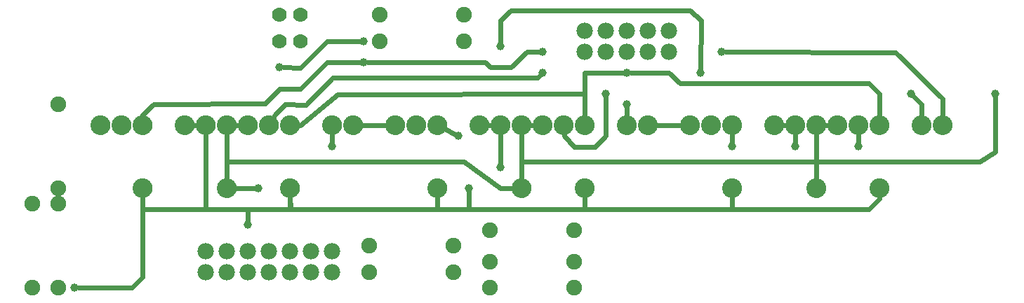
<source format=gbl>
G04 MADE WITH FRITZING*
G04 WWW.FRITZING.ORG*
G04 DOUBLE SIDED*
G04 HOLES PLATED*
G04 CONTOUR ON CENTER OF CONTOUR VECTOR*
%ASAXBY*%
%FSLAX23Y23*%
%MOIN*%
%OFA0B0*%
%SFA1.0B1.0*%
%ADD10C,0.078000*%
%ADD11C,0.039370*%
%ADD12C,0.075000*%
%ADD13C,0.070000*%
%ADD14C,0.093490*%
%ADD15C,0.093462*%
%ADD16C,0.093407*%
%ADD17C,0.093504*%
%ADD18C,0.093448*%
%ADD19C,0.024000*%
%ADD20R,0.001000X0.001000*%
%LNCOPPER0*%
G90*
G70*
G54D10*
X2711Y1347D03*
X2811Y1347D03*
X2911Y1347D03*
X3011Y1347D03*
X3111Y1347D03*
X2711Y1347D03*
X2811Y1347D03*
X2911Y1347D03*
X3011Y1347D03*
X3111Y1347D03*
X3111Y1247D03*
X3011Y1247D03*
X2911Y1247D03*
X2811Y1247D03*
X2711Y1247D03*
X2711Y1347D03*
X2811Y1347D03*
X2911Y1347D03*
X3011Y1347D03*
X3111Y1347D03*
X2711Y1347D03*
X2811Y1347D03*
X2911Y1347D03*
X3011Y1347D03*
X3111Y1347D03*
X3111Y1247D03*
X3011Y1247D03*
X2911Y1247D03*
X2811Y1247D03*
X2711Y1247D03*
G54D11*
X1161Y597D03*
X1261Y1172D03*
X1661Y1297D03*
X286Y122D03*
X1111Y422D03*
G54D10*
X911Y297D03*
X1011Y297D03*
X1111Y297D03*
X1211Y297D03*
X1311Y297D03*
X1411Y297D03*
X1511Y297D03*
X911Y297D03*
X1011Y297D03*
X1111Y297D03*
X1211Y297D03*
X1311Y297D03*
X1411Y297D03*
X1511Y297D03*
X1511Y197D03*
X1411Y197D03*
X1311Y197D03*
X1211Y197D03*
X1111Y197D03*
X1011Y197D03*
X911Y197D03*
X911Y297D03*
X1011Y297D03*
X1111Y297D03*
X1211Y297D03*
X1311Y297D03*
X1411Y297D03*
X1511Y297D03*
X911Y297D03*
X1011Y297D03*
X1111Y297D03*
X1211Y297D03*
X1311Y297D03*
X1411Y297D03*
X1511Y297D03*
X1511Y197D03*
X1411Y197D03*
X1311Y197D03*
X1211Y197D03*
X1111Y197D03*
X1011Y197D03*
X911Y197D03*
G54D12*
X2136Y1422D03*
X1736Y1422D03*
X2136Y1422D03*
X1736Y1422D03*
X2136Y1297D03*
X1736Y1297D03*
X2136Y1297D03*
X1736Y1297D03*
G54D13*
X1361Y1297D03*
X1261Y1297D03*
X1361Y1297D03*
X1261Y1297D03*
X1261Y1422D03*
X1361Y1422D03*
X1261Y1422D03*
X1361Y1422D03*
G54D12*
X211Y122D03*
X211Y522D03*
X211Y122D03*
X211Y522D03*
X211Y597D03*
X211Y997D03*
X211Y597D03*
X211Y997D03*
X86Y522D03*
X86Y122D03*
X86Y522D03*
X86Y122D03*
X2261Y122D03*
X2661Y122D03*
X2261Y122D03*
X2661Y122D03*
X1686Y197D03*
X2086Y197D03*
X1686Y197D03*
X2086Y197D03*
X2086Y322D03*
X1686Y322D03*
X2086Y322D03*
X1686Y322D03*
X2661Y247D03*
X2261Y247D03*
X2661Y247D03*
X2261Y247D03*
X2261Y397D03*
X2661Y397D03*
X2261Y397D03*
X2661Y397D03*
G54D14*
X611Y597D03*
X1011Y597D03*
G54D15*
X1311Y597D03*
G54D16*
X1611Y897D03*
G54D17*
X1511Y897D03*
G54D18*
X1311Y897D03*
G54D14*
X1211Y897D03*
G54D15*
X1111Y897D03*
G54D14*
X1011Y897D03*
G54D18*
X911Y897D03*
X811Y897D03*
G54D14*
X611Y897D03*
G54D18*
X511Y897D03*
G54D14*
X411Y897D03*
X2011Y597D03*
X2411Y597D03*
G54D15*
X2711Y597D03*
G54D16*
X3011Y897D03*
G54D17*
X2911Y897D03*
G54D18*
X2711Y897D03*
G54D14*
X2611Y897D03*
G54D15*
X2511Y897D03*
G54D14*
X2411Y897D03*
G54D18*
X2311Y897D03*
X2211Y897D03*
G54D14*
X2011Y897D03*
G54D18*
X1911Y897D03*
G54D14*
X1811Y897D03*
X3411Y597D03*
X3811Y597D03*
G54D15*
X4111Y597D03*
G54D16*
X4411Y897D03*
G54D17*
X4311Y897D03*
G54D18*
X4111Y897D03*
G54D14*
X4011Y897D03*
G54D15*
X3911Y897D03*
G54D14*
X3811Y897D03*
G54D18*
X3711Y897D03*
X3611Y897D03*
G54D14*
X3411Y897D03*
G54D18*
X3311Y897D03*
G54D14*
X3211Y897D03*
G54D11*
X2811Y1047D03*
X4011Y797D03*
X2911Y997D03*
X4261Y1047D03*
X1511Y797D03*
X2111Y847D03*
X1661Y1197D03*
X3411Y797D03*
X2311Y697D03*
X2161Y597D03*
X3711Y797D03*
X2511Y1147D03*
X4661Y1047D03*
X3361Y1247D03*
X2311Y1272D03*
X3261Y1147D03*
X2511Y1247D03*
X2911Y1147D03*
G54D19*
X1361Y1171D02*
X1487Y1297D01*
D02*
X1487Y1297D02*
X1642Y1297D01*
D02*
X1280Y1172D02*
X1361Y1171D01*
D02*
X1049Y597D02*
X1142Y597D01*
D02*
X1111Y497D02*
X1111Y441D01*
D02*
X1310Y497D02*
X1111Y497D01*
D02*
X1310Y559D02*
X1310Y497D01*
D02*
X560Y122D02*
X305Y122D01*
D02*
X610Y173D02*
X560Y122D01*
D02*
X611Y559D02*
X610Y173D01*
D02*
X3173Y897D02*
X3049Y897D01*
D02*
X1773Y897D02*
X1649Y897D01*
D02*
X1349Y897D02*
X1361Y897D01*
D02*
X1535Y1045D02*
X2711Y1046D01*
D02*
X1361Y897D02*
X1535Y1045D01*
D02*
X2711Y1046D02*
X2711Y935D01*
D02*
X2612Y859D02*
X2612Y847D01*
D02*
X2612Y847D02*
X2660Y795D01*
D02*
X2660Y795D02*
X2759Y795D01*
D02*
X2811Y847D02*
X2811Y1028D01*
D02*
X2759Y795D02*
X2811Y847D01*
D02*
X4011Y859D02*
X4011Y816D01*
D02*
X2911Y935D02*
X2911Y978D01*
D02*
X4309Y997D02*
X4274Y1033D01*
D02*
X4310Y935D02*
X4309Y997D01*
D02*
X1511Y858D02*
X1511Y816D01*
D02*
X3873Y897D02*
X3849Y897D01*
D02*
X3811Y635D02*
X3811Y859D01*
D02*
X2449Y897D02*
X2473Y897D01*
D02*
X1049Y897D02*
X1073Y897D01*
D02*
X2045Y880D02*
X2094Y855D01*
D02*
X3411Y859D02*
X3411Y816D01*
D02*
X611Y935D02*
X611Y947D01*
D02*
X611Y947D02*
X662Y998D01*
D02*
X1486Y1197D02*
X1642Y1197D01*
D02*
X662Y998D02*
X1192Y999D01*
D02*
X1360Y1071D02*
X1486Y1197D01*
D02*
X1259Y1071D02*
X1360Y1071D01*
D02*
X1192Y999D02*
X1259Y1071D01*
D02*
X849Y897D02*
X873Y897D01*
D02*
X1311Y559D02*
X1312Y496D01*
D02*
X1312Y496D02*
X910Y496D01*
D02*
X910Y496D02*
X911Y859D01*
D02*
X2010Y496D02*
X1312Y496D01*
D02*
X2010Y559D02*
X2010Y496D01*
D02*
X1312Y496D02*
X1311Y559D01*
D02*
X2010Y496D02*
X2010Y559D01*
D02*
X2161Y496D02*
X2010Y496D01*
D02*
X2161Y578D02*
X2161Y496D01*
D02*
X2273Y897D02*
X2249Y897D01*
D02*
X3409Y496D02*
X2711Y496D01*
D02*
X3410Y559D02*
X3409Y496D01*
D02*
X2711Y496D02*
X2711Y559D01*
D02*
X3711Y859D02*
X3711Y816D01*
D02*
X4111Y559D02*
X4111Y548D01*
D02*
X4059Y496D02*
X3409Y496D01*
D02*
X4111Y548D02*
X4059Y496D01*
D02*
X3409Y496D02*
X3410Y559D01*
D02*
X1385Y995D02*
X1512Y1122D01*
D02*
X2486Y1122D02*
X2497Y1133D01*
D02*
X1512Y1122D02*
X2486Y1122D01*
D02*
X1287Y997D02*
X1385Y995D01*
D02*
X1235Y945D02*
X1287Y997D01*
D02*
X1228Y931D02*
X1235Y945D01*
D02*
X4661Y771D02*
X4661Y1028D01*
D02*
X4587Y723D02*
X4661Y771D01*
D02*
X3809Y723D02*
X4587Y723D01*
D02*
X3810Y859D02*
X3809Y723D01*
D02*
X4187Y1245D02*
X3380Y1247D01*
D02*
X4409Y1023D02*
X4187Y1245D01*
D02*
X4410Y935D02*
X4409Y1023D01*
D02*
X2309Y1397D02*
X2361Y1445D01*
D02*
X3262Y1397D02*
X3261Y1166D01*
D02*
X2361Y1445D02*
X3210Y1445D01*
D02*
X3210Y1445D02*
X3262Y1397D01*
D02*
X2310Y1291D02*
X2309Y1397D01*
D02*
X2435Y1248D02*
X2359Y1172D01*
D02*
X2359Y1172D02*
X2262Y1172D01*
D02*
X2237Y1197D02*
X1680Y1197D01*
D02*
X2262Y1172D02*
X2237Y1197D01*
D02*
X2492Y1247D02*
X2435Y1248D01*
D02*
X4059Y1098D02*
X3162Y1098D01*
D02*
X4111Y1046D02*
X4059Y1098D01*
D02*
X4111Y935D02*
X4111Y1046D01*
D02*
X3110Y1146D02*
X2930Y1147D01*
D02*
X3162Y1098D02*
X3110Y1146D01*
D02*
X2892Y1147D02*
X2711Y1146D01*
D02*
X2711Y1146D02*
X2711Y935D01*
D02*
X3649Y897D02*
X3673Y897D01*
D02*
X1312Y496D02*
X1311Y559D01*
D02*
X610Y497D02*
X1312Y496D01*
D02*
X610Y559D02*
X610Y497D01*
D02*
X1009Y723D02*
X2135Y723D01*
D02*
X2135Y723D02*
X2309Y596D01*
D02*
X2309Y596D02*
X2373Y596D01*
D02*
X1010Y635D02*
X1009Y723D01*
D02*
X2010Y496D02*
X2010Y559D01*
D02*
X2711Y496D02*
X2010Y496D01*
D02*
X2711Y559D02*
X2711Y496D01*
D02*
X2311Y716D02*
X2311Y859D01*
D02*
X2409Y723D02*
X3809Y723D01*
D02*
X3809Y723D02*
X3810Y635D01*
D02*
X2410Y635D02*
X2409Y723D01*
D02*
X2411Y635D02*
X2411Y859D01*
D02*
X1011Y635D02*
X1011Y859D01*
G54D20*
X402Y943D02*
X418Y943D01*
X502Y943D02*
X518Y943D01*
X602Y943D02*
X618Y943D01*
X802Y943D02*
X818Y943D01*
X902Y943D02*
X918Y943D01*
X1002Y943D02*
X1018Y943D01*
X1102Y943D02*
X1118Y943D01*
X1202Y943D02*
X1218Y943D01*
X1302Y943D02*
X1318Y943D01*
X1502Y943D02*
X1518Y943D01*
X1602Y943D02*
X1618Y943D01*
X1802Y943D02*
X1818Y943D01*
X1902Y943D02*
X1918Y943D01*
X2002Y943D02*
X2018Y943D01*
X2202Y943D02*
X2218Y943D01*
X2302Y943D02*
X2318Y943D01*
X2402Y943D02*
X2418Y943D01*
X2502Y943D02*
X2518Y943D01*
X2602Y943D02*
X2618Y943D01*
X2702Y943D02*
X2718Y943D01*
X2902Y943D02*
X2918Y943D01*
X3002Y943D02*
X3017Y943D01*
X3202Y943D02*
X3218Y943D01*
X3302Y943D02*
X3318Y943D01*
X3402Y943D02*
X3418Y943D01*
X3602Y943D02*
X3618Y943D01*
X3702Y943D02*
X3718Y943D01*
X3802Y943D02*
X3818Y943D01*
X3902Y943D02*
X3918Y943D01*
X4002Y943D02*
X4018Y943D01*
X4102Y943D02*
X4117Y943D01*
X4302Y943D02*
X4318Y943D01*
X4402Y943D02*
X4417Y943D01*
X398Y942D02*
X422Y942D01*
X498Y942D02*
X522Y942D01*
X598Y942D02*
X622Y942D01*
X798Y942D02*
X822Y942D01*
X898Y942D02*
X922Y942D01*
X998Y942D02*
X1022Y942D01*
X1098Y942D02*
X1122Y942D01*
X1198Y942D02*
X1222Y942D01*
X1298Y942D02*
X1322Y942D01*
X1498Y942D02*
X1522Y942D01*
X1598Y942D02*
X1622Y942D01*
X1798Y942D02*
X1822Y942D01*
X1898Y942D02*
X1922Y942D01*
X1998Y942D02*
X2022Y942D01*
X2198Y942D02*
X2222Y942D01*
X2298Y942D02*
X2322Y942D01*
X2398Y942D02*
X2422Y942D01*
X2498Y942D02*
X2522Y942D01*
X2598Y942D02*
X2622Y942D01*
X2698Y942D02*
X2722Y942D01*
X2898Y942D02*
X2922Y942D01*
X2998Y942D02*
X3022Y942D01*
X3198Y942D02*
X3222Y942D01*
X3298Y942D02*
X3322Y942D01*
X3398Y942D02*
X3422Y942D01*
X3598Y942D02*
X3622Y942D01*
X3698Y942D02*
X3722Y942D01*
X3798Y942D02*
X3822Y942D01*
X3898Y942D02*
X3922Y942D01*
X3998Y942D02*
X4022Y942D01*
X4098Y942D02*
X4122Y942D01*
X4298Y942D02*
X4322Y942D01*
X4398Y942D02*
X4421Y942D01*
X395Y941D02*
X425Y941D01*
X495Y941D02*
X525Y941D01*
X595Y941D02*
X625Y941D01*
X795Y941D02*
X825Y941D01*
X895Y941D02*
X925Y941D01*
X995Y941D02*
X1025Y941D01*
X1095Y941D02*
X1125Y941D01*
X1195Y941D02*
X1225Y941D01*
X1295Y941D02*
X1325Y941D01*
X1495Y941D02*
X1525Y941D01*
X1595Y941D02*
X1625Y941D01*
X1795Y941D02*
X1825Y941D01*
X1895Y941D02*
X1925Y941D01*
X1995Y941D02*
X2025Y941D01*
X2195Y941D02*
X2225Y941D01*
X2295Y941D02*
X2325Y941D01*
X2395Y941D02*
X2425Y941D01*
X2495Y941D02*
X2525Y941D01*
X2595Y941D02*
X2625Y941D01*
X2695Y941D02*
X2725Y941D01*
X2895Y941D02*
X2925Y941D01*
X2995Y941D02*
X3025Y941D01*
X3195Y941D02*
X3225Y941D01*
X3295Y941D02*
X3325Y941D01*
X3395Y941D02*
X3425Y941D01*
X3595Y941D02*
X3625Y941D01*
X3695Y941D02*
X3725Y941D01*
X3795Y941D02*
X3825Y941D01*
X3895Y941D02*
X3925Y941D01*
X3995Y941D02*
X4025Y941D01*
X4095Y941D02*
X4125Y941D01*
X4295Y941D02*
X4325Y941D01*
X4395Y941D02*
X4425Y941D01*
X392Y940D02*
X428Y940D01*
X493Y940D02*
X528Y940D01*
X592Y940D02*
X628Y940D01*
X792Y940D02*
X828Y940D01*
X892Y940D02*
X928Y940D01*
X992Y940D02*
X1028Y940D01*
X1092Y940D02*
X1128Y940D01*
X1192Y940D02*
X1228Y940D01*
X1292Y940D02*
X1328Y940D01*
X1492Y940D02*
X1528Y940D01*
X1592Y940D02*
X1627Y940D01*
X1792Y940D02*
X1828Y940D01*
X1892Y940D02*
X1928Y940D01*
X1992Y940D02*
X2028Y940D01*
X2192Y940D02*
X2228Y940D01*
X2292Y940D02*
X2328Y940D01*
X2392Y940D02*
X2428Y940D01*
X2492Y940D02*
X2528Y940D01*
X2592Y940D02*
X2628Y940D01*
X2692Y940D02*
X2727Y940D01*
X2892Y940D02*
X2928Y940D01*
X2992Y940D02*
X3027Y940D01*
X3192Y940D02*
X3227Y940D01*
X3292Y940D02*
X3327Y940D01*
X3392Y940D02*
X3427Y940D01*
X3592Y940D02*
X3627Y940D01*
X3692Y940D02*
X3727Y940D01*
X3792Y940D02*
X3827Y940D01*
X3892Y940D02*
X3927Y940D01*
X3992Y940D02*
X4027Y940D01*
X4092Y940D02*
X4127Y940D01*
X4292Y940D02*
X4327Y940D01*
X4392Y940D02*
X4427Y940D01*
X390Y939D02*
X430Y939D01*
X490Y939D02*
X530Y939D01*
X590Y939D02*
X630Y939D01*
X790Y939D02*
X830Y939D01*
X890Y939D02*
X930Y939D01*
X990Y939D02*
X1030Y939D01*
X1090Y939D02*
X1130Y939D01*
X1190Y939D02*
X1230Y939D01*
X1290Y939D02*
X1330Y939D01*
X1490Y939D02*
X1530Y939D01*
X1590Y939D02*
X1630Y939D01*
X1790Y939D02*
X1830Y939D01*
X1890Y939D02*
X1930Y939D01*
X1990Y939D02*
X2030Y939D01*
X2190Y939D02*
X2230Y939D01*
X2290Y939D02*
X2330Y939D01*
X2390Y939D02*
X2430Y939D01*
X2490Y939D02*
X2530Y939D01*
X2590Y939D02*
X2630Y939D01*
X2690Y939D02*
X2730Y939D01*
X2890Y939D02*
X2930Y939D01*
X2990Y939D02*
X3030Y939D01*
X3190Y939D02*
X3230Y939D01*
X3290Y939D02*
X3330Y939D01*
X3390Y939D02*
X3430Y939D01*
X3590Y939D02*
X3629Y939D01*
X3690Y939D02*
X3729Y939D01*
X3790Y939D02*
X3830Y939D01*
X3890Y939D02*
X3929Y939D01*
X3990Y939D02*
X4029Y939D01*
X4090Y939D02*
X4129Y939D01*
X4290Y939D02*
X4330Y939D01*
X4390Y939D02*
X4429Y939D01*
X388Y938D02*
X432Y938D01*
X488Y938D02*
X532Y938D01*
X588Y938D02*
X632Y938D01*
X788Y938D02*
X832Y938D01*
X888Y938D02*
X932Y938D01*
X988Y938D02*
X1032Y938D01*
X1088Y938D02*
X1132Y938D01*
X1188Y938D02*
X1232Y938D01*
X1288Y938D02*
X1332Y938D01*
X1488Y938D02*
X1532Y938D01*
X1588Y938D02*
X1632Y938D01*
X1788Y938D02*
X1832Y938D01*
X1888Y938D02*
X1932Y938D01*
X1988Y938D02*
X2032Y938D01*
X2188Y938D02*
X2232Y938D01*
X2288Y938D02*
X2332Y938D01*
X2388Y938D02*
X2432Y938D01*
X2488Y938D02*
X2532Y938D01*
X2588Y938D02*
X2632Y938D01*
X2688Y938D02*
X2732Y938D01*
X2888Y938D02*
X2932Y938D01*
X2988Y938D02*
X3032Y938D01*
X3188Y938D02*
X3232Y938D01*
X3288Y938D02*
X3332Y938D01*
X3388Y938D02*
X3432Y938D01*
X3588Y938D02*
X3632Y938D01*
X3688Y938D02*
X3732Y938D01*
X3788Y938D02*
X3832Y938D01*
X3888Y938D02*
X3932Y938D01*
X3988Y938D02*
X4032Y938D01*
X4088Y938D02*
X4131Y938D01*
X4288Y938D02*
X4332Y938D01*
X4388Y938D02*
X4431Y938D01*
X387Y937D02*
X434Y937D01*
X487Y937D02*
X534Y937D01*
X587Y937D02*
X634Y937D01*
X787Y937D02*
X834Y937D01*
X887Y937D02*
X934Y937D01*
X986Y937D02*
X1034Y937D01*
X1087Y937D02*
X1134Y937D01*
X1187Y937D02*
X1234Y937D01*
X1286Y937D02*
X1334Y937D01*
X1486Y937D02*
X1534Y937D01*
X1587Y937D02*
X1633Y937D01*
X1786Y937D02*
X1834Y937D01*
X1886Y937D02*
X1934Y937D01*
X1986Y937D02*
X2033Y937D01*
X2186Y937D02*
X2233Y937D01*
X2286Y937D02*
X2333Y937D01*
X2386Y937D02*
X2433Y937D01*
X2486Y937D02*
X2533Y937D01*
X2586Y937D02*
X2633Y937D01*
X2686Y937D02*
X2733Y937D01*
X2886Y937D02*
X2933Y937D01*
X2986Y937D02*
X3033Y937D01*
X3186Y937D02*
X3233Y937D01*
X3286Y937D02*
X3333Y937D01*
X3386Y937D02*
X3433Y937D01*
X3586Y937D02*
X3633Y937D01*
X3686Y937D02*
X3733Y937D01*
X3786Y937D02*
X3833Y937D01*
X3886Y937D02*
X3933Y937D01*
X3986Y937D02*
X4033Y937D01*
X4086Y937D02*
X4133Y937D01*
X4286Y937D02*
X4333Y937D01*
X4386Y937D02*
X4433Y937D01*
X385Y936D02*
X435Y936D01*
X485Y936D02*
X535Y936D01*
X585Y936D02*
X635Y936D01*
X785Y936D02*
X835Y936D01*
X885Y936D02*
X935Y936D01*
X985Y936D02*
X1035Y936D01*
X1085Y936D02*
X1135Y936D01*
X1185Y936D02*
X1235Y936D01*
X1285Y936D02*
X1335Y936D01*
X1485Y936D02*
X1535Y936D01*
X1585Y936D02*
X1635Y936D01*
X1785Y936D02*
X1835Y936D01*
X1885Y936D02*
X1935Y936D01*
X1985Y936D02*
X2035Y936D01*
X2185Y936D02*
X2235Y936D01*
X2285Y936D02*
X2335Y936D01*
X2385Y936D02*
X2435Y936D01*
X2485Y936D02*
X2535Y936D01*
X2585Y936D02*
X2635Y936D01*
X2685Y936D02*
X2735Y936D01*
X2885Y936D02*
X2935Y936D01*
X2985Y936D02*
X3035Y936D01*
X3185Y936D02*
X3235Y936D01*
X3285Y936D02*
X3335Y936D01*
X3385Y936D02*
X3435Y936D01*
X3585Y936D02*
X3635Y936D01*
X3685Y936D02*
X3735Y936D01*
X3784Y936D02*
X3835Y936D01*
X3885Y936D02*
X3935Y936D01*
X3984Y936D02*
X4035Y936D01*
X4084Y936D02*
X4135Y936D01*
X4284Y936D02*
X4335Y936D01*
X4384Y936D02*
X4435Y936D01*
X383Y935D02*
X437Y935D01*
X483Y935D02*
X537Y935D01*
X583Y935D02*
X637Y935D01*
X783Y935D02*
X837Y935D01*
X883Y935D02*
X937Y935D01*
X983Y935D02*
X1037Y935D01*
X1083Y935D02*
X1137Y935D01*
X1183Y935D02*
X1237Y935D01*
X1283Y935D02*
X1337Y935D01*
X1483Y935D02*
X1537Y935D01*
X1583Y935D02*
X1637Y935D01*
X1783Y935D02*
X1837Y935D01*
X1883Y935D02*
X1937Y935D01*
X1983Y935D02*
X2037Y935D01*
X2183Y935D02*
X2237Y935D01*
X2283Y935D02*
X2337Y935D01*
X2383Y935D02*
X2437Y935D01*
X2483Y935D02*
X2537Y935D01*
X2583Y935D02*
X2637Y935D01*
X2683Y935D02*
X2737Y935D01*
X2883Y935D02*
X2937Y935D01*
X2983Y935D02*
X3036Y935D01*
X3183Y935D02*
X3236Y935D01*
X3283Y935D02*
X3336Y935D01*
X3383Y935D02*
X3436Y935D01*
X3583Y935D02*
X3636Y935D01*
X3683Y935D02*
X3736Y935D01*
X3783Y935D02*
X3836Y935D01*
X3883Y935D02*
X3936Y935D01*
X3983Y935D02*
X4036Y935D01*
X4083Y935D02*
X4136Y935D01*
X4283Y935D02*
X4336Y935D01*
X4383Y935D02*
X4436Y935D01*
X382Y934D02*
X438Y934D01*
X482Y934D02*
X538Y934D01*
X582Y934D02*
X638Y934D01*
X782Y934D02*
X838Y934D01*
X882Y934D02*
X938Y934D01*
X982Y934D02*
X1038Y934D01*
X1082Y934D02*
X1138Y934D01*
X1182Y934D02*
X1238Y934D01*
X1282Y934D02*
X1338Y934D01*
X1482Y934D02*
X1538Y934D01*
X1582Y934D02*
X1638Y934D01*
X1782Y934D02*
X1838Y934D01*
X1882Y934D02*
X1938Y934D01*
X1982Y934D02*
X2038Y934D01*
X2182Y934D02*
X2238Y934D01*
X2282Y934D02*
X2338Y934D01*
X2382Y934D02*
X2438Y934D01*
X2482Y934D02*
X2538Y934D01*
X2582Y934D02*
X2638Y934D01*
X2682Y934D02*
X2738Y934D01*
X2882Y934D02*
X2938Y934D01*
X2982Y934D02*
X3038Y934D01*
X3182Y934D02*
X3238Y934D01*
X3282Y934D02*
X3338Y934D01*
X3382Y934D02*
X3438Y934D01*
X3582Y934D02*
X3638Y934D01*
X3682Y934D02*
X3738Y934D01*
X3782Y934D02*
X3838Y934D01*
X3882Y934D02*
X3938Y934D01*
X3982Y934D02*
X4038Y934D01*
X4082Y934D02*
X4138Y934D01*
X4282Y934D02*
X4338Y934D01*
X4382Y934D02*
X4438Y934D01*
X381Y933D02*
X440Y933D01*
X481Y933D02*
X539Y933D01*
X581Y933D02*
X639Y933D01*
X781Y933D02*
X839Y933D01*
X881Y933D02*
X939Y933D01*
X981Y933D02*
X1039Y933D01*
X1081Y933D02*
X1139Y933D01*
X1181Y933D02*
X1239Y933D01*
X1281Y933D02*
X1339Y933D01*
X1481Y933D02*
X1539Y933D01*
X1581Y933D02*
X1639Y933D01*
X1781Y933D02*
X1839Y933D01*
X1881Y933D02*
X1939Y933D01*
X1981Y933D02*
X2039Y933D01*
X2181Y933D02*
X2239Y933D01*
X2281Y933D02*
X2339Y933D01*
X2380Y933D02*
X2439Y933D01*
X2481Y933D02*
X2539Y933D01*
X2580Y933D02*
X2639Y933D01*
X2680Y933D02*
X2739Y933D01*
X2880Y933D02*
X2939Y933D01*
X2980Y933D02*
X3039Y933D01*
X3180Y933D02*
X3239Y933D01*
X3280Y933D02*
X3339Y933D01*
X3380Y933D02*
X3439Y933D01*
X3580Y933D02*
X3639Y933D01*
X3680Y933D02*
X3739Y933D01*
X3780Y933D02*
X3839Y933D01*
X3880Y933D02*
X3939Y933D01*
X3980Y933D02*
X4039Y933D01*
X4080Y933D02*
X4139Y933D01*
X4280Y933D02*
X4339Y933D01*
X4380Y933D02*
X4439Y933D01*
X380Y932D02*
X441Y932D01*
X480Y932D02*
X541Y932D01*
X580Y932D02*
X641Y932D01*
X780Y932D02*
X841Y932D01*
X880Y932D02*
X941Y932D01*
X980Y932D02*
X1041Y932D01*
X1080Y932D02*
X1141Y932D01*
X1180Y932D02*
X1241Y932D01*
X1280Y932D02*
X1341Y932D01*
X1479Y932D02*
X1541Y932D01*
X1580Y932D02*
X1640Y932D01*
X1779Y932D02*
X1841Y932D01*
X1879Y932D02*
X1940Y932D01*
X1979Y932D02*
X2040Y932D01*
X2179Y932D02*
X2240Y932D01*
X2279Y932D02*
X2340Y932D01*
X2379Y932D02*
X2440Y932D01*
X2479Y932D02*
X2540Y932D01*
X2579Y932D02*
X2640Y932D01*
X2679Y932D02*
X2740Y932D01*
X2879Y932D02*
X2940Y932D01*
X2979Y932D02*
X3040Y932D01*
X3179Y932D02*
X3240Y932D01*
X3279Y932D02*
X3340Y932D01*
X3379Y932D02*
X3440Y932D01*
X3579Y932D02*
X3640Y932D01*
X3679Y932D02*
X3740Y932D01*
X3779Y932D02*
X3840Y932D01*
X3879Y932D02*
X3940Y932D01*
X3979Y932D02*
X4040Y932D01*
X4079Y932D02*
X4140Y932D01*
X4279Y932D02*
X4340Y932D01*
X4379Y932D02*
X4440Y932D01*
X379Y931D02*
X442Y931D01*
X479Y931D02*
X542Y931D01*
X578Y931D02*
X642Y931D01*
X778Y931D02*
X842Y931D01*
X878Y931D02*
X942Y931D01*
X978Y931D02*
X1042Y931D01*
X1078Y931D02*
X1142Y931D01*
X1178Y931D02*
X1242Y931D01*
X1278Y931D02*
X1342Y931D01*
X1478Y931D02*
X1542Y931D01*
X1578Y931D02*
X1642Y931D01*
X1778Y931D02*
X1842Y931D01*
X1878Y931D02*
X1942Y931D01*
X1978Y931D02*
X2042Y931D01*
X2178Y931D02*
X2242Y931D01*
X2278Y931D02*
X2342Y931D01*
X2378Y931D02*
X2442Y931D01*
X2478Y931D02*
X2542Y931D01*
X2578Y931D02*
X2641Y931D01*
X2678Y931D02*
X2741Y931D01*
X2878Y931D02*
X2942Y931D01*
X2978Y931D02*
X3041Y931D01*
X3178Y931D02*
X3241Y931D01*
X3278Y931D02*
X3341Y931D01*
X3378Y931D02*
X3441Y931D01*
X3578Y931D02*
X3641Y931D01*
X3678Y931D02*
X3741Y931D01*
X3778Y931D02*
X3841Y931D01*
X3878Y931D02*
X3941Y931D01*
X3978Y931D02*
X4041Y931D01*
X4078Y931D02*
X4141Y931D01*
X4278Y931D02*
X4341Y931D01*
X4378Y931D02*
X4441Y931D01*
X377Y930D02*
X443Y930D01*
X477Y930D02*
X543Y930D01*
X577Y930D02*
X643Y930D01*
X777Y930D02*
X843Y930D01*
X877Y930D02*
X943Y930D01*
X977Y930D02*
X1043Y930D01*
X1077Y930D02*
X1143Y930D01*
X1177Y930D02*
X1243Y930D01*
X1277Y930D02*
X1343Y930D01*
X1477Y930D02*
X1543Y930D01*
X1577Y930D02*
X1643Y930D01*
X1777Y930D02*
X1843Y930D01*
X1877Y930D02*
X1943Y930D01*
X1977Y930D02*
X2043Y930D01*
X2177Y930D02*
X2243Y930D01*
X2277Y930D02*
X2343Y930D01*
X2377Y930D02*
X2443Y930D01*
X2477Y930D02*
X2543Y930D01*
X2577Y930D02*
X2643Y930D01*
X2677Y930D02*
X2743Y930D01*
X2877Y930D02*
X2943Y930D01*
X2977Y930D02*
X3042Y930D01*
X3177Y930D02*
X3242Y930D01*
X3277Y930D02*
X3342Y930D01*
X3377Y930D02*
X3442Y930D01*
X3577Y930D02*
X3642Y930D01*
X3677Y930D02*
X3742Y930D01*
X3777Y930D02*
X3842Y930D01*
X3877Y930D02*
X3942Y930D01*
X3977Y930D02*
X4042Y930D01*
X4077Y930D02*
X4142Y930D01*
X4277Y930D02*
X4342Y930D01*
X4377Y930D02*
X4442Y930D01*
X377Y929D02*
X444Y929D01*
X477Y929D02*
X544Y929D01*
X576Y929D02*
X644Y929D01*
X777Y929D02*
X844Y929D01*
X876Y929D02*
X944Y929D01*
X976Y929D02*
X1044Y929D01*
X1076Y929D02*
X1144Y929D01*
X1176Y929D02*
X1244Y929D01*
X1276Y929D02*
X1344Y929D01*
X1476Y929D02*
X1544Y929D01*
X1576Y929D02*
X1644Y929D01*
X1776Y929D02*
X1844Y929D01*
X1876Y929D02*
X1944Y929D01*
X1976Y929D02*
X2044Y929D01*
X2176Y929D02*
X2244Y929D01*
X2276Y929D02*
X2344Y929D01*
X2376Y929D02*
X2444Y929D01*
X2476Y929D02*
X2543Y929D01*
X2576Y929D02*
X2643Y929D01*
X2676Y929D02*
X2743Y929D01*
X2876Y929D02*
X2943Y929D01*
X2976Y929D02*
X3043Y929D01*
X3176Y929D02*
X3243Y929D01*
X3276Y929D02*
X3343Y929D01*
X3376Y929D02*
X3443Y929D01*
X3576Y929D02*
X3643Y929D01*
X3676Y929D02*
X3743Y929D01*
X3776Y929D02*
X3843Y929D01*
X3876Y929D02*
X3943Y929D01*
X3976Y929D02*
X4043Y929D01*
X4076Y929D02*
X4143Y929D01*
X4276Y929D02*
X4343Y929D01*
X4376Y929D02*
X4443Y929D01*
X376Y928D02*
X445Y928D01*
X476Y928D02*
X545Y928D01*
X576Y928D02*
X645Y928D01*
X776Y928D02*
X845Y928D01*
X876Y928D02*
X945Y928D01*
X976Y928D02*
X1045Y928D01*
X1076Y928D02*
X1145Y928D01*
X1176Y928D02*
X1245Y928D01*
X1276Y928D02*
X1345Y928D01*
X1475Y928D02*
X1545Y928D01*
X1576Y928D02*
X1644Y928D01*
X1775Y928D02*
X1844Y928D01*
X1875Y928D02*
X1944Y928D01*
X1975Y928D02*
X2044Y928D01*
X2175Y928D02*
X2244Y928D01*
X2275Y928D02*
X2344Y928D01*
X2375Y928D02*
X2444Y928D01*
X2475Y928D02*
X2544Y928D01*
X2575Y928D02*
X2644Y928D01*
X2675Y928D02*
X2744Y928D01*
X2875Y928D02*
X2944Y928D01*
X2975Y928D02*
X3044Y928D01*
X3175Y928D02*
X3244Y928D01*
X3275Y928D02*
X3344Y928D01*
X3375Y928D02*
X3444Y928D01*
X3575Y928D02*
X3644Y928D01*
X3675Y928D02*
X3744Y928D01*
X3775Y928D02*
X3844Y928D01*
X3875Y928D02*
X3944Y928D01*
X3975Y928D02*
X4044Y928D01*
X4075Y928D02*
X4144Y928D01*
X4275Y928D02*
X4344Y928D01*
X4375Y928D02*
X4444Y928D01*
X375Y927D02*
X446Y927D01*
X475Y927D02*
X546Y927D01*
X575Y927D02*
X645Y927D01*
X775Y927D02*
X845Y927D01*
X875Y927D02*
X945Y927D01*
X975Y927D02*
X1045Y927D01*
X1075Y927D02*
X1145Y927D01*
X1175Y927D02*
X1245Y927D01*
X1275Y927D02*
X1345Y927D01*
X1475Y927D02*
X1545Y927D01*
X1575Y927D02*
X1645Y927D01*
X1775Y927D02*
X1845Y927D01*
X1875Y927D02*
X1945Y927D01*
X1975Y927D02*
X2045Y927D01*
X2175Y927D02*
X2245Y927D01*
X2275Y927D02*
X2345Y927D01*
X2374Y927D02*
X2445Y927D01*
X2475Y927D02*
X2545Y927D01*
X2575Y927D02*
X2645Y927D01*
X2674Y927D02*
X2745Y927D01*
X2874Y927D02*
X2945Y927D01*
X2974Y927D02*
X3045Y927D01*
X3174Y927D02*
X3245Y927D01*
X3274Y927D02*
X3345Y927D01*
X3374Y927D02*
X3445Y927D01*
X3574Y927D02*
X3645Y927D01*
X3674Y927D02*
X3745Y927D01*
X3774Y927D02*
X3845Y927D01*
X3874Y927D02*
X3945Y927D01*
X3974Y927D02*
X4045Y927D01*
X4074Y927D02*
X4145Y927D01*
X4274Y927D02*
X4345Y927D01*
X4374Y927D02*
X4445Y927D01*
X374Y926D02*
X446Y926D01*
X474Y926D02*
X546Y926D01*
X574Y926D02*
X646Y926D01*
X774Y926D02*
X846Y926D01*
X874Y926D02*
X946Y926D01*
X974Y926D02*
X1046Y926D01*
X1074Y926D02*
X1146Y926D01*
X1174Y926D02*
X1246Y926D01*
X1274Y926D02*
X1346Y926D01*
X1474Y926D02*
X1546Y926D01*
X1574Y926D02*
X1646Y926D01*
X1774Y926D02*
X1846Y926D01*
X1874Y926D02*
X1946Y926D01*
X1974Y926D02*
X2046Y926D01*
X2174Y926D02*
X2246Y926D01*
X2274Y926D02*
X2346Y926D01*
X2374Y926D02*
X2446Y926D01*
X2474Y926D02*
X2546Y926D01*
X2574Y926D02*
X2646Y926D01*
X2674Y926D02*
X2746Y926D01*
X2874Y926D02*
X2946Y926D01*
X2974Y926D02*
X3046Y926D01*
X3174Y926D02*
X3246Y926D01*
X3274Y926D02*
X3346Y926D01*
X3374Y926D02*
X3446Y926D01*
X3574Y926D02*
X3646Y926D01*
X3674Y926D02*
X3746Y926D01*
X3774Y926D02*
X3846Y926D01*
X3874Y926D02*
X3946Y926D01*
X3974Y926D02*
X4046Y926D01*
X4074Y926D02*
X4146Y926D01*
X4274Y926D02*
X4346Y926D01*
X4374Y926D02*
X4446Y926D01*
X373Y925D02*
X447Y925D01*
X473Y925D02*
X547Y925D01*
X573Y925D02*
X647Y925D01*
X773Y925D02*
X847Y925D01*
X873Y925D02*
X947Y925D01*
X973Y925D02*
X1047Y925D01*
X1073Y925D02*
X1147Y925D01*
X1173Y925D02*
X1247Y925D01*
X1273Y925D02*
X1347Y925D01*
X1473Y925D02*
X1547Y925D01*
X1573Y925D02*
X1647Y925D01*
X1773Y925D02*
X1847Y925D01*
X1873Y925D02*
X1947Y925D01*
X1973Y925D02*
X2047Y925D01*
X2173Y925D02*
X2247Y925D01*
X2273Y925D02*
X2347Y925D01*
X2373Y925D02*
X2447Y925D01*
X2473Y925D02*
X2547Y925D01*
X2573Y925D02*
X2647Y925D01*
X2673Y925D02*
X2747Y925D01*
X2873Y925D02*
X2947Y925D01*
X2973Y925D02*
X3047Y925D01*
X3173Y925D02*
X3247Y925D01*
X3273Y925D02*
X3347Y925D01*
X3373Y925D02*
X3447Y925D01*
X3573Y925D02*
X3647Y925D01*
X3673Y925D02*
X3747Y925D01*
X3773Y925D02*
X3847Y925D01*
X3873Y925D02*
X3947Y925D01*
X3973Y925D02*
X4047Y925D01*
X4073Y925D02*
X4147Y925D01*
X4273Y925D02*
X4347Y925D01*
X4373Y925D02*
X4446Y925D01*
X373Y924D02*
X406Y924D01*
X414Y924D02*
X448Y924D01*
X473Y924D02*
X506Y924D01*
X514Y924D02*
X548Y924D01*
X573Y924D02*
X606Y924D01*
X614Y924D02*
X648Y924D01*
X773Y924D02*
X806Y924D01*
X814Y924D02*
X848Y924D01*
X873Y924D02*
X906Y924D01*
X914Y924D02*
X948Y924D01*
X972Y924D02*
X1006Y924D01*
X1014Y924D02*
X1048Y924D01*
X1072Y924D02*
X1106Y924D01*
X1114Y924D02*
X1148Y924D01*
X1172Y924D02*
X1206Y924D01*
X1214Y924D02*
X1248Y924D01*
X1272Y924D02*
X1306Y924D01*
X1314Y924D02*
X1348Y924D01*
X1472Y924D02*
X1506Y924D01*
X1514Y924D02*
X1548Y924D01*
X1572Y924D02*
X1606Y924D01*
X1614Y924D02*
X1648Y924D01*
X1772Y924D02*
X1806Y924D01*
X1814Y924D02*
X1848Y924D01*
X1872Y924D02*
X1906Y924D01*
X1914Y924D02*
X1948Y924D01*
X1972Y924D02*
X2006Y924D01*
X2014Y924D02*
X2048Y924D01*
X2172Y924D02*
X2206Y924D01*
X2214Y924D02*
X2248Y924D01*
X2272Y924D02*
X2306Y924D01*
X2314Y924D02*
X2348Y924D01*
X2372Y924D02*
X2406Y924D01*
X2414Y924D02*
X2448Y924D01*
X2472Y924D02*
X2506Y924D01*
X2514Y924D02*
X2547Y924D01*
X2572Y924D02*
X2606Y924D01*
X2614Y924D02*
X2647Y924D01*
X2672Y924D02*
X2706Y924D01*
X2714Y924D02*
X2747Y924D01*
X2872Y924D02*
X2906Y924D01*
X2914Y924D02*
X2947Y924D01*
X2972Y924D02*
X3006Y924D01*
X3013Y924D02*
X3047Y924D01*
X3172Y924D02*
X3206Y924D01*
X3214Y924D02*
X3247Y924D01*
X3272Y924D02*
X3306Y924D01*
X3314Y924D02*
X3347Y924D01*
X3372Y924D02*
X3406Y924D01*
X3414Y924D02*
X3447Y924D01*
X3572Y924D02*
X3606Y924D01*
X3614Y924D02*
X3647Y924D01*
X3672Y924D02*
X3706Y924D01*
X3714Y924D02*
X3747Y924D01*
X3772Y924D02*
X3805Y924D01*
X3814Y924D02*
X3847Y924D01*
X3872Y924D02*
X3906Y924D01*
X3914Y924D02*
X3947Y924D01*
X3972Y924D02*
X4006Y924D01*
X4014Y924D02*
X4047Y924D01*
X4072Y924D02*
X4106Y924D01*
X4114Y924D02*
X4147Y924D01*
X4272Y924D02*
X4305Y924D01*
X4314Y924D02*
X4347Y924D01*
X4372Y924D02*
X4406Y924D01*
X4413Y924D02*
X4447Y924D01*
X372Y923D02*
X401Y923D01*
X419Y923D02*
X448Y923D01*
X472Y923D02*
X501Y923D01*
X519Y923D02*
X548Y923D01*
X572Y923D02*
X601Y923D01*
X619Y923D02*
X648Y923D01*
X772Y923D02*
X801Y923D01*
X819Y923D02*
X848Y923D01*
X872Y923D02*
X901Y923D01*
X919Y923D02*
X948Y923D01*
X972Y923D02*
X1001Y923D01*
X1019Y923D02*
X1048Y923D01*
X1072Y923D02*
X1101Y923D01*
X1119Y923D02*
X1148Y923D01*
X1172Y923D02*
X1201Y923D01*
X1219Y923D02*
X1248Y923D01*
X1272Y923D02*
X1301Y923D01*
X1319Y923D02*
X1348Y923D01*
X1472Y923D02*
X1501Y923D01*
X1519Y923D02*
X1548Y923D01*
X1572Y923D02*
X1601Y923D01*
X1619Y923D02*
X1648Y923D01*
X1772Y923D02*
X1801Y923D01*
X1819Y923D02*
X1848Y923D01*
X1872Y923D02*
X1901Y923D01*
X1919Y923D02*
X1948Y923D01*
X1972Y923D02*
X2001Y923D01*
X2019Y923D02*
X2048Y923D01*
X2172Y923D02*
X2201Y923D01*
X2219Y923D02*
X2248Y923D01*
X2272Y923D02*
X2301Y923D01*
X2319Y923D02*
X2348Y923D01*
X2372Y923D02*
X2401Y923D01*
X2419Y923D02*
X2448Y923D01*
X2472Y923D02*
X2501Y923D01*
X2519Y923D02*
X2548Y923D01*
X2572Y923D02*
X2601Y923D01*
X2619Y923D02*
X2648Y923D01*
X2672Y923D02*
X2701Y923D01*
X2719Y923D02*
X2748Y923D01*
X2872Y923D02*
X2901Y923D01*
X2919Y923D02*
X2948Y923D01*
X2972Y923D02*
X3001Y923D01*
X3019Y923D02*
X3048Y923D01*
X3172Y923D02*
X3201Y923D01*
X3219Y923D02*
X3248Y923D01*
X3272Y923D02*
X3301Y923D01*
X3319Y923D02*
X3348Y923D01*
X3371Y923D02*
X3401Y923D01*
X3419Y923D02*
X3448Y923D01*
X3571Y923D02*
X3601Y923D01*
X3619Y923D02*
X3648Y923D01*
X3671Y923D02*
X3701Y923D01*
X3719Y923D02*
X3748Y923D01*
X3771Y923D02*
X3801Y923D01*
X3819Y923D02*
X3848Y923D01*
X3871Y923D02*
X3901Y923D01*
X3919Y923D02*
X3948Y923D01*
X3971Y923D02*
X4001Y923D01*
X4019Y923D02*
X4048Y923D01*
X4071Y923D02*
X4101Y923D01*
X4119Y923D02*
X4148Y923D01*
X4271Y923D02*
X4301Y923D01*
X4319Y923D02*
X4348Y923D01*
X4371Y923D02*
X4401Y923D01*
X4418Y923D02*
X4448Y923D01*
X371Y922D02*
X399Y922D01*
X422Y922D02*
X449Y922D01*
X471Y922D02*
X499Y922D01*
X522Y922D02*
X549Y922D01*
X571Y922D02*
X599Y922D01*
X622Y922D02*
X649Y922D01*
X771Y922D02*
X799Y922D01*
X822Y922D02*
X849Y922D01*
X871Y922D02*
X899Y922D01*
X922Y922D02*
X949Y922D01*
X971Y922D02*
X998Y922D01*
X1022Y922D02*
X1049Y922D01*
X1071Y922D02*
X1098Y922D01*
X1122Y922D02*
X1149Y922D01*
X1171Y922D02*
X1198Y922D01*
X1222Y922D02*
X1249Y922D01*
X1271Y922D02*
X1298Y922D01*
X1322Y922D02*
X1349Y922D01*
X1471Y922D02*
X1498Y922D01*
X1522Y922D02*
X1549Y922D01*
X1571Y922D02*
X1598Y922D01*
X1621Y922D02*
X1649Y922D01*
X1771Y922D02*
X1798Y922D01*
X1822Y922D02*
X1849Y922D01*
X1871Y922D02*
X1898Y922D01*
X1922Y922D02*
X1949Y922D01*
X1971Y922D02*
X1998Y922D01*
X2022Y922D02*
X2049Y922D01*
X2171Y922D02*
X2198Y922D01*
X2221Y922D02*
X2249Y922D01*
X2271Y922D02*
X2298Y922D01*
X2321Y922D02*
X2349Y922D01*
X2371Y922D02*
X2398Y922D01*
X2422Y922D02*
X2449Y922D01*
X2471Y922D02*
X2498Y922D01*
X2521Y922D02*
X2549Y922D01*
X2571Y922D02*
X2598Y922D01*
X2621Y922D02*
X2649Y922D01*
X2671Y922D02*
X2698Y922D01*
X2721Y922D02*
X2749Y922D01*
X2871Y922D02*
X2898Y922D01*
X2922Y922D02*
X2949Y922D01*
X2971Y922D02*
X2998Y922D01*
X3021Y922D02*
X3049Y922D01*
X3171Y922D02*
X3198Y922D01*
X3221Y922D02*
X3249Y922D01*
X3271Y922D02*
X3298Y922D01*
X3321Y922D02*
X3349Y922D01*
X3371Y922D02*
X3398Y922D01*
X3421Y922D02*
X3449Y922D01*
X3571Y922D02*
X3598Y922D01*
X3621Y922D02*
X3649Y922D01*
X3671Y922D02*
X3698Y922D01*
X3721Y922D02*
X3749Y922D01*
X3771Y922D02*
X3798Y922D01*
X3821Y922D02*
X3849Y922D01*
X3871Y922D02*
X3898Y922D01*
X3921Y922D02*
X3949Y922D01*
X3971Y922D02*
X3998Y922D01*
X4021Y922D02*
X4049Y922D01*
X4071Y922D02*
X4098Y922D01*
X4121Y922D02*
X4149Y922D01*
X4271Y922D02*
X4298Y922D01*
X4321Y922D02*
X4349Y922D01*
X4371Y922D02*
X4398Y922D01*
X4421Y922D02*
X4449Y922D01*
X371Y921D02*
X397Y921D01*
X424Y921D02*
X450Y921D01*
X471Y921D02*
X497Y921D01*
X524Y921D02*
X550Y921D01*
X571Y921D02*
X597Y921D01*
X624Y921D02*
X650Y921D01*
X771Y921D02*
X797Y921D01*
X824Y921D02*
X850Y921D01*
X871Y921D02*
X897Y921D01*
X924Y921D02*
X950Y921D01*
X971Y921D02*
X996Y921D01*
X1024Y921D02*
X1050Y921D01*
X1071Y921D02*
X1097Y921D01*
X1124Y921D02*
X1150Y921D01*
X1171Y921D02*
X1196Y921D01*
X1224Y921D02*
X1250Y921D01*
X1271Y921D02*
X1296Y921D01*
X1324Y921D02*
X1349Y921D01*
X1471Y921D02*
X1496Y921D01*
X1524Y921D02*
X1549Y921D01*
X1571Y921D02*
X1597Y921D01*
X1623Y921D02*
X1649Y921D01*
X1771Y921D02*
X1796Y921D01*
X1824Y921D02*
X1849Y921D01*
X1871Y921D02*
X1896Y921D01*
X1923Y921D02*
X1949Y921D01*
X1970Y921D02*
X1996Y921D01*
X2024Y921D02*
X2049Y921D01*
X2170Y921D02*
X2196Y921D01*
X2223Y921D02*
X2249Y921D01*
X2270Y921D02*
X2296Y921D01*
X2323Y921D02*
X2349Y921D01*
X2370Y921D02*
X2396Y921D01*
X2423Y921D02*
X2449Y921D01*
X2470Y921D02*
X2496Y921D01*
X2523Y921D02*
X2549Y921D01*
X2570Y921D02*
X2596Y921D01*
X2623Y921D02*
X2649Y921D01*
X2670Y921D02*
X2696Y921D01*
X2723Y921D02*
X2749Y921D01*
X2870Y921D02*
X2896Y921D01*
X2923Y921D02*
X2949Y921D01*
X2970Y921D02*
X2996Y921D01*
X3023Y921D02*
X3049Y921D01*
X3170Y921D02*
X3196Y921D01*
X3223Y921D02*
X3249Y921D01*
X3270Y921D02*
X3296Y921D01*
X3323Y921D02*
X3349Y921D01*
X3370Y921D02*
X3396Y921D01*
X3423Y921D02*
X3449Y921D01*
X3570Y921D02*
X3596Y921D01*
X3623Y921D02*
X3649Y921D01*
X3670Y921D02*
X3696Y921D01*
X3723Y921D02*
X3749Y921D01*
X3770Y921D02*
X3796Y921D01*
X3823Y921D02*
X3849Y921D01*
X3870Y921D02*
X3896Y921D01*
X3923Y921D02*
X3949Y921D01*
X3970Y921D02*
X3996Y921D01*
X4023Y921D02*
X4049Y921D01*
X4070Y921D02*
X4096Y921D01*
X4123Y921D02*
X4149Y921D01*
X4270Y921D02*
X4296Y921D01*
X4323Y921D02*
X4349Y921D01*
X4370Y921D02*
X4396Y921D01*
X4423Y921D02*
X4449Y921D01*
X370Y920D02*
X395Y920D01*
X425Y920D02*
X450Y920D01*
X470Y920D02*
X495Y920D01*
X525Y920D02*
X550Y920D01*
X570Y920D02*
X595Y920D01*
X625Y920D02*
X650Y920D01*
X770Y920D02*
X795Y920D01*
X825Y920D02*
X850Y920D01*
X870Y920D02*
X895Y920D01*
X925Y920D02*
X950Y920D01*
X970Y920D02*
X995Y920D01*
X1025Y920D02*
X1050Y920D01*
X1070Y920D02*
X1095Y920D01*
X1125Y920D02*
X1150Y920D01*
X1170Y920D02*
X1195Y920D01*
X1225Y920D02*
X1250Y920D01*
X1270Y920D02*
X1295Y920D01*
X1325Y920D02*
X1350Y920D01*
X1470Y920D02*
X1495Y920D01*
X1525Y920D02*
X1550Y920D01*
X1570Y920D02*
X1595Y920D01*
X1625Y920D02*
X1650Y920D01*
X1770Y920D02*
X1795Y920D01*
X1825Y920D02*
X1850Y920D01*
X1870Y920D02*
X1895Y920D01*
X1925Y920D02*
X1950Y920D01*
X1970Y920D02*
X1995Y920D01*
X2025Y920D02*
X2050Y920D01*
X2170Y920D02*
X2195Y920D01*
X2225Y920D02*
X2250Y920D01*
X2270Y920D02*
X2295Y920D01*
X2325Y920D02*
X2350Y920D01*
X2370Y920D02*
X2395Y920D01*
X2425Y920D02*
X2450Y920D01*
X2470Y920D02*
X2495Y920D01*
X2525Y920D02*
X2550Y920D01*
X2570Y920D02*
X2595Y920D01*
X2625Y920D02*
X2650Y920D01*
X2670Y920D02*
X2695Y920D01*
X2725Y920D02*
X2750Y920D01*
X2870Y920D02*
X2895Y920D01*
X2925Y920D02*
X2950Y920D01*
X2970Y920D02*
X2995Y920D01*
X3025Y920D02*
X3050Y920D01*
X3170Y920D02*
X3195Y920D01*
X3225Y920D02*
X3250Y920D01*
X3270Y920D02*
X3295Y920D01*
X3325Y920D02*
X3350Y920D01*
X3370Y920D02*
X3395Y920D01*
X3425Y920D02*
X3450Y920D01*
X3570Y920D02*
X3595Y920D01*
X3625Y920D02*
X3650Y920D01*
X3670Y920D02*
X3695Y920D01*
X3725Y920D02*
X3750Y920D01*
X3770Y920D02*
X3795Y920D01*
X3825Y920D02*
X3850Y920D01*
X3870Y920D02*
X3895Y920D01*
X3925Y920D02*
X3950Y920D01*
X3970Y920D02*
X3995Y920D01*
X4025Y920D02*
X4050Y920D01*
X4070Y920D02*
X4095Y920D01*
X4125Y920D02*
X4150Y920D01*
X4270Y920D02*
X4294Y920D01*
X4325Y920D02*
X4350Y920D01*
X4370Y920D02*
X4395Y920D01*
X4425Y920D02*
X4450Y920D01*
X370Y919D02*
X394Y919D01*
X427Y919D02*
X451Y919D01*
X470Y919D02*
X494Y919D01*
X527Y919D02*
X551Y919D01*
X570Y919D02*
X594Y919D01*
X627Y919D02*
X651Y919D01*
X770Y919D02*
X794Y919D01*
X826Y919D02*
X851Y919D01*
X869Y919D02*
X894Y919D01*
X926Y919D02*
X951Y919D01*
X969Y919D02*
X994Y919D01*
X1026Y919D02*
X1051Y919D01*
X1069Y919D02*
X1094Y919D01*
X1126Y919D02*
X1151Y919D01*
X1169Y919D02*
X1194Y919D01*
X1226Y919D02*
X1251Y919D01*
X1269Y919D02*
X1294Y919D01*
X1326Y919D02*
X1351Y919D01*
X1469Y919D02*
X1494Y919D01*
X1526Y919D02*
X1551Y919D01*
X1569Y919D02*
X1594Y919D01*
X1626Y919D02*
X1651Y919D01*
X1769Y919D02*
X1794Y919D01*
X1826Y919D02*
X1851Y919D01*
X1869Y919D02*
X1894Y919D01*
X1926Y919D02*
X1951Y919D01*
X1969Y919D02*
X1994Y919D01*
X2026Y919D02*
X2051Y919D01*
X2169Y919D02*
X2194Y919D01*
X2226Y919D02*
X2251Y919D01*
X2269Y919D02*
X2294Y919D01*
X2326Y919D02*
X2351Y919D01*
X2369Y919D02*
X2393Y919D01*
X2426Y919D02*
X2451Y919D01*
X2469Y919D02*
X2493Y919D01*
X2526Y919D02*
X2550Y919D01*
X2569Y919D02*
X2593Y919D01*
X2626Y919D02*
X2650Y919D01*
X2669Y919D02*
X2693Y919D01*
X2726Y919D02*
X2750Y919D01*
X2869Y919D02*
X2893Y919D01*
X2926Y919D02*
X2950Y919D01*
X2969Y919D02*
X2993Y919D01*
X3026Y919D02*
X3050Y919D01*
X3169Y919D02*
X3193Y919D01*
X3226Y919D02*
X3250Y919D01*
X3269Y919D02*
X3293Y919D01*
X3326Y919D02*
X3350Y919D01*
X3369Y919D02*
X3393Y919D01*
X3426Y919D02*
X3450Y919D01*
X3569Y919D02*
X3593Y919D01*
X3626Y919D02*
X3650Y919D01*
X3669Y919D02*
X3693Y919D01*
X3726Y919D02*
X3750Y919D01*
X3769Y919D02*
X3793Y919D01*
X3826Y919D02*
X3850Y919D01*
X3869Y919D02*
X3893Y919D01*
X3926Y919D02*
X3950Y919D01*
X3969Y919D02*
X3993Y919D01*
X4026Y919D02*
X4050Y919D01*
X4069Y919D02*
X4093Y919D01*
X4126Y919D02*
X4150Y919D01*
X4269Y919D02*
X4293Y919D01*
X4326Y919D02*
X4350Y919D01*
X4369Y919D02*
X4393Y919D01*
X4426Y919D02*
X4450Y919D01*
X369Y918D02*
X393Y918D01*
X428Y918D02*
X451Y918D01*
X469Y918D02*
X493Y918D01*
X528Y918D02*
X551Y918D01*
X569Y918D02*
X593Y918D01*
X628Y918D02*
X651Y918D01*
X769Y918D02*
X793Y918D01*
X828Y918D02*
X851Y918D01*
X869Y918D02*
X893Y918D01*
X928Y918D02*
X951Y918D01*
X969Y918D02*
X992Y918D01*
X1028Y918D02*
X1051Y918D01*
X1069Y918D02*
X1093Y918D01*
X1128Y918D02*
X1151Y918D01*
X1169Y918D02*
X1192Y918D01*
X1228Y918D02*
X1251Y918D01*
X1269Y918D02*
X1292Y918D01*
X1328Y918D02*
X1351Y918D01*
X1469Y918D02*
X1492Y918D01*
X1528Y918D02*
X1551Y918D01*
X1569Y918D02*
X1592Y918D01*
X1628Y918D02*
X1651Y918D01*
X1769Y918D02*
X1792Y918D01*
X1828Y918D02*
X1851Y918D01*
X1869Y918D02*
X1892Y918D01*
X1928Y918D02*
X1951Y918D01*
X1969Y918D02*
X1992Y918D01*
X2028Y918D02*
X2051Y918D01*
X2169Y918D02*
X2192Y918D01*
X2227Y918D02*
X2251Y918D01*
X2269Y918D02*
X2292Y918D01*
X2327Y918D02*
X2351Y918D01*
X2369Y918D02*
X2392Y918D01*
X2428Y918D02*
X2451Y918D01*
X2469Y918D02*
X2492Y918D01*
X2527Y918D02*
X2551Y918D01*
X2569Y918D02*
X2592Y918D01*
X2627Y918D02*
X2651Y918D01*
X2669Y918D02*
X2692Y918D01*
X2727Y918D02*
X2751Y918D01*
X2869Y918D02*
X2892Y918D01*
X2927Y918D02*
X2951Y918D01*
X2969Y918D02*
X2992Y918D01*
X3027Y918D02*
X3051Y918D01*
X3169Y918D02*
X3192Y918D01*
X3227Y918D02*
X3251Y918D01*
X3269Y918D02*
X3292Y918D01*
X3327Y918D02*
X3351Y918D01*
X3369Y918D02*
X3392Y918D01*
X3427Y918D02*
X3451Y918D01*
X3569Y918D02*
X3592Y918D01*
X3627Y918D02*
X3651Y918D01*
X3669Y918D02*
X3692Y918D01*
X3727Y918D02*
X3751Y918D01*
X3769Y918D02*
X3792Y918D01*
X3827Y918D02*
X3851Y918D01*
X3869Y918D02*
X3892Y918D01*
X3927Y918D02*
X3951Y918D01*
X3969Y918D02*
X3992Y918D01*
X4027Y918D02*
X4051Y918D01*
X4069Y918D02*
X4092Y918D01*
X4127Y918D02*
X4151Y918D01*
X4269Y918D02*
X4292Y918D01*
X4327Y918D02*
X4351Y918D01*
X4369Y918D02*
X4392Y918D01*
X4427Y918D02*
X4451Y918D01*
X369Y917D02*
X391Y917D01*
X429Y917D02*
X452Y917D01*
X469Y917D02*
X491Y917D01*
X529Y917D02*
X552Y917D01*
X569Y917D02*
X591Y917D01*
X629Y917D02*
X652Y917D01*
X769Y917D02*
X791Y917D01*
X829Y917D02*
X852Y917D01*
X869Y917D02*
X891Y917D01*
X929Y917D02*
X952Y917D01*
X969Y917D02*
X991Y917D01*
X1029Y917D02*
X1052Y917D01*
X1069Y917D02*
X1091Y917D01*
X1129Y917D02*
X1152Y917D01*
X1168Y917D02*
X1191Y917D01*
X1229Y917D02*
X1252Y917D01*
X1268Y917D02*
X1291Y917D01*
X1329Y917D02*
X1352Y917D01*
X1468Y917D02*
X1491Y917D01*
X1529Y917D02*
X1552Y917D01*
X1568Y917D02*
X1591Y917D01*
X1629Y917D02*
X1652Y917D01*
X1768Y917D02*
X1791Y917D01*
X1829Y917D02*
X1852Y917D01*
X1868Y917D02*
X1891Y917D01*
X1929Y917D02*
X1952Y917D01*
X1968Y917D02*
X1991Y917D01*
X2029Y917D02*
X2052Y917D01*
X2168Y917D02*
X2191Y917D01*
X2229Y917D02*
X2251Y917D01*
X2268Y917D02*
X2291Y917D01*
X2329Y917D02*
X2351Y917D01*
X2368Y917D02*
X2391Y917D01*
X2429Y917D02*
X2451Y917D01*
X2468Y917D02*
X2491Y917D01*
X2529Y917D02*
X2551Y917D01*
X2568Y917D02*
X2591Y917D01*
X2629Y917D02*
X2651Y917D01*
X2668Y917D02*
X2691Y917D01*
X2729Y917D02*
X2751Y917D01*
X2868Y917D02*
X2891Y917D01*
X2929Y917D02*
X2951Y917D01*
X2968Y917D02*
X2991Y917D01*
X3029Y917D02*
X3051Y917D01*
X3168Y917D02*
X3191Y917D01*
X3229Y917D02*
X3251Y917D01*
X3268Y917D02*
X3291Y917D01*
X3329Y917D02*
X3351Y917D01*
X3368Y917D02*
X3391Y917D01*
X3429Y917D02*
X3451Y917D01*
X3568Y917D02*
X3591Y917D01*
X3628Y917D02*
X3651Y917D01*
X3668Y917D02*
X3691Y917D01*
X3728Y917D02*
X3751Y917D01*
X3768Y917D02*
X3791Y917D01*
X3829Y917D02*
X3851Y917D01*
X3868Y917D02*
X3891Y917D01*
X3928Y917D02*
X3951Y917D01*
X3968Y917D02*
X3991Y917D01*
X4028Y917D02*
X4051Y917D01*
X4068Y917D02*
X4091Y917D01*
X4128Y917D02*
X4151Y917D01*
X4268Y917D02*
X4291Y917D01*
X4328Y917D02*
X4351Y917D01*
X4368Y917D02*
X4391Y917D01*
X4428Y917D02*
X4451Y917D01*
X368Y916D02*
X390Y916D01*
X430Y916D02*
X452Y916D01*
X468Y916D02*
X490Y916D01*
X530Y916D02*
X552Y916D01*
X568Y916D02*
X590Y916D01*
X630Y916D02*
X652Y916D01*
X768Y916D02*
X790Y916D01*
X830Y916D02*
X852Y916D01*
X868Y916D02*
X890Y916D01*
X930Y916D02*
X952Y916D01*
X968Y916D02*
X990Y916D01*
X1030Y916D02*
X1052Y916D01*
X1068Y916D02*
X1090Y916D01*
X1130Y916D02*
X1152Y916D01*
X1168Y916D02*
X1190Y916D01*
X1230Y916D02*
X1252Y916D01*
X1268Y916D02*
X1290Y916D01*
X1330Y916D02*
X1352Y916D01*
X1468Y916D02*
X1490Y916D01*
X1530Y916D02*
X1552Y916D01*
X1568Y916D02*
X1590Y916D01*
X1630Y916D02*
X1652Y916D01*
X1768Y916D02*
X1790Y916D01*
X1830Y916D02*
X1852Y916D01*
X1868Y916D02*
X1890Y916D01*
X1930Y916D02*
X1952Y916D01*
X1968Y916D02*
X1990Y916D01*
X2030Y916D02*
X2052Y916D01*
X2168Y916D02*
X2190Y916D01*
X2230Y916D02*
X2252Y916D01*
X2268Y916D02*
X2290Y916D01*
X2330Y916D02*
X2352Y916D01*
X2368Y916D02*
X2390Y916D01*
X2430Y916D02*
X2452Y916D01*
X2468Y916D02*
X2490Y916D01*
X2530Y916D02*
X2552Y916D01*
X2568Y916D02*
X2590Y916D01*
X2630Y916D02*
X2652Y916D01*
X2668Y916D02*
X2690Y916D01*
X2730Y916D02*
X2752Y916D01*
X2868Y916D02*
X2890Y916D01*
X2930Y916D02*
X2952Y916D01*
X2968Y916D02*
X2990Y916D01*
X3030Y916D02*
X3052Y916D01*
X3168Y916D02*
X3190Y916D01*
X3230Y916D02*
X3252Y916D01*
X3268Y916D02*
X3290Y916D01*
X3330Y916D02*
X3352Y916D01*
X3368Y916D02*
X3390Y916D01*
X3430Y916D02*
X3452Y916D01*
X3568Y916D02*
X3590Y916D01*
X3630Y916D02*
X3652Y916D01*
X3668Y916D02*
X3690Y916D01*
X3730Y916D02*
X3752Y916D01*
X3768Y916D02*
X3790Y916D01*
X3830Y916D02*
X3852Y916D01*
X3868Y916D02*
X3890Y916D01*
X3930Y916D02*
X3952Y916D01*
X3968Y916D02*
X3990Y916D01*
X4030Y916D02*
X4052Y916D01*
X4068Y916D02*
X4090Y916D01*
X4130Y916D02*
X4152Y916D01*
X4268Y916D02*
X4290Y916D01*
X4330Y916D02*
X4352Y916D01*
X4368Y916D02*
X4390Y916D01*
X4429Y916D02*
X4452Y916D01*
X368Y915D02*
X389Y915D01*
X431Y915D02*
X453Y915D01*
X468Y915D02*
X489Y915D01*
X531Y915D02*
X553Y915D01*
X568Y915D02*
X589Y915D01*
X631Y915D02*
X653Y915D01*
X768Y915D02*
X789Y915D01*
X831Y915D02*
X853Y915D01*
X868Y915D02*
X889Y915D01*
X931Y915D02*
X953Y915D01*
X968Y915D02*
X989Y915D01*
X1031Y915D02*
X1053Y915D01*
X1068Y915D02*
X1089Y915D01*
X1131Y915D02*
X1153Y915D01*
X1168Y915D02*
X1189Y915D01*
X1231Y915D02*
X1253Y915D01*
X1268Y915D02*
X1289Y915D01*
X1331Y915D02*
X1352Y915D01*
X1468Y915D02*
X1489Y915D01*
X1531Y915D02*
X1553Y915D01*
X1568Y915D02*
X1589Y915D01*
X1631Y915D02*
X1652Y915D01*
X1767Y915D02*
X1789Y915D01*
X1831Y915D02*
X1852Y915D01*
X1867Y915D02*
X1889Y915D01*
X1931Y915D02*
X1952Y915D01*
X1967Y915D02*
X1989Y915D01*
X2031Y915D02*
X2052Y915D01*
X2167Y915D02*
X2189Y915D01*
X2231Y915D02*
X2252Y915D01*
X2267Y915D02*
X2289Y915D01*
X2331Y915D02*
X2352Y915D01*
X2367Y915D02*
X2389Y915D01*
X2431Y915D02*
X2452Y915D01*
X2467Y915D02*
X2489Y915D01*
X2531Y915D02*
X2552Y915D01*
X2567Y915D02*
X2589Y915D01*
X2631Y915D02*
X2652Y915D01*
X2667Y915D02*
X2689Y915D01*
X2731Y915D02*
X2752Y915D01*
X2867Y915D02*
X2889Y915D01*
X2931Y915D02*
X2952Y915D01*
X2967Y915D02*
X2989Y915D01*
X3030Y915D02*
X3052Y915D01*
X3167Y915D02*
X3189Y915D01*
X3231Y915D02*
X3252Y915D01*
X3267Y915D02*
X3289Y915D01*
X3330Y915D02*
X3352Y915D01*
X3367Y915D02*
X3389Y915D01*
X3430Y915D02*
X3452Y915D01*
X3567Y915D02*
X3589Y915D01*
X3630Y915D02*
X3652Y915D01*
X3667Y915D02*
X3689Y915D01*
X3730Y915D02*
X3752Y915D01*
X3767Y915D02*
X3789Y915D01*
X3830Y915D02*
X3852Y915D01*
X3867Y915D02*
X3889Y915D01*
X3930Y915D02*
X3952Y915D01*
X3967Y915D02*
X3989Y915D01*
X4030Y915D02*
X4052Y915D01*
X4067Y915D02*
X4089Y915D01*
X4130Y915D02*
X4152Y915D01*
X4267Y915D02*
X4289Y915D01*
X4330Y915D02*
X4352Y915D01*
X4367Y915D02*
X4389Y915D01*
X4430Y915D02*
X4452Y915D01*
X367Y914D02*
X389Y914D01*
X432Y914D02*
X453Y914D01*
X467Y914D02*
X489Y914D01*
X532Y914D02*
X553Y914D01*
X567Y914D02*
X589Y914D01*
X632Y914D02*
X653Y914D01*
X767Y914D02*
X789Y914D01*
X832Y914D02*
X853Y914D01*
X867Y914D02*
X889Y914D01*
X932Y914D02*
X953Y914D01*
X967Y914D02*
X989Y914D01*
X1032Y914D02*
X1053Y914D01*
X1067Y914D02*
X1089Y914D01*
X1132Y914D02*
X1153Y914D01*
X1167Y914D02*
X1189Y914D01*
X1232Y914D02*
X1253Y914D01*
X1267Y914D02*
X1288Y914D01*
X1332Y914D02*
X1353Y914D01*
X1467Y914D02*
X1488Y914D01*
X1532Y914D02*
X1553Y914D01*
X1567Y914D02*
X1588Y914D01*
X1632Y914D02*
X1653Y914D01*
X1767Y914D02*
X1788Y914D01*
X1832Y914D02*
X1853Y914D01*
X1867Y914D02*
X1888Y914D01*
X1932Y914D02*
X1953Y914D01*
X1967Y914D02*
X1988Y914D01*
X2031Y914D02*
X2053Y914D01*
X2167Y914D02*
X2188Y914D01*
X2231Y914D02*
X2253Y914D01*
X2267Y914D02*
X2288Y914D01*
X2331Y914D02*
X2353Y914D01*
X2367Y914D02*
X2388Y914D01*
X2431Y914D02*
X2453Y914D01*
X2467Y914D02*
X2488Y914D01*
X2531Y914D02*
X2553Y914D01*
X2567Y914D02*
X2588Y914D01*
X2631Y914D02*
X2653Y914D01*
X2667Y914D02*
X2688Y914D01*
X2731Y914D02*
X2753Y914D01*
X2867Y914D02*
X2888Y914D01*
X2931Y914D02*
X2953Y914D01*
X2967Y914D02*
X2988Y914D01*
X3031Y914D02*
X3053Y914D01*
X3167Y914D02*
X3188Y914D01*
X3231Y914D02*
X3253Y914D01*
X3267Y914D02*
X3288Y914D01*
X3331Y914D02*
X3353Y914D01*
X3367Y914D02*
X3388Y914D01*
X3431Y914D02*
X3453Y914D01*
X3567Y914D02*
X3588Y914D01*
X3631Y914D02*
X3653Y914D01*
X3667Y914D02*
X3688Y914D01*
X3731Y914D02*
X3753Y914D01*
X3767Y914D02*
X3788Y914D01*
X3831Y914D02*
X3853Y914D01*
X3867Y914D02*
X3888Y914D01*
X3931Y914D02*
X3953Y914D01*
X3967Y914D02*
X3988Y914D01*
X4031Y914D02*
X4053Y914D01*
X4067Y914D02*
X4088Y914D01*
X4131Y914D02*
X4153Y914D01*
X4267Y914D02*
X4288Y914D01*
X4331Y914D02*
X4353Y914D01*
X4367Y914D02*
X4388Y914D01*
X4431Y914D02*
X4453Y914D01*
X367Y913D02*
X388Y913D01*
X433Y913D02*
X453Y913D01*
X467Y913D02*
X488Y913D01*
X533Y913D02*
X553Y913D01*
X567Y913D02*
X588Y913D01*
X633Y913D02*
X653Y913D01*
X767Y913D02*
X788Y913D01*
X832Y913D02*
X853Y913D01*
X867Y913D02*
X888Y913D01*
X932Y913D02*
X953Y913D01*
X967Y913D02*
X988Y913D01*
X1032Y913D02*
X1053Y913D01*
X1067Y913D02*
X1088Y913D01*
X1132Y913D02*
X1153Y913D01*
X1167Y913D02*
X1188Y913D01*
X1232Y913D02*
X1253Y913D01*
X1267Y913D02*
X1288Y913D01*
X1332Y913D02*
X1353Y913D01*
X1467Y913D02*
X1488Y913D01*
X1532Y913D02*
X1553Y913D01*
X1567Y913D02*
X1588Y913D01*
X1632Y913D02*
X1653Y913D01*
X1767Y913D02*
X1788Y913D01*
X1832Y913D02*
X1853Y913D01*
X1867Y913D02*
X1888Y913D01*
X1932Y913D02*
X1953Y913D01*
X1967Y913D02*
X1988Y913D01*
X2032Y913D02*
X2053Y913D01*
X2167Y913D02*
X2188Y913D01*
X2232Y913D02*
X2253Y913D01*
X2267Y913D02*
X2288Y913D01*
X2332Y913D02*
X2353Y913D01*
X2367Y913D02*
X2387Y913D01*
X2432Y913D02*
X2453Y913D01*
X2467Y913D02*
X2488Y913D01*
X2532Y913D02*
X2553Y913D01*
X2567Y913D02*
X2587Y913D01*
X2632Y913D02*
X2653Y913D01*
X2667Y913D02*
X2687Y913D01*
X2732Y913D02*
X2753Y913D01*
X2867Y913D02*
X2887Y913D01*
X2932Y913D02*
X2953Y913D01*
X2967Y913D02*
X2987Y913D01*
X3032Y913D02*
X3053Y913D01*
X3167Y913D02*
X3187Y913D01*
X3232Y913D02*
X3253Y913D01*
X3267Y913D02*
X3287Y913D01*
X3332Y913D02*
X3353Y913D01*
X3367Y913D02*
X3387Y913D01*
X3432Y913D02*
X3453Y913D01*
X3567Y913D02*
X3587Y913D01*
X3632Y913D02*
X3653Y913D01*
X3667Y913D02*
X3687Y913D01*
X3732Y913D02*
X3753Y913D01*
X3766Y913D02*
X3787Y913D01*
X3832Y913D02*
X3853Y913D01*
X3867Y913D02*
X3887Y913D01*
X3932Y913D02*
X3953Y913D01*
X3966Y913D02*
X3987Y913D01*
X4032Y913D02*
X4053Y913D01*
X4066Y913D02*
X4087Y913D01*
X4132Y913D02*
X4153Y913D01*
X4266Y913D02*
X4287Y913D01*
X4332Y913D02*
X4353Y913D01*
X4366Y913D02*
X4387Y913D01*
X4432Y913D02*
X4453Y913D01*
X367Y912D02*
X387Y912D01*
X433Y912D02*
X454Y912D01*
X467Y912D02*
X487Y912D01*
X533Y912D02*
X554Y912D01*
X567Y912D02*
X587Y912D01*
X633Y912D02*
X654Y912D01*
X767Y912D02*
X787Y912D01*
X833Y912D02*
X854Y912D01*
X866Y912D02*
X887Y912D01*
X933Y912D02*
X954Y912D01*
X966Y912D02*
X987Y912D01*
X1033Y912D02*
X1054Y912D01*
X1066Y912D02*
X1087Y912D01*
X1133Y912D02*
X1154Y912D01*
X1166Y912D02*
X1187Y912D01*
X1233Y912D02*
X1254Y912D01*
X1266Y912D02*
X1287Y912D01*
X1333Y912D02*
X1354Y912D01*
X1466Y912D02*
X1487Y912D01*
X1533Y912D02*
X1554Y912D01*
X1566Y912D02*
X1587Y912D01*
X1633Y912D02*
X1654Y912D01*
X1766Y912D02*
X1787Y912D01*
X1833Y912D02*
X1854Y912D01*
X1866Y912D02*
X1887Y912D01*
X1933Y912D02*
X1954Y912D01*
X1966Y912D02*
X1987Y912D01*
X2033Y912D02*
X2054Y912D01*
X2166Y912D02*
X2187Y912D01*
X2233Y912D02*
X2254Y912D01*
X2266Y912D02*
X2287Y912D01*
X2333Y912D02*
X2354Y912D01*
X2366Y912D02*
X2387Y912D01*
X2433Y912D02*
X2454Y912D01*
X2466Y912D02*
X2487Y912D01*
X2533Y912D02*
X2553Y912D01*
X2566Y912D02*
X2587Y912D01*
X2633Y912D02*
X2653Y912D01*
X2666Y912D02*
X2687Y912D01*
X2733Y912D02*
X2753Y912D01*
X2866Y912D02*
X2887Y912D01*
X2933Y912D02*
X2953Y912D01*
X2966Y912D02*
X2987Y912D01*
X3033Y912D02*
X3053Y912D01*
X3166Y912D02*
X3187Y912D01*
X3233Y912D02*
X3253Y912D01*
X3266Y912D02*
X3287Y912D01*
X3333Y912D02*
X3353Y912D01*
X3366Y912D02*
X3387Y912D01*
X3433Y912D02*
X3453Y912D01*
X3566Y912D02*
X3587Y912D01*
X3633Y912D02*
X3653Y912D01*
X3666Y912D02*
X3687Y912D01*
X3733Y912D02*
X3753Y912D01*
X3766Y912D02*
X3787Y912D01*
X3833Y912D02*
X3853Y912D01*
X3866Y912D02*
X3887Y912D01*
X3933Y912D02*
X3953Y912D01*
X3966Y912D02*
X3987Y912D01*
X4033Y912D02*
X4053Y912D01*
X4066Y912D02*
X4086Y912D01*
X4133Y912D02*
X4153Y912D01*
X4266Y912D02*
X4286Y912D01*
X4333Y912D02*
X4353Y912D01*
X4366Y912D02*
X4386Y912D01*
X4433Y912D02*
X4453Y912D01*
X366Y911D02*
X386Y911D01*
X434Y911D02*
X454Y911D01*
X466Y911D02*
X486Y911D01*
X534Y911D02*
X554Y911D01*
X566Y911D02*
X586Y911D01*
X634Y911D02*
X654Y911D01*
X766Y911D02*
X786Y911D01*
X834Y911D02*
X854Y911D01*
X866Y911D02*
X886Y911D01*
X934Y911D02*
X954Y911D01*
X966Y911D02*
X986Y911D01*
X1034Y911D02*
X1054Y911D01*
X1066Y911D02*
X1086Y911D01*
X1134Y911D02*
X1154Y911D01*
X1166Y911D02*
X1186Y911D01*
X1234Y911D02*
X1254Y911D01*
X1266Y911D02*
X1286Y911D01*
X1334Y911D02*
X1354Y911D01*
X1466Y911D02*
X1486Y911D01*
X1534Y911D02*
X1554Y911D01*
X1566Y911D02*
X1586Y911D01*
X1634Y911D02*
X1654Y911D01*
X1766Y911D02*
X1786Y911D01*
X1834Y911D02*
X1854Y911D01*
X1866Y911D02*
X1886Y911D01*
X1934Y911D02*
X1954Y911D01*
X1966Y911D02*
X1986Y911D01*
X2034Y911D02*
X2054Y911D01*
X2166Y911D02*
X2186Y911D01*
X2234Y911D02*
X2254Y911D01*
X2266Y911D02*
X2286Y911D01*
X2334Y911D02*
X2354Y911D01*
X2366Y911D02*
X2386Y911D01*
X2434Y911D02*
X2454Y911D01*
X2466Y911D02*
X2486Y911D01*
X2534Y911D02*
X2554Y911D01*
X2566Y911D02*
X2586Y911D01*
X2634Y911D02*
X2654Y911D01*
X2666Y911D02*
X2686Y911D01*
X2734Y911D02*
X2754Y911D01*
X2866Y911D02*
X2886Y911D01*
X2934Y911D02*
X2954Y911D01*
X2966Y911D02*
X2986Y911D01*
X3034Y911D02*
X3054Y911D01*
X3166Y911D02*
X3186Y911D01*
X3234Y911D02*
X3254Y911D01*
X3266Y911D02*
X3286Y911D01*
X3334Y911D02*
X3354Y911D01*
X3366Y911D02*
X3386Y911D01*
X3434Y911D02*
X3454Y911D01*
X3566Y911D02*
X3586Y911D01*
X3634Y911D02*
X3654Y911D01*
X3666Y911D02*
X3686Y911D01*
X3734Y911D02*
X3754Y911D01*
X3766Y911D02*
X3786Y911D01*
X3834Y911D02*
X3854Y911D01*
X3866Y911D02*
X3886Y911D01*
X3934Y911D02*
X3954Y911D01*
X3966Y911D02*
X3986Y911D01*
X4034Y911D02*
X4054Y911D01*
X4066Y911D02*
X4086Y911D01*
X4134Y911D02*
X4154Y911D01*
X4266Y911D02*
X4286Y911D01*
X4334Y911D02*
X4354Y911D01*
X4366Y911D02*
X4386Y911D01*
X4433Y911D02*
X4454Y911D01*
X366Y910D02*
X386Y910D01*
X435Y910D02*
X454Y910D01*
X466Y910D02*
X486Y910D01*
X535Y910D02*
X554Y910D01*
X566Y910D02*
X586Y910D01*
X635Y910D02*
X654Y910D01*
X766Y910D02*
X786Y910D01*
X835Y910D02*
X854Y910D01*
X866Y910D02*
X886Y910D01*
X935Y910D02*
X954Y910D01*
X966Y910D02*
X986Y910D01*
X1035Y910D02*
X1054Y910D01*
X1066Y910D02*
X1086Y910D01*
X1135Y910D02*
X1154Y910D01*
X1166Y910D02*
X1186Y910D01*
X1234Y910D02*
X1254Y910D01*
X1266Y910D02*
X1286Y910D01*
X1334Y910D02*
X1354Y910D01*
X1466Y910D02*
X1486Y910D01*
X1534Y910D02*
X1554Y910D01*
X1566Y910D02*
X1586Y910D01*
X1634Y910D02*
X1654Y910D01*
X1766Y910D02*
X1786Y910D01*
X1834Y910D02*
X1854Y910D01*
X1866Y910D02*
X1886Y910D01*
X1934Y910D02*
X1954Y910D01*
X1966Y910D02*
X1985Y910D01*
X2034Y910D02*
X2054Y910D01*
X2166Y910D02*
X2185Y910D01*
X2234Y910D02*
X2254Y910D01*
X2266Y910D02*
X2285Y910D01*
X2334Y910D02*
X2354Y910D01*
X2366Y910D02*
X2385Y910D01*
X2434Y910D02*
X2454Y910D01*
X2466Y910D02*
X2485Y910D01*
X2534Y910D02*
X2554Y910D01*
X2566Y910D02*
X2585Y910D01*
X2634Y910D02*
X2654Y910D01*
X2666Y910D02*
X2685Y910D01*
X2734Y910D02*
X2754Y910D01*
X2866Y910D02*
X2885Y910D01*
X2934Y910D02*
X2954Y910D01*
X2966Y910D02*
X2985Y910D01*
X3034Y910D02*
X3054Y910D01*
X3166Y910D02*
X3185Y910D01*
X3234Y910D02*
X3254Y910D01*
X3266Y910D02*
X3285Y910D01*
X3334Y910D02*
X3354Y910D01*
X3366Y910D02*
X3385Y910D01*
X3434Y910D02*
X3454Y910D01*
X3566Y910D02*
X3585Y910D01*
X3634Y910D02*
X3654Y910D01*
X3665Y910D02*
X3685Y910D01*
X3734Y910D02*
X3754Y910D01*
X3765Y910D02*
X3785Y910D01*
X3834Y910D02*
X3854Y910D01*
X3865Y910D02*
X3885Y910D01*
X3934Y910D02*
X3954Y910D01*
X3965Y910D02*
X3985Y910D01*
X4034Y910D02*
X4054Y910D01*
X4065Y910D02*
X4085Y910D01*
X4134Y910D02*
X4154Y910D01*
X4265Y910D02*
X4285Y910D01*
X4334Y910D02*
X4354Y910D01*
X4365Y910D02*
X4385Y910D01*
X4434Y910D02*
X4454Y910D01*
X366Y909D02*
X385Y909D01*
X435Y909D02*
X455Y909D01*
X466Y909D02*
X485Y909D01*
X535Y909D02*
X555Y909D01*
X566Y909D02*
X585Y909D01*
X635Y909D02*
X655Y909D01*
X766Y909D02*
X785Y909D01*
X835Y909D02*
X855Y909D01*
X866Y909D02*
X885Y909D01*
X935Y909D02*
X955Y909D01*
X966Y909D02*
X985Y909D01*
X1035Y909D02*
X1055Y909D01*
X1066Y909D02*
X1085Y909D01*
X1135Y909D02*
X1155Y909D01*
X1166Y909D02*
X1185Y909D01*
X1235Y909D02*
X1255Y909D01*
X1266Y909D02*
X1285Y909D01*
X1335Y909D02*
X1355Y909D01*
X1466Y909D02*
X1485Y909D01*
X1535Y909D02*
X1555Y909D01*
X1566Y909D02*
X1585Y909D01*
X1635Y909D02*
X1655Y909D01*
X1765Y909D02*
X1785Y909D01*
X1835Y909D02*
X1855Y909D01*
X1865Y909D02*
X1885Y909D01*
X1935Y909D02*
X1955Y909D01*
X1965Y909D02*
X1985Y909D01*
X2035Y909D02*
X2054Y909D01*
X2165Y909D02*
X2185Y909D01*
X2235Y909D02*
X2254Y909D01*
X2265Y909D02*
X2285Y909D01*
X2335Y909D02*
X2354Y909D01*
X2365Y909D02*
X2385Y909D01*
X2435Y909D02*
X2454Y909D01*
X2465Y909D02*
X2485Y909D01*
X2535Y909D02*
X2554Y909D01*
X2565Y909D02*
X2585Y909D01*
X2635Y909D02*
X2654Y909D01*
X2665Y909D02*
X2685Y909D01*
X2735Y909D02*
X2754Y909D01*
X2865Y909D02*
X2885Y909D01*
X2935Y909D02*
X2954Y909D01*
X2965Y909D02*
X2985Y909D01*
X3035Y909D02*
X3054Y909D01*
X3165Y909D02*
X3185Y909D01*
X3235Y909D02*
X3254Y909D01*
X3265Y909D02*
X3285Y909D01*
X3335Y909D02*
X3354Y909D01*
X3365Y909D02*
X3385Y909D01*
X3435Y909D02*
X3454Y909D01*
X3565Y909D02*
X3585Y909D01*
X3635Y909D02*
X3654Y909D01*
X3665Y909D02*
X3685Y909D01*
X3735Y909D02*
X3754Y909D01*
X3765Y909D02*
X3785Y909D01*
X3835Y909D02*
X3854Y909D01*
X3865Y909D02*
X3885Y909D01*
X3935Y909D02*
X3954Y909D01*
X3965Y909D02*
X3985Y909D01*
X4035Y909D02*
X4054Y909D01*
X4065Y909D02*
X4085Y909D01*
X4135Y909D02*
X4154Y909D01*
X4265Y909D02*
X4285Y909D01*
X4335Y909D02*
X4354Y909D01*
X4365Y909D02*
X4385Y909D01*
X4435Y909D02*
X4454Y909D01*
X365Y908D02*
X385Y908D01*
X436Y908D02*
X455Y908D01*
X465Y908D02*
X485Y908D01*
X536Y908D02*
X555Y908D01*
X565Y908D02*
X585Y908D01*
X636Y908D02*
X655Y908D01*
X765Y908D02*
X785Y908D01*
X836Y908D02*
X855Y908D01*
X865Y908D02*
X885Y908D01*
X936Y908D02*
X955Y908D01*
X965Y908D02*
X985Y908D01*
X1036Y908D02*
X1055Y908D01*
X1065Y908D02*
X1085Y908D01*
X1136Y908D02*
X1155Y908D01*
X1165Y908D02*
X1185Y908D01*
X1236Y908D02*
X1255Y908D01*
X1265Y908D02*
X1285Y908D01*
X1335Y908D02*
X1355Y908D01*
X1465Y908D02*
X1485Y908D01*
X1535Y908D02*
X1555Y908D01*
X1565Y908D02*
X1585Y908D01*
X1635Y908D02*
X1655Y908D01*
X1765Y908D02*
X1785Y908D01*
X1835Y908D02*
X1855Y908D01*
X1865Y908D02*
X1885Y908D01*
X1935Y908D02*
X1955Y908D01*
X1965Y908D02*
X1984Y908D01*
X2035Y908D02*
X2055Y908D01*
X2165Y908D02*
X2184Y908D01*
X2235Y908D02*
X2255Y908D01*
X2265Y908D02*
X2284Y908D01*
X2335Y908D02*
X2355Y908D01*
X2365Y908D02*
X2384Y908D01*
X2435Y908D02*
X2455Y908D01*
X2465Y908D02*
X2484Y908D01*
X2535Y908D02*
X2555Y908D01*
X2565Y908D02*
X2584Y908D01*
X2635Y908D02*
X2655Y908D01*
X2665Y908D02*
X2684Y908D01*
X2735Y908D02*
X2755Y908D01*
X2865Y908D02*
X2884Y908D01*
X2935Y908D02*
X2955Y908D01*
X2965Y908D02*
X2984Y908D01*
X3035Y908D02*
X3055Y908D01*
X3165Y908D02*
X3184Y908D01*
X3235Y908D02*
X3255Y908D01*
X3265Y908D02*
X3284Y908D01*
X3335Y908D02*
X3355Y908D01*
X3365Y908D02*
X3384Y908D01*
X3435Y908D02*
X3455Y908D01*
X3565Y908D02*
X3584Y908D01*
X3635Y908D02*
X3655Y908D01*
X3665Y908D02*
X3684Y908D01*
X3735Y908D02*
X3755Y908D01*
X3765Y908D02*
X3784Y908D01*
X3835Y908D02*
X3855Y908D01*
X3865Y908D02*
X3884Y908D01*
X3935Y908D02*
X3954Y908D01*
X3965Y908D02*
X3984Y908D01*
X4035Y908D02*
X4054Y908D01*
X4065Y908D02*
X4084Y908D01*
X4135Y908D02*
X4154Y908D01*
X4265Y908D02*
X4284Y908D01*
X4335Y908D02*
X4354Y908D01*
X4365Y908D02*
X4384Y908D01*
X4435Y908D02*
X4454Y908D01*
X365Y907D02*
X384Y907D01*
X436Y907D02*
X455Y907D01*
X465Y907D02*
X484Y907D01*
X536Y907D02*
X555Y907D01*
X565Y907D02*
X584Y907D01*
X636Y907D02*
X655Y907D01*
X765Y907D02*
X784Y907D01*
X836Y907D02*
X855Y907D01*
X865Y907D02*
X884Y907D01*
X936Y907D02*
X955Y907D01*
X965Y907D02*
X984Y907D01*
X1036Y907D02*
X1055Y907D01*
X1065Y907D02*
X1084Y907D01*
X1136Y907D02*
X1155Y907D01*
X1165Y907D02*
X1184Y907D01*
X1236Y907D02*
X1255Y907D01*
X1265Y907D02*
X1284Y907D01*
X1336Y907D02*
X1355Y907D01*
X1465Y907D02*
X1484Y907D01*
X1536Y907D02*
X1555Y907D01*
X1565Y907D02*
X1584Y907D01*
X1636Y907D02*
X1655Y907D01*
X1765Y907D02*
X1784Y907D01*
X1836Y907D02*
X1855Y907D01*
X1865Y907D02*
X1884Y907D01*
X1936Y907D02*
X1955Y907D01*
X1965Y907D02*
X1984Y907D01*
X2036Y907D02*
X2055Y907D01*
X2165Y907D02*
X2184Y907D01*
X2236Y907D02*
X2255Y907D01*
X2265Y907D02*
X2284Y907D01*
X2336Y907D02*
X2355Y907D01*
X2365Y907D02*
X2384Y907D01*
X2436Y907D02*
X2455Y907D01*
X2465Y907D02*
X2484Y907D01*
X2536Y907D02*
X2555Y907D01*
X2565Y907D02*
X2584Y907D01*
X2636Y907D02*
X2655Y907D01*
X2665Y907D02*
X2684Y907D01*
X2736Y907D02*
X2755Y907D01*
X2865Y907D02*
X2884Y907D01*
X2936Y907D02*
X2955Y907D01*
X2965Y907D02*
X2984Y907D01*
X3036Y907D02*
X3055Y907D01*
X3165Y907D02*
X3184Y907D01*
X3236Y907D02*
X3255Y907D01*
X3265Y907D02*
X3284Y907D01*
X3336Y907D02*
X3355Y907D01*
X3365Y907D02*
X3384Y907D01*
X3436Y907D02*
X3455Y907D01*
X3565Y907D02*
X3584Y907D01*
X3636Y907D02*
X3655Y907D01*
X3665Y907D02*
X3684Y907D01*
X3736Y907D02*
X3755Y907D01*
X3765Y907D02*
X3784Y907D01*
X3836Y907D02*
X3855Y907D01*
X3865Y907D02*
X3884Y907D01*
X3936Y907D02*
X3955Y907D01*
X3965Y907D02*
X3984Y907D01*
X4036Y907D02*
X4055Y907D01*
X4065Y907D02*
X4084Y907D01*
X4136Y907D02*
X4155Y907D01*
X4265Y907D02*
X4284Y907D01*
X4336Y907D02*
X4355Y907D01*
X4365Y907D02*
X4384Y907D01*
X4436Y907D02*
X4455Y907D01*
X365Y906D02*
X384Y906D01*
X436Y906D02*
X455Y906D01*
X465Y906D02*
X484Y906D01*
X536Y906D02*
X555Y906D01*
X565Y906D02*
X584Y906D01*
X636Y906D02*
X655Y906D01*
X765Y906D02*
X784Y906D01*
X836Y906D02*
X855Y906D01*
X865Y906D02*
X884Y906D01*
X936Y906D02*
X955Y906D01*
X965Y906D02*
X984Y906D01*
X1036Y906D02*
X1055Y906D01*
X1065Y906D02*
X1084Y906D01*
X1136Y906D02*
X1155Y906D01*
X1165Y906D02*
X1184Y906D01*
X1236Y906D02*
X1255Y906D01*
X1265Y906D02*
X1284Y906D01*
X1336Y906D02*
X1355Y906D01*
X1465Y906D02*
X1484Y906D01*
X1536Y906D02*
X1555Y906D01*
X1565Y906D02*
X1584Y906D01*
X1636Y906D02*
X1655Y906D01*
X1765Y906D02*
X1784Y906D01*
X1836Y906D02*
X1855Y906D01*
X1865Y906D02*
X1884Y906D01*
X1936Y906D02*
X1955Y906D01*
X1965Y906D02*
X1984Y906D01*
X2036Y906D02*
X2055Y906D01*
X2165Y906D02*
X2184Y906D01*
X2236Y906D02*
X2255Y906D01*
X2265Y906D02*
X2284Y906D01*
X2336Y906D02*
X2355Y906D01*
X2365Y906D02*
X2384Y906D01*
X2436Y906D02*
X2455Y906D01*
X2465Y906D02*
X2484Y906D01*
X2536Y906D02*
X2555Y906D01*
X2565Y906D02*
X2584Y906D01*
X2636Y906D02*
X2655Y906D01*
X2665Y906D02*
X2684Y906D01*
X2736Y906D02*
X2755Y906D01*
X2865Y906D02*
X2884Y906D01*
X2936Y906D02*
X2955Y906D01*
X2965Y906D02*
X2984Y906D01*
X3036Y906D02*
X3055Y906D01*
X3165Y906D02*
X3184Y906D01*
X3236Y906D02*
X3255Y906D01*
X3265Y906D02*
X3284Y906D01*
X3336Y906D02*
X3355Y906D01*
X3364Y906D02*
X3384Y906D01*
X3436Y906D02*
X3455Y906D01*
X3564Y906D02*
X3584Y906D01*
X3636Y906D02*
X3655Y906D01*
X3664Y906D02*
X3684Y906D01*
X3736Y906D02*
X3755Y906D01*
X3764Y906D02*
X3784Y906D01*
X3836Y906D02*
X3855Y906D01*
X3864Y906D02*
X3884Y906D01*
X3936Y906D02*
X3955Y906D01*
X3964Y906D02*
X3983Y906D01*
X4036Y906D02*
X4055Y906D01*
X4064Y906D02*
X4083Y906D01*
X4136Y906D02*
X4155Y906D01*
X4264Y906D02*
X4283Y906D01*
X4336Y906D02*
X4355Y906D01*
X4364Y906D02*
X4383Y906D01*
X4436Y906D02*
X4455Y906D01*
X365Y905D02*
X384Y905D01*
X437Y905D02*
X456Y905D01*
X465Y905D02*
X484Y905D01*
X537Y905D02*
X556Y905D01*
X565Y905D02*
X584Y905D01*
X637Y905D02*
X656Y905D01*
X765Y905D02*
X784Y905D01*
X837Y905D02*
X856Y905D01*
X865Y905D02*
X884Y905D01*
X937Y905D02*
X956Y905D01*
X965Y905D02*
X984Y905D01*
X1037Y905D02*
X1056Y905D01*
X1065Y905D02*
X1084Y905D01*
X1137Y905D02*
X1155Y905D01*
X1165Y905D02*
X1184Y905D01*
X1237Y905D02*
X1255Y905D01*
X1265Y905D02*
X1283Y905D01*
X1337Y905D02*
X1355Y905D01*
X1465Y905D02*
X1483Y905D01*
X1537Y905D02*
X1555Y905D01*
X1565Y905D02*
X1583Y905D01*
X1637Y905D02*
X1655Y905D01*
X1765Y905D02*
X1783Y905D01*
X1837Y905D02*
X1855Y905D01*
X1865Y905D02*
X1883Y905D01*
X1937Y905D02*
X1955Y905D01*
X1964Y905D02*
X1983Y905D01*
X2037Y905D02*
X2055Y905D01*
X2164Y905D02*
X2183Y905D01*
X2236Y905D02*
X2255Y905D01*
X2264Y905D02*
X2283Y905D01*
X2336Y905D02*
X2355Y905D01*
X2364Y905D02*
X2383Y905D01*
X2436Y905D02*
X2455Y905D01*
X2464Y905D02*
X2483Y905D01*
X2536Y905D02*
X2555Y905D01*
X2564Y905D02*
X2583Y905D01*
X2636Y905D02*
X2655Y905D01*
X2664Y905D02*
X2683Y905D01*
X2736Y905D02*
X2755Y905D01*
X2864Y905D02*
X2883Y905D01*
X2936Y905D02*
X2955Y905D01*
X2964Y905D02*
X2983Y905D01*
X3036Y905D02*
X3055Y905D01*
X3164Y905D02*
X3183Y905D01*
X3236Y905D02*
X3255Y905D01*
X3264Y905D02*
X3283Y905D01*
X3336Y905D02*
X3355Y905D01*
X3364Y905D02*
X3383Y905D01*
X3436Y905D02*
X3455Y905D01*
X3564Y905D02*
X3583Y905D01*
X3636Y905D02*
X3655Y905D01*
X3664Y905D02*
X3683Y905D01*
X3736Y905D02*
X3755Y905D01*
X3764Y905D02*
X3783Y905D01*
X3836Y905D02*
X3855Y905D01*
X3864Y905D02*
X3883Y905D01*
X3936Y905D02*
X3955Y905D01*
X3964Y905D02*
X3983Y905D01*
X4036Y905D02*
X4055Y905D01*
X4064Y905D02*
X4083Y905D01*
X4136Y905D02*
X4155Y905D01*
X4264Y905D02*
X4283Y905D01*
X4336Y905D02*
X4355Y905D01*
X4364Y905D02*
X4383Y905D01*
X4436Y905D02*
X4455Y905D01*
X365Y904D02*
X383Y904D01*
X437Y904D02*
X456Y904D01*
X465Y904D02*
X483Y904D01*
X537Y904D02*
X556Y904D01*
X565Y904D02*
X583Y904D01*
X637Y904D02*
X656Y904D01*
X764Y904D02*
X783Y904D01*
X837Y904D02*
X856Y904D01*
X864Y904D02*
X883Y904D01*
X937Y904D02*
X956Y904D01*
X964Y904D02*
X983Y904D01*
X1037Y904D02*
X1056Y904D01*
X1064Y904D02*
X1083Y904D01*
X1137Y904D02*
X1156Y904D01*
X1164Y904D02*
X1183Y904D01*
X1237Y904D02*
X1256Y904D01*
X1264Y904D02*
X1283Y904D01*
X1337Y904D02*
X1356Y904D01*
X1464Y904D02*
X1483Y904D01*
X1537Y904D02*
X1556Y904D01*
X1564Y904D02*
X1583Y904D01*
X1637Y904D02*
X1656Y904D01*
X1764Y904D02*
X1783Y904D01*
X1837Y904D02*
X1856Y904D01*
X1864Y904D02*
X1883Y904D01*
X1937Y904D02*
X1956Y904D01*
X1964Y904D02*
X1983Y904D01*
X2037Y904D02*
X2056Y904D01*
X2164Y904D02*
X2183Y904D01*
X2237Y904D02*
X2256Y904D01*
X2264Y904D02*
X2283Y904D01*
X2337Y904D02*
X2356Y904D01*
X2364Y904D02*
X2383Y904D01*
X2437Y904D02*
X2456Y904D01*
X2464Y904D02*
X2483Y904D01*
X2537Y904D02*
X2555Y904D01*
X2564Y904D02*
X2583Y904D01*
X2637Y904D02*
X2655Y904D01*
X2664Y904D02*
X2683Y904D01*
X2737Y904D02*
X2755Y904D01*
X2864Y904D02*
X2883Y904D01*
X2937Y904D02*
X2955Y904D01*
X2964Y904D02*
X2983Y904D01*
X3037Y904D02*
X3055Y904D01*
X3164Y904D02*
X3183Y904D01*
X3237Y904D02*
X3255Y904D01*
X3264Y904D02*
X3283Y904D01*
X3337Y904D02*
X3355Y904D01*
X3364Y904D02*
X3383Y904D01*
X3437Y904D02*
X3455Y904D01*
X3564Y904D02*
X3583Y904D01*
X3637Y904D02*
X3655Y904D01*
X3664Y904D02*
X3683Y904D01*
X3737Y904D02*
X3755Y904D01*
X3764Y904D02*
X3783Y904D01*
X3837Y904D02*
X3855Y904D01*
X3864Y904D02*
X3883Y904D01*
X3936Y904D02*
X3955Y904D01*
X3964Y904D02*
X3983Y904D01*
X4036Y904D02*
X4055Y904D01*
X4064Y904D02*
X4083Y904D01*
X4136Y904D02*
X4155Y904D01*
X4264Y904D02*
X4283Y904D01*
X4336Y904D02*
X4355Y904D01*
X4364Y904D02*
X4383Y904D01*
X4436Y904D02*
X4455Y904D01*
X364Y903D02*
X383Y903D01*
X437Y903D02*
X456Y903D01*
X464Y903D02*
X483Y903D01*
X537Y903D02*
X556Y903D01*
X564Y903D02*
X583Y903D01*
X637Y903D02*
X656Y903D01*
X764Y903D02*
X783Y903D01*
X837Y903D02*
X856Y903D01*
X864Y903D02*
X883Y903D01*
X937Y903D02*
X956Y903D01*
X964Y903D02*
X983Y903D01*
X1037Y903D02*
X1056Y903D01*
X1064Y903D02*
X1083Y903D01*
X1137Y903D02*
X1156Y903D01*
X1164Y903D02*
X1183Y903D01*
X1237Y903D02*
X1256Y903D01*
X1264Y903D02*
X1283Y903D01*
X1337Y903D02*
X1356Y903D01*
X1464Y903D02*
X1483Y903D01*
X1537Y903D02*
X1556Y903D01*
X1564Y903D02*
X1583Y903D01*
X1637Y903D02*
X1656Y903D01*
X1764Y903D02*
X1783Y903D01*
X1837Y903D02*
X1856Y903D01*
X1864Y903D02*
X1883Y903D01*
X1937Y903D02*
X1956Y903D01*
X1964Y903D02*
X1983Y903D01*
X2037Y903D02*
X2056Y903D01*
X2164Y903D02*
X2183Y903D01*
X2237Y903D02*
X2256Y903D01*
X2264Y903D02*
X2283Y903D01*
X2337Y903D02*
X2356Y903D01*
X2364Y903D02*
X2383Y903D01*
X2437Y903D02*
X2456Y903D01*
X2464Y903D02*
X2483Y903D01*
X2537Y903D02*
X2556Y903D01*
X2564Y903D02*
X2583Y903D01*
X2637Y903D02*
X2656Y903D01*
X2664Y903D02*
X2683Y903D01*
X2737Y903D02*
X2756Y903D01*
X2864Y903D02*
X2883Y903D01*
X2937Y903D02*
X2956Y903D01*
X2964Y903D02*
X2983Y903D01*
X3037Y903D02*
X3056Y903D01*
X3164Y903D02*
X3183Y903D01*
X3237Y903D02*
X3256Y903D01*
X3264Y903D02*
X3283Y903D01*
X3337Y903D02*
X3356Y903D01*
X3364Y903D02*
X3383Y903D01*
X3437Y903D02*
X3456Y903D01*
X3564Y903D02*
X3583Y903D01*
X3637Y903D02*
X3656Y903D01*
X3664Y903D02*
X3683Y903D01*
X3737Y903D02*
X3756Y903D01*
X3764Y903D02*
X3783Y903D01*
X3837Y903D02*
X3856Y903D01*
X3864Y903D02*
X3883Y903D01*
X3937Y903D02*
X3955Y903D01*
X3964Y903D02*
X3983Y903D01*
X4037Y903D02*
X4055Y903D01*
X4064Y903D02*
X4083Y903D01*
X4137Y903D02*
X4155Y903D01*
X4264Y903D02*
X4283Y903D01*
X4337Y903D02*
X4355Y903D01*
X4364Y903D02*
X4383Y903D01*
X4437Y903D02*
X4455Y903D01*
X364Y902D02*
X383Y902D01*
X437Y902D02*
X456Y902D01*
X464Y902D02*
X483Y902D01*
X537Y902D02*
X556Y902D01*
X564Y902D02*
X583Y902D01*
X637Y902D02*
X656Y902D01*
X764Y902D02*
X783Y902D01*
X837Y902D02*
X856Y902D01*
X864Y902D02*
X883Y902D01*
X937Y902D02*
X956Y902D01*
X964Y902D02*
X983Y902D01*
X1037Y902D02*
X1056Y902D01*
X1064Y902D02*
X1083Y902D01*
X1137Y902D02*
X1156Y902D01*
X1164Y902D02*
X1183Y902D01*
X1237Y902D02*
X1256Y902D01*
X1264Y902D02*
X1283Y902D01*
X1337Y902D02*
X1356Y902D01*
X1464Y902D02*
X1483Y902D01*
X1537Y902D02*
X1556Y902D01*
X1564Y902D02*
X1583Y902D01*
X1637Y902D02*
X1656Y902D01*
X1764Y902D02*
X1783Y902D01*
X1837Y902D02*
X1856Y902D01*
X1864Y902D02*
X1883Y902D01*
X1937Y902D02*
X1956Y902D01*
X1964Y902D02*
X1983Y902D01*
X2037Y902D02*
X2056Y902D01*
X2164Y902D02*
X2183Y902D01*
X2237Y902D02*
X2256Y902D01*
X2264Y902D02*
X2283Y902D01*
X2337Y902D02*
X2356Y902D01*
X2364Y902D02*
X2383Y902D01*
X2437Y902D02*
X2456Y902D01*
X2464Y902D02*
X2483Y902D01*
X2537Y902D02*
X2556Y902D01*
X2564Y902D02*
X2583Y902D01*
X2637Y902D02*
X2656Y902D01*
X2664Y902D02*
X2683Y902D01*
X2737Y902D02*
X2756Y902D01*
X2864Y902D02*
X2883Y902D01*
X2937Y902D02*
X2956Y902D01*
X2964Y902D02*
X2983Y902D01*
X3037Y902D02*
X3056Y902D01*
X3164Y902D02*
X3183Y902D01*
X3237Y902D02*
X3256Y902D01*
X3264Y902D02*
X3283Y902D01*
X3337Y902D02*
X3356Y902D01*
X3364Y902D02*
X3383Y902D01*
X3437Y902D02*
X3456Y902D01*
X3564Y902D02*
X3583Y902D01*
X3637Y902D02*
X3656Y902D01*
X3664Y902D02*
X3683Y902D01*
X3737Y902D02*
X3756Y902D01*
X3764Y902D02*
X3783Y902D01*
X3837Y902D02*
X3856Y902D01*
X3864Y902D02*
X3883Y902D01*
X3937Y902D02*
X3956Y902D01*
X3964Y902D02*
X3983Y902D01*
X4037Y902D02*
X4056Y902D01*
X4064Y902D02*
X4083Y902D01*
X4137Y902D02*
X4156Y902D01*
X4264Y902D02*
X4283Y902D01*
X4337Y902D02*
X4356Y902D01*
X4364Y902D02*
X4382Y902D01*
X4437Y902D02*
X4456Y902D01*
X364Y901D02*
X383Y901D01*
X437Y901D02*
X456Y901D01*
X464Y901D02*
X483Y901D01*
X537Y901D02*
X556Y901D01*
X564Y901D02*
X583Y901D01*
X637Y901D02*
X656Y901D01*
X764Y901D02*
X783Y901D01*
X837Y901D02*
X856Y901D01*
X864Y901D02*
X883Y901D01*
X937Y901D02*
X956Y901D01*
X964Y901D02*
X983Y901D01*
X1037Y901D02*
X1056Y901D01*
X1064Y901D02*
X1083Y901D01*
X1137Y901D02*
X1156Y901D01*
X1164Y901D02*
X1183Y901D01*
X1237Y901D02*
X1256Y901D01*
X1264Y901D02*
X1283Y901D01*
X1337Y901D02*
X1356Y901D01*
X1464Y901D02*
X1483Y901D01*
X1537Y901D02*
X1556Y901D01*
X1564Y901D02*
X1583Y901D01*
X1637Y901D02*
X1656Y901D01*
X1764Y901D02*
X1783Y901D01*
X1837Y901D02*
X1856Y901D01*
X1864Y901D02*
X1883Y901D01*
X1937Y901D02*
X1956Y901D01*
X1964Y901D02*
X1983Y901D01*
X2037Y901D02*
X2056Y901D01*
X2164Y901D02*
X2183Y901D01*
X2237Y901D02*
X2256Y901D01*
X2264Y901D02*
X2283Y901D01*
X2337Y901D02*
X2356Y901D01*
X2364Y901D02*
X2383Y901D01*
X2437Y901D02*
X2456Y901D01*
X2464Y901D02*
X2483Y901D01*
X2537Y901D02*
X2556Y901D01*
X2564Y901D02*
X2583Y901D01*
X2637Y901D02*
X2656Y901D01*
X2664Y901D02*
X2683Y901D01*
X2737Y901D02*
X2756Y901D01*
X2864Y901D02*
X2883Y901D01*
X2937Y901D02*
X2956Y901D01*
X2964Y901D02*
X2983Y901D01*
X3037Y901D02*
X3056Y901D01*
X3164Y901D02*
X3182Y901D01*
X3237Y901D02*
X3256Y901D01*
X3264Y901D02*
X3282Y901D01*
X3337Y901D02*
X3356Y901D01*
X3364Y901D02*
X3382Y901D01*
X3437Y901D02*
X3456Y901D01*
X3564Y901D02*
X3582Y901D01*
X3637Y901D02*
X3656Y901D01*
X3664Y901D02*
X3682Y901D01*
X3737Y901D02*
X3756Y901D01*
X3764Y901D02*
X3782Y901D01*
X3837Y901D02*
X3856Y901D01*
X3864Y901D02*
X3882Y901D01*
X3937Y901D02*
X3956Y901D01*
X3964Y901D02*
X3982Y901D01*
X4037Y901D02*
X4056Y901D01*
X4064Y901D02*
X4082Y901D01*
X4137Y901D02*
X4156Y901D01*
X4264Y901D02*
X4282Y901D01*
X4337Y901D02*
X4356Y901D01*
X4364Y901D02*
X4382Y901D01*
X4437Y901D02*
X4456Y901D01*
X364Y900D02*
X383Y900D01*
X438Y900D02*
X456Y900D01*
X464Y900D02*
X483Y900D01*
X538Y900D02*
X556Y900D01*
X564Y900D02*
X583Y900D01*
X638Y900D02*
X656Y900D01*
X764Y900D02*
X783Y900D01*
X838Y900D02*
X856Y900D01*
X864Y900D02*
X883Y900D01*
X938Y900D02*
X956Y900D01*
X964Y900D02*
X983Y900D01*
X1038Y900D02*
X1056Y900D01*
X1064Y900D02*
X1083Y900D01*
X1137Y900D02*
X1156Y900D01*
X1164Y900D02*
X1183Y900D01*
X1237Y900D02*
X1256Y900D01*
X1264Y900D02*
X1283Y900D01*
X1337Y900D02*
X1356Y900D01*
X1464Y900D02*
X1483Y900D01*
X1537Y900D02*
X1556Y900D01*
X1564Y900D02*
X1583Y900D01*
X1637Y900D02*
X1656Y900D01*
X1764Y900D02*
X1783Y900D01*
X1837Y900D02*
X1856Y900D01*
X1864Y900D02*
X1883Y900D01*
X1937Y900D02*
X1956Y900D01*
X1964Y900D02*
X1983Y900D01*
X2037Y900D02*
X2056Y900D01*
X2164Y900D02*
X2183Y900D01*
X2237Y900D02*
X2256Y900D01*
X2264Y900D02*
X2282Y900D01*
X2337Y900D02*
X2356Y900D01*
X2364Y900D02*
X2382Y900D01*
X2437Y900D02*
X2456Y900D01*
X2464Y900D02*
X2482Y900D01*
X2537Y900D02*
X2556Y900D01*
X2564Y900D02*
X2582Y900D01*
X2637Y900D02*
X2656Y900D01*
X2664Y900D02*
X2682Y900D01*
X2737Y900D02*
X2756Y900D01*
X2864Y900D02*
X2882Y900D01*
X2937Y900D02*
X2956Y900D01*
X2964Y900D02*
X2982Y900D01*
X3037Y900D02*
X3056Y900D01*
X3164Y900D02*
X3182Y900D01*
X3237Y900D02*
X3256Y900D01*
X3264Y900D02*
X3282Y900D01*
X3337Y900D02*
X3356Y900D01*
X3364Y900D02*
X3382Y900D01*
X3437Y900D02*
X3456Y900D01*
X3564Y900D02*
X3582Y900D01*
X3637Y900D02*
X3656Y900D01*
X3664Y900D02*
X3682Y900D01*
X3737Y900D02*
X3756Y900D01*
X3764Y900D02*
X3782Y900D01*
X3837Y900D02*
X3856Y900D01*
X3864Y900D02*
X3882Y900D01*
X3937Y900D02*
X3956Y900D01*
X3964Y900D02*
X3982Y900D01*
X4037Y900D02*
X4056Y900D01*
X4064Y900D02*
X4082Y900D01*
X4137Y900D02*
X4156Y900D01*
X4264Y900D02*
X4282Y900D01*
X4337Y900D02*
X4356Y900D01*
X4364Y900D02*
X4382Y900D01*
X4437Y900D02*
X4456Y900D01*
X364Y899D02*
X383Y899D01*
X438Y899D02*
X456Y899D01*
X464Y899D02*
X483Y899D01*
X538Y899D02*
X556Y899D01*
X564Y899D02*
X583Y899D01*
X638Y899D02*
X656Y899D01*
X764Y899D02*
X783Y899D01*
X838Y899D02*
X856Y899D01*
X864Y899D02*
X883Y899D01*
X938Y899D02*
X956Y899D01*
X964Y899D02*
X983Y899D01*
X1038Y899D02*
X1056Y899D01*
X1064Y899D02*
X1083Y899D01*
X1138Y899D02*
X1156Y899D01*
X1164Y899D02*
X1183Y899D01*
X1238Y899D02*
X1256Y899D01*
X1264Y899D02*
X1283Y899D01*
X1337Y899D02*
X1356Y899D01*
X1464Y899D02*
X1483Y899D01*
X1538Y899D02*
X1556Y899D01*
X1564Y899D02*
X1583Y899D01*
X1637Y899D02*
X1656Y899D01*
X1764Y899D02*
X1782Y899D01*
X1837Y899D02*
X1856Y899D01*
X1864Y899D02*
X1883Y899D01*
X1937Y899D02*
X1956Y899D01*
X1964Y899D02*
X1982Y899D01*
X2037Y899D02*
X2056Y899D01*
X2164Y899D02*
X2182Y899D01*
X2237Y899D02*
X2256Y899D01*
X2264Y899D02*
X2282Y899D01*
X2337Y899D02*
X2356Y899D01*
X2364Y899D02*
X2382Y899D01*
X2437Y899D02*
X2456Y899D01*
X2464Y899D02*
X2482Y899D01*
X2537Y899D02*
X2556Y899D01*
X2564Y899D02*
X2582Y899D01*
X2637Y899D02*
X2656Y899D01*
X2664Y899D02*
X2682Y899D01*
X2737Y899D02*
X2756Y899D01*
X2864Y899D02*
X2882Y899D01*
X2937Y899D02*
X2956Y899D01*
X2964Y899D02*
X2982Y899D01*
X3037Y899D02*
X3056Y899D01*
X3164Y899D02*
X3182Y899D01*
X3237Y899D02*
X3256Y899D01*
X3264Y899D02*
X3282Y899D01*
X3337Y899D02*
X3356Y899D01*
X3364Y899D02*
X3382Y899D01*
X3437Y899D02*
X3456Y899D01*
X3564Y899D02*
X3582Y899D01*
X3637Y899D02*
X3656Y899D01*
X3664Y899D02*
X3682Y899D01*
X3737Y899D02*
X3756Y899D01*
X3764Y899D02*
X3782Y899D01*
X3837Y899D02*
X3856Y899D01*
X3864Y899D02*
X3882Y899D01*
X3937Y899D02*
X3956Y899D01*
X3964Y899D02*
X3982Y899D01*
X4037Y899D02*
X4056Y899D01*
X4064Y899D02*
X4082Y899D01*
X4137Y899D02*
X4156Y899D01*
X4264Y899D02*
X4282Y899D01*
X4337Y899D02*
X4356Y899D01*
X4364Y899D02*
X4382Y899D01*
X4437Y899D02*
X4456Y899D01*
X364Y898D02*
X383Y898D01*
X438Y898D02*
X456Y898D01*
X464Y898D02*
X483Y898D01*
X538Y898D02*
X556Y898D01*
X564Y898D02*
X583Y898D01*
X638Y898D02*
X656Y898D01*
X764Y898D02*
X783Y898D01*
X838Y898D02*
X856Y898D01*
X864Y898D02*
X883Y898D01*
X938Y898D02*
X956Y898D01*
X964Y898D02*
X983Y898D01*
X1038Y898D02*
X1056Y898D01*
X1064Y898D02*
X1083Y898D01*
X1138Y898D02*
X1156Y898D01*
X1164Y898D02*
X1183Y898D01*
X1238Y898D02*
X1256Y898D01*
X1264Y898D02*
X1283Y898D01*
X1338Y898D02*
X1356Y898D01*
X1464Y898D02*
X1483Y898D01*
X1538Y898D02*
X1556Y898D01*
X1564Y898D02*
X1582Y898D01*
X1638Y898D02*
X1656Y898D01*
X1764Y898D02*
X1782Y898D01*
X1838Y898D02*
X1856Y898D01*
X1864Y898D02*
X1882Y898D01*
X1938Y898D02*
X1956Y898D01*
X1964Y898D02*
X1982Y898D01*
X2037Y898D02*
X2056Y898D01*
X2164Y898D02*
X2182Y898D01*
X2237Y898D02*
X2256Y898D01*
X2264Y898D02*
X2282Y898D01*
X2337Y898D02*
X2356Y898D01*
X2364Y898D02*
X2382Y898D01*
X2437Y898D02*
X2456Y898D01*
X2464Y898D02*
X2482Y898D01*
X2537Y898D02*
X2556Y898D01*
X2564Y898D02*
X2582Y898D01*
X2637Y898D02*
X2656Y898D01*
X2664Y898D02*
X2682Y898D01*
X2737Y898D02*
X2756Y898D01*
X2864Y898D02*
X2882Y898D01*
X2937Y898D02*
X2956Y898D01*
X2964Y898D02*
X2982Y898D01*
X3037Y898D02*
X3056Y898D01*
X3164Y898D02*
X3182Y898D01*
X3237Y898D02*
X3256Y898D01*
X3264Y898D02*
X3282Y898D01*
X3337Y898D02*
X3356Y898D01*
X3364Y898D02*
X3382Y898D01*
X3437Y898D02*
X3456Y898D01*
X3564Y898D02*
X3582Y898D01*
X3637Y898D02*
X3656Y898D01*
X3664Y898D02*
X3682Y898D01*
X3737Y898D02*
X3756Y898D01*
X3764Y898D02*
X3782Y898D01*
X3837Y898D02*
X3856Y898D01*
X3864Y898D02*
X3882Y898D01*
X3937Y898D02*
X3956Y898D01*
X3964Y898D02*
X3982Y898D01*
X4037Y898D02*
X4056Y898D01*
X4063Y898D02*
X4082Y898D01*
X4137Y898D02*
X4156Y898D01*
X4263Y898D02*
X4282Y898D01*
X4337Y898D02*
X4356Y898D01*
X4363Y898D02*
X4382Y898D01*
X4437Y898D02*
X4456Y898D01*
X364Y897D02*
X383Y897D01*
X438Y897D02*
X456Y897D01*
X464Y897D02*
X483Y897D01*
X538Y897D02*
X556Y897D01*
X564Y897D02*
X583Y897D01*
X638Y897D02*
X656Y897D01*
X764Y897D02*
X783Y897D01*
X838Y897D02*
X856Y897D01*
X864Y897D02*
X883Y897D01*
X938Y897D02*
X956Y897D01*
X964Y897D02*
X983Y897D01*
X1038Y897D02*
X1056Y897D01*
X1064Y897D02*
X1083Y897D01*
X1138Y897D02*
X1156Y897D01*
X1164Y897D02*
X1182Y897D01*
X1238Y897D02*
X1256Y897D01*
X1264Y897D02*
X1282Y897D01*
X1338Y897D02*
X1356Y897D01*
X1464Y897D02*
X1482Y897D01*
X1538Y897D02*
X1556Y897D01*
X1564Y897D02*
X1582Y897D01*
X1638Y897D02*
X1656Y897D01*
X1764Y897D02*
X1782Y897D01*
X1838Y897D02*
X1856Y897D01*
X1864Y897D02*
X1882Y897D01*
X1938Y897D02*
X1956Y897D01*
X1964Y897D02*
X1982Y897D01*
X2038Y897D02*
X2056Y897D01*
X2164Y897D02*
X2182Y897D01*
X2237Y897D02*
X2256Y897D01*
X2264Y897D02*
X2282Y897D01*
X2337Y897D02*
X2356Y897D01*
X2364Y897D02*
X2382Y897D01*
X2437Y897D02*
X2456Y897D01*
X2464Y897D02*
X2482Y897D01*
X2537Y897D02*
X2556Y897D01*
X2564Y897D02*
X2582Y897D01*
X2637Y897D02*
X2656Y897D01*
X2664Y897D02*
X2682Y897D01*
X2737Y897D02*
X2756Y897D01*
X2864Y897D02*
X2882Y897D01*
X2937Y897D02*
X2956Y897D01*
X2964Y897D02*
X2982Y897D01*
X3037Y897D02*
X3056Y897D01*
X3164Y897D02*
X3182Y897D01*
X3237Y897D02*
X3256Y897D01*
X3264Y897D02*
X3282Y897D01*
X3337Y897D02*
X3356Y897D01*
X3364Y897D02*
X3382Y897D01*
X3437Y897D02*
X3456Y897D01*
X3564Y897D02*
X3582Y897D01*
X3637Y897D02*
X3656Y897D01*
X3664Y897D02*
X3682Y897D01*
X3737Y897D02*
X3756Y897D01*
X3764Y897D02*
X3782Y897D01*
X3837Y897D02*
X3856Y897D01*
X3864Y897D02*
X3882Y897D01*
X3937Y897D02*
X3956Y897D01*
X3963Y897D02*
X3982Y897D01*
X4037Y897D02*
X4056Y897D01*
X4063Y897D02*
X4082Y897D01*
X4137Y897D02*
X4156Y897D01*
X4263Y897D02*
X4282Y897D01*
X4337Y897D02*
X4356Y897D01*
X4363Y897D02*
X4382Y897D01*
X4437Y897D02*
X4456Y897D01*
X364Y896D02*
X383Y896D01*
X438Y896D02*
X456Y896D01*
X464Y896D02*
X483Y896D01*
X538Y896D02*
X556Y896D01*
X564Y896D02*
X583Y896D01*
X638Y896D02*
X656Y896D01*
X764Y896D02*
X783Y896D01*
X838Y896D02*
X856Y896D01*
X864Y896D02*
X883Y896D01*
X938Y896D02*
X956Y896D01*
X964Y896D02*
X983Y896D01*
X1038Y896D02*
X1056Y896D01*
X1064Y896D02*
X1083Y896D01*
X1138Y896D02*
X1156Y896D01*
X1164Y896D02*
X1183Y896D01*
X1238Y896D02*
X1256Y896D01*
X1264Y896D02*
X1283Y896D01*
X1338Y896D02*
X1356Y896D01*
X1464Y896D02*
X1483Y896D01*
X1538Y896D02*
X1556Y896D01*
X1564Y896D02*
X1582Y896D01*
X1638Y896D02*
X1656Y896D01*
X1764Y896D02*
X1782Y896D01*
X1837Y896D02*
X1856Y896D01*
X1864Y896D02*
X1882Y896D01*
X1937Y896D02*
X1956Y896D01*
X1964Y896D02*
X1982Y896D01*
X2037Y896D02*
X2056Y896D01*
X2164Y896D02*
X2182Y896D01*
X2237Y896D02*
X2256Y896D01*
X2264Y896D02*
X2282Y896D01*
X2337Y896D02*
X2356Y896D01*
X2364Y896D02*
X2382Y896D01*
X2437Y896D02*
X2456Y896D01*
X2464Y896D02*
X2482Y896D01*
X2537Y896D02*
X2556Y896D01*
X2564Y896D02*
X2582Y896D01*
X2637Y896D02*
X2656Y896D01*
X2664Y896D02*
X2682Y896D01*
X2737Y896D02*
X2756Y896D01*
X2864Y896D02*
X2882Y896D01*
X2937Y896D02*
X2956Y896D01*
X2964Y896D02*
X2982Y896D01*
X3037Y896D02*
X3056Y896D01*
X3164Y896D02*
X3182Y896D01*
X3237Y896D02*
X3256Y896D01*
X3264Y896D02*
X3282Y896D01*
X3337Y896D02*
X3356Y896D01*
X3364Y896D02*
X3382Y896D01*
X3437Y896D02*
X3456Y896D01*
X3564Y896D02*
X3582Y896D01*
X3637Y896D02*
X3656Y896D01*
X3664Y896D02*
X3682Y896D01*
X3737Y896D02*
X3756Y896D01*
X3764Y896D02*
X3782Y896D01*
X3837Y896D02*
X3856Y896D01*
X3864Y896D02*
X3882Y896D01*
X3937Y896D02*
X3956Y896D01*
X3964Y896D02*
X3982Y896D01*
X4037Y896D02*
X4056Y896D01*
X4063Y896D02*
X4082Y896D01*
X4137Y896D02*
X4156Y896D01*
X4264Y896D02*
X4282Y896D01*
X4337Y896D02*
X4356Y896D01*
X4363Y896D02*
X4382Y896D01*
X4437Y896D02*
X4456Y896D01*
X364Y895D02*
X383Y895D01*
X438Y895D02*
X456Y895D01*
X464Y895D02*
X483Y895D01*
X538Y895D02*
X556Y895D01*
X564Y895D02*
X583Y895D01*
X638Y895D02*
X656Y895D01*
X764Y895D02*
X783Y895D01*
X838Y895D02*
X856Y895D01*
X864Y895D02*
X883Y895D01*
X938Y895D02*
X956Y895D01*
X964Y895D02*
X983Y895D01*
X1038Y895D02*
X1056Y895D01*
X1064Y895D02*
X1083Y895D01*
X1138Y895D02*
X1156Y895D01*
X1164Y895D02*
X1183Y895D01*
X1238Y895D02*
X1256Y895D01*
X1264Y895D02*
X1283Y895D01*
X1337Y895D02*
X1356Y895D01*
X1464Y895D02*
X1483Y895D01*
X1538Y895D02*
X1556Y895D01*
X1564Y895D02*
X1583Y895D01*
X1637Y895D02*
X1656Y895D01*
X1764Y895D02*
X1783Y895D01*
X1837Y895D02*
X1856Y895D01*
X1864Y895D02*
X1883Y895D01*
X1937Y895D02*
X1956Y895D01*
X1964Y895D02*
X1982Y895D01*
X2037Y895D02*
X2056Y895D01*
X2164Y895D02*
X2182Y895D01*
X2237Y895D02*
X2256Y895D01*
X2264Y895D02*
X2282Y895D01*
X2337Y895D02*
X2356Y895D01*
X2364Y895D02*
X2382Y895D01*
X2437Y895D02*
X2456Y895D01*
X2464Y895D02*
X2482Y895D01*
X2537Y895D02*
X2556Y895D01*
X2564Y895D02*
X2582Y895D01*
X2637Y895D02*
X2656Y895D01*
X2664Y895D02*
X2682Y895D01*
X2737Y895D02*
X2756Y895D01*
X2864Y895D02*
X2882Y895D01*
X2937Y895D02*
X2956Y895D01*
X2964Y895D02*
X2982Y895D01*
X3037Y895D02*
X3056Y895D01*
X3164Y895D02*
X3182Y895D01*
X3237Y895D02*
X3256Y895D01*
X3264Y895D02*
X3282Y895D01*
X3337Y895D02*
X3356Y895D01*
X3364Y895D02*
X3382Y895D01*
X3437Y895D02*
X3456Y895D01*
X3564Y895D02*
X3582Y895D01*
X3637Y895D02*
X3656Y895D01*
X3664Y895D02*
X3682Y895D01*
X3737Y895D02*
X3756Y895D01*
X3764Y895D02*
X3782Y895D01*
X3837Y895D02*
X3856Y895D01*
X3864Y895D02*
X3882Y895D01*
X3937Y895D02*
X3956Y895D01*
X3964Y895D02*
X3982Y895D01*
X4037Y895D02*
X4056Y895D01*
X4064Y895D02*
X4082Y895D01*
X4137Y895D02*
X4156Y895D01*
X4264Y895D02*
X4282Y895D01*
X4337Y895D02*
X4356Y895D01*
X4364Y895D02*
X4382Y895D01*
X4437Y895D02*
X4456Y895D01*
X364Y894D02*
X383Y894D01*
X438Y894D02*
X456Y894D01*
X464Y894D02*
X483Y894D01*
X538Y894D02*
X556Y894D01*
X564Y894D02*
X583Y894D01*
X638Y894D02*
X656Y894D01*
X764Y894D02*
X783Y894D01*
X837Y894D02*
X856Y894D01*
X864Y894D02*
X883Y894D01*
X937Y894D02*
X956Y894D01*
X964Y894D02*
X983Y894D01*
X1037Y894D02*
X1056Y894D01*
X1064Y894D02*
X1083Y894D01*
X1137Y894D02*
X1156Y894D01*
X1164Y894D02*
X1183Y894D01*
X1237Y894D02*
X1256Y894D01*
X1264Y894D02*
X1283Y894D01*
X1337Y894D02*
X1356Y894D01*
X1464Y894D02*
X1483Y894D01*
X1537Y894D02*
X1556Y894D01*
X1564Y894D02*
X1583Y894D01*
X1637Y894D02*
X1656Y894D01*
X1764Y894D02*
X1783Y894D01*
X1837Y894D02*
X1856Y894D01*
X1864Y894D02*
X1883Y894D01*
X1937Y894D02*
X1956Y894D01*
X1964Y894D02*
X1983Y894D01*
X2037Y894D02*
X2056Y894D01*
X2164Y894D02*
X2183Y894D01*
X2237Y894D02*
X2256Y894D01*
X2264Y894D02*
X2283Y894D01*
X2337Y894D02*
X2356Y894D01*
X2364Y894D02*
X2383Y894D01*
X2437Y894D02*
X2456Y894D01*
X2464Y894D02*
X2483Y894D01*
X2537Y894D02*
X2556Y894D01*
X2564Y894D02*
X2582Y894D01*
X2637Y894D02*
X2656Y894D01*
X2664Y894D02*
X2682Y894D01*
X2737Y894D02*
X2756Y894D01*
X2864Y894D02*
X2882Y894D01*
X2937Y894D02*
X2956Y894D01*
X2964Y894D02*
X2982Y894D01*
X3037Y894D02*
X3056Y894D01*
X3164Y894D02*
X3182Y894D01*
X3237Y894D02*
X3256Y894D01*
X3264Y894D02*
X3282Y894D01*
X3337Y894D02*
X3356Y894D01*
X3364Y894D02*
X3382Y894D01*
X3437Y894D02*
X3456Y894D01*
X3564Y894D02*
X3582Y894D01*
X3637Y894D02*
X3656Y894D01*
X3664Y894D02*
X3682Y894D01*
X3737Y894D02*
X3756Y894D01*
X3764Y894D02*
X3782Y894D01*
X3837Y894D02*
X3856Y894D01*
X3864Y894D02*
X3882Y894D01*
X3937Y894D02*
X3956Y894D01*
X3964Y894D02*
X3982Y894D01*
X4037Y894D02*
X4056Y894D01*
X4064Y894D02*
X4082Y894D01*
X4137Y894D02*
X4156Y894D01*
X4264Y894D02*
X4282Y894D01*
X4337Y894D02*
X4356Y894D01*
X4364Y894D02*
X4382Y894D01*
X4437Y894D02*
X4456Y894D01*
X364Y893D02*
X383Y893D01*
X437Y893D02*
X456Y893D01*
X464Y893D02*
X483Y893D01*
X537Y893D02*
X556Y893D01*
X564Y893D02*
X583Y893D01*
X637Y893D02*
X656Y893D01*
X764Y893D02*
X783Y893D01*
X837Y893D02*
X856Y893D01*
X864Y893D02*
X883Y893D01*
X937Y893D02*
X956Y893D01*
X964Y893D02*
X983Y893D01*
X1037Y893D02*
X1056Y893D01*
X1064Y893D02*
X1083Y893D01*
X1137Y893D02*
X1156Y893D01*
X1164Y893D02*
X1183Y893D01*
X1237Y893D02*
X1256Y893D01*
X1264Y893D02*
X1283Y893D01*
X1337Y893D02*
X1356Y893D01*
X1464Y893D02*
X1483Y893D01*
X1537Y893D02*
X1556Y893D01*
X1564Y893D02*
X1583Y893D01*
X1637Y893D02*
X1656Y893D01*
X1764Y893D02*
X1783Y893D01*
X1837Y893D02*
X1856Y893D01*
X1864Y893D02*
X1883Y893D01*
X1937Y893D02*
X1956Y893D01*
X1964Y893D02*
X1983Y893D01*
X2037Y893D02*
X2056Y893D01*
X2164Y893D02*
X2183Y893D01*
X2237Y893D02*
X2256Y893D01*
X2264Y893D02*
X2283Y893D01*
X2337Y893D02*
X2356Y893D01*
X2364Y893D02*
X2383Y893D01*
X2437Y893D02*
X2456Y893D01*
X2464Y893D02*
X2483Y893D01*
X2537Y893D02*
X2556Y893D01*
X2564Y893D02*
X2583Y893D01*
X2637Y893D02*
X2656Y893D01*
X2664Y893D02*
X2683Y893D01*
X2737Y893D02*
X2756Y893D01*
X2864Y893D02*
X2883Y893D01*
X2937Y893D02*
X2956Y893D01*
X2964Y893D02*
X2983Y893D01*
X3037Y893D02*
X3056Y893D01*
X3164Y893D02*
X3183Y893D01*
X3237Y893D02*
X3256Y893D01*
X3264Y893D02*
X3283Y893D01*
X3337Y893D02*
X3356Y893D01*
X3364Y893D02*
X3382Y893D01*
X3437Y893D02*
X3456Y893D01*
X3564Y893D02*
X3582Y893D01*
X3637Y893D02*
X3656Y893D01*
X3664Y893D02*
X3682Y893D01*
X3737Y893D02*
X3756Y893D01*
X3764Y893D02*
X3782Y893D01*
X3837Y893D02*
X3856Y893D01*
X3864Y893D02*
X3882Y893D01*
X3937Y893D02*
X3956Y893D01*
X3964Y893D02*
X3982Y893D01*
X4037Y893D02*
X4056Y893D01*
X4064Y893D02*
X4082Y893D01*
X4137Y893D02*
X4156Y893D01*
X4264Y893D02*
X4282Y893D01*
X4337Y893D02*
X4356Y893D01*
X4364Y893D02*
X4382Y893D01*
X4437Y893D02*
X4456Y893D01*
X364Y892D02*
X383Y892D01*
X437Y892D02*
X456Y892D01*
X464Y892D02*
X483Y892D01*
X537Y892D02*
X556Y892D01*
X564Y892D02*
X583Y892D01*
X637Y892D02*
X656Y892D01*
X764Y892D02*
X783Y892D01*
X837Y892D02*
X856Y892D01*
X864Y892D02*
X883Y892D01*
X937Y892D02*
X956Y892D01*
X964Y892D02*
X983Y892D01*
X1037Y892D02*
X1056Y892D01*
X1064Y892D02*
X1083Y892D01*
X1137Y892D02*
X1156Y892D01*
X1164Y892D02*
X1183Y892D01*
X1237Y892D02*
X1256Y892D01*
X1264Y892D02*
X1283Y892D01*
X1337Y892D02*
X1356Y892D01*
X1464Y892D02*
X1483Y892D01*
X1537Y892D02*
X1556Y892D01*
X1564Y892D02*
X1583Y892D01*
X1637Y892D02*
X1656Y892D01*
X1764Y892D02*
X1783Y892D01*
X1837Y892D02*
X1856Y892D01*
X1864Y892D02*
X1883Y892D01*
X1937Y892D02*
X1956Y892D01*
X1964Y892D02*
X1983Y892D01*
X2037Y892D02*
X2056Y892D01*
X2164Y892D02*
X2183Y892D01*
X2237Y892D02*
X2256Y892D01*
X2264Y892D02*
X2283Y892D01*
X2337Y892D02*
X2356Y892D01*
X2364Y892D02*
X2383Y892D01*
X2437Y892D02*
X2456Y892D01*
X2464Y892D02*
X2483Y892D01*
X2537Y892D02*
X2556Y892D01*
X2564Y892D02*
X2583Y892D01*
X2637Y892D02*
X2656Y892D01*
X2664Y892D02*
X2683Y892D01*
X2737Y892D02*
X2756Y892D01*
X2864Y892D02*
X2883Y892D01*
X2937Y892D02*
X2956Y892D01*
X2964Y892D02*
X2983Y892D01*
X3037Y892D02*
X3056Y892D01*
X3164Y892D02*
X3183Y892D01*
X3237Y892D02*
X3256Y892D01*
X3264Y892D02*
X3283Y892D01*
X3337Y892D02*
X3356Y892D01*
X3364Y892D02*
X3383Y892D01*
X3437Y892D02*
X3456Y892D01*
X3564Y892D02*
X3583Y892D01*
X3637Y892D02*
X3656Y892D01*
X3664Y892D02*
X3683Y892D01*
X3737Y892D02*
X3756Y892D01*
X3764Y892D02*
X3783Y892D01*
X3837Y892D02*
X3856Y892D01*
X3864Y892D02*
X3883Y892D01*
X3937Y892D02*
X3956Y892D01*
X3964Y892D02*
X3983Y892D01*
X4037Y892D02*
X4056Y892D01*
X4064Y892D02*
X4083Y892D01*
X4137Y892D02*
X4156Y892D01*
X4264Y892D02*
X4283Y892D01*
X4337Y892D02*
X4356Y892D01*
X4364Y892D02*
X4383Y892D01*
X4437Y892D02*
X4456Y892D01*
X364Y891D02*
X383Y891D01*
X437Y891D02*
X456Y891D01*
X464Y891D02*
X483Y891D01*
X537Y891D02*
X556Y891D01*
X564Y891D02*
X583Y891D01*
X637Y891D02*
X656Y891D01*
X764Y891D02*
X783Y891D01*
X837Y891D02*
X856Y891D01*
X864Y891D02*
X883Y891D01*
X937Y891D02*
X956Y891D01*
X964Y891D02*
X983Y891D01*
X1037Y891D02*
X1056Y891D01*
X1064Y891D02*
X1083Y891D01*
X1137Y891D02*
X1156Y891D01*
X1164Y891D02*
X1183Y891D01*
X1237Y891D02*
X1256Y891D01*
X1264Y891D02*
X1283Y891D01*
X1337Y891D02*
X1356Y891D01*
X1464Y891D02*
X1483Y891D01*
X1537Y891D02*
X1556Y891D01*
X1564Y891D02*
X1583Y891D01*
X1637Y891D02*
X1656Y891D01*
X1764Y891D02*
X1783Y891D01*
X1837Y891D02*
X1856Y891D01*
X1864Y891D02*
X1883Y891D01*
X1937Y891D02*
X1956Y891D01*
X1964Y891D02*
X1983Y891D01*
X2037Y891D02*
X2056Y891D01*
X2164Y891D02*
X2183Y891D01*
X2237Y891D02*
X2256Y891D01*
X2264Y891D02*
X2283Y891D01*
X2337Y891D02*
X2356Y891D01*
X2364Y891D02*
X2383Y891D01*
X2437Y891D02*
X2456Y891D01*
X2464Y891D02*
X2483Y891D01*
X2537Y891D02*
X2556Y891D01*
X2564Y891D02*
X2583Y891D01*
X2637Y891D02*
X2656Y891D01*
X2664Y891D02*
X2683Y891D01*
X2737Y891D02*
X2756Y891D01*
X2864Y891D02*
X2883Y891D01*
X2937Y891D02*
X2956Y891D01*
X2964Y891D02*
X2983Y891D01*
X3037Y891D02*
X3056Y891D01*
X3164Y891D02*
X3183Y891D01*
X3237Y891D02*
X3256Y891D01*
X3264Y891D02*
X3283Y891D01*
X3337Y891D02*
X3356Y891D01*
X3364Y891D02*
X3383Y891D01*
X3437Y891D02*
X3456Y891D01*
X3564Y891D02*
X3583Y891D01*
X3637Y891D02*
X3655Y891D01*
X3664Y891D02*
X3683Y891D01*
X3737Y891D02*
X3755Y891D01*
X3764Y891D02*
X3783Y891D01*
X3837Y891D02*
X3855Y891D01*
X3864Y891D02*
X3883Y891D01*
X3937Y891D02*
X3955Y891D01*
X3964Y891D02*
X3983Y891D01*
X4037Y891D02*
X4055Y891D01*
X4064Y891D02*
X4083Y891D01*
X4137Y891D02*
X4155Y891D01*
X4264Y891D02*
X4283Y891D01*
X4337Y891D02*
X4355Y891D01*
X4364Y891D02*
X4383Y891D01*
X4437Y891D02*
X4455Y891D01*
X365Y890D02*
X383Y890D01*
X437Y890D02*
X456Y890D01*
X465Y890D02*
X483Y890D01*
X537Y890D02*
X556Y890D01*
X565Y890D02*
X583Y890D01*
X637Y890D02*
X656Y890D01*
X765Y890D02*
X783Y890D01*
X837Y890D02*
X856Y890D01*
X865Y890D02*
X883Y890D01*
X937Y890D02*
X956Y890D01*
X965Y890D02*
X983Y890D01*
X1037Y890D02*
X1056Y890D01*
X1065Y890D02*
X1083Y890D01*
X1137Y890D02*
X1156Y890D01*
X1164Y890D02*
X1183Y890D01*
X1237Y890D02*
X1256Y890D01*
X1264Y890D02*
X1283Y890D01*
X1337Y890D02*
X1356Y890D01*
X1464Y890D02*
X1483Y890D01*
X1537Y890D02*
X1556Y890D01*
X1564Y890D02*
X1583Y890D01*
X1637Y890D02*
X1656Y890D01*
X1764Y890D02*
X1783Y890D01*
X1837Y890D02*
X1856Y890D01*
X1864Y890D02*
X1883Y890D01*
X1937Y890D02*
X1956Y890D01*
X1964Y890D02*
X1983Y890D01*
X2037Y890D02*
X2056Y890D01*
X2164Y890D02*
X2183Y890D01*
X2237Y890D02*
X2256Y890D01*
X2264Y890D02*
X2283Y890D01*
X2337Y890D02*
X2355Y890D01*
X2364Y890D02*
X2383Y890D01*
X2437Y890D02*
X2455Y890D01*
X2464Y890D02*
X2483Y890D01*
X2537Y890D02*
X2555Y890D01*
X2564Y890D02*
X2583Y890D01*
X2637Y890D02*
X2655Y890D01*
X2664Y890D02*
X2683Y890D01*
X2737Y890D02*
X2755Y890D01*
X2864Y890D02*
X2883Y890D01*
X2937Y890D02*
X2955Y890D01*
X2964Y890D02*
X2983Y890D01*
X3037Y890D02*
X3055Y890D01*
X3164Y890D02*
X3183Y890D01*
X3237Y890D02*
X3255Y890D01*
X3264Y890D02*
X3283Y890D01*
X3337Y890D02*
X3355Y890D01*
X3364Y890D02*
X3383Y890D01*
X3437Y890D02*
X3455Y890D01*
X3564Y890D02*
X3583Y890D01*
X3636Y890D02*
X3655Y890D01*
X3664Y890D02*
X3683Y890D01*
X3736Y890D02*
X3755Y890D01*
X3764Y890D02*
X3783Y890D01*
X3836Y890D02*
X3855Y890D01*
X3864Y890D02*
X3883Y890D01*
X3936Y890D02*
X3955Y890D01*
X3964Y890D02*
X3983Y890D01*
X4036Y890D02*
X4055Y890D01*
X4064Y890D02*
X4083Y890D01*
X4136Y890D02*
X4155Y890D01*
X4264Y890D02*
X4283Y890D01*
X4336Y890D02*
X4355Y890D01*
X4364Y890D02*
X4383Y890D01*
X4436Y890D02*
X4455Y890D01*
X365Y889D02*
X384Y889D01*
X437Y889D02*
X456Y889D01*
X465Y889D02*
X484Y889D01*
X537Y889D02*
X556Y889D01*
X565Y889D02*
X584Y889D01*
X637Y889D02*
X656Y889D01*
X765Y889D02*
X784Y889D01*
X837Y889D02*
X856Y889D01*
X865Y889D02*
X884Y889D01*
X937Y889D02*
X955Y889D01*
X965Y889D02*
X984Y889D01*
X1037Y889D02*
X1055Y889D01*
X1065Y889D02*
X1084Y889D01*
X1137Y889D02*
X1155Y889D01*
X1165Y889D02*
X1184Y889D01*
X1237Y889D02*
X1255Y889D01*
X1265Y889D02*
X1284Y889D01*
X1336Y889D02*
X1355Y889D01*
X1465Y889D02*
X1484Y889D01*
X1537Y889D02*
X1555Y889D01*
X1565Y889D02*
X1584Y889D01*
X1636Y889D02*
X1655Y889D01*
X1765Y889D02*
X1783Y889D01*
X1836Y889D02*
X1855Y889D01*
X1865Y889D02*
X1884Y889D01*
X1936Y889D02*
X1955Y889D01*
X1965Y889D02*
X1983Y889D01*
X2036Y889D02*
X2055Y889D01*
X2165Y889D02*
X2183Y889D01*
X2236Y889D02*
X2255Y889D01*
X2265Y889D02*
X2283Y889D01*
X2336Y889D02*
X2355Y889D01*
X2365Y889D02*
X2383Y889D01*
X2436Y889D02*
X2455Y889D01*
X2465Y889D02*
X2483Y889D01*
X2536Y889D02*
X2555Y889D01*
X2564Y889D02*
X2583Y889D01*
X2636Y889D02*
X2655Y889D01*
X2664Y889D02*
X2683Y889D01*
X2736Y889D02*
X2755Y889D01*
X2864Y889D02*
X2883Y889D01*
X2936Y889D02*
X2955Y889D01*
X2964Y889D02*
X2983Y889D01*
X3036Y889D02*
X3055Y889D01*
X3164Y889D02*
X3183Y889D01*
X3236Y889D02*
X3255Y889D01*
X3264Y889D02*
X3283Y889D01*
X3336Y889D02*
X3355Y889D01*
X3364Y889D02*
X3383Y889D01*
X3436Y889D02*
X3455Y889D01*
X3564Y889D02*
X3583Y889D01*
X3636Y889D02*
X3655Y889D01*
X3664Y889D02*
X3683Y889D01*
X3736Y889D02*
X3755Y889D01*
X3764Y889D02*
X3783Y889D01*
X3836Y889D02*
X3855Y889D01*
X3864Y889D02*
X3883Y889D01*
X3936Y889D02*
X3955Y889D01*
X3964Y889D02*
X3983Y889D01*
X4036Y889D02*
X4055Y889D01*
X4064Y889D02*
X4083Y889D01*
X4136Y889D02*
X4155Y889D01*
X4264Y889D02*
X4283Y889D01*
X4336Y889D02*
X4355Y889D01*
X4364Y889D02*
X4383Y889D01*
X4436Y889D02*
X4455Y889D01*
X365Y888D02*
X384Y888D01*
X436Y888D02*
X455Y888D01*
X465Y888D02*
X484Y888D01*
X536Y888D02*
X555Y888D01*
X565Y888D02*
X584Y888D01*
X636Y888D02*
X655Y888D01*
X765Y888D02*
X784Y888D01*
X836Y888D02*
X855Y888D01*
X865Y888D02*
X884Y888D01*
X936Y888D02*
X955Y888D01*
X965Y888D02*
X984Y888D01*
X1036Y888D02*
X1055Y888D01*
X1065Y888D02*
X1084Y888D01*
X1136Y888D02*
X1155Y888D01*
X1165Y888D02*
X1184Y888D01*
X1236Y888D02*
X1255Y888D01*
X1265Y888D02*
X1284Y888D01*
X1336Y888D02*
X1355Y888D01*
X1465Y888D02*
X1484Y888D01*
X1536Y888D02*
X1555Y888D01*
X1565Y888D02*
X1584Y888D01*
X1636Y888D02*
X1655Y888D01*
X1765Y888D02*
X1784Y888D01*
X1836Y888D02*
X1855Y888D01*
X1865Y888D02*
X1884Y888D01*
X1936Y888D02*
X1955Y888D01*
X1965Y888D02*
X1984Y888D01*
X2036Y888D02*
X2055Y888D01*
X2165Y888D02*
X2184Y888D01*
X2236Y888D02*
X2255Y888D01*
X2265Y888D02*
X2284Y888D01*
X2336Y888D02*
X2355Y888D01*
X2365Y888D02*
X2384Y888D01*
X2436Y888D02*
X2455Y888D01*
X2465Y888D02*
X2484Y888D01*
X2536Y888D02*
X2555Y888D01*
X2565Y888D02*
X2584Y888D01*
X2636Y888D02*
X2655Y888D01*
X2665Y888D02*
X2684Y888D01*
X2736Y888D02*
X2755Y888D01*
X2865Y888D02*
X2884Y888D01*
X2936Y888D02*
X2955Y888D01*
X2965Y888D02*
X2984Y888D01*
X3036Y888D02*
X3055Y888D01*
X3165Y888D02*
X3184Y888D01*
X3236Y888D02*
X3255Y888D01*
X3265Y888D02*
X3284Y888D01*
X3336Y888D02*
X3355Y888D01*
X3365Y888D02*
X3384Y888D01*
X3436Y888D02*
X3455Y888D01*
X3565Y888D02*
X3584Y888D01*
X3636Y888D02*
X3655Y888D01*
X3665Y888D02*
X3684Y888D01*
X3736Y888D02*
X3755Y888D01*
X3765Y888D02*
X3784Y888D01*
X3836Y888D02*
X3855Y888D01*
X3865Y888D02*
X3884Y888D01*
X3936Y888D02*
X3955Y888D01*
X3964Y888D02*
X3984Y888D01*
X4036Y888D02*
X4055Y888D01*
X4064Y888D02*
X4084Y888D01*
X4136Y888D02*
X4155Y888D01*
X4264Y888D02*
X4284Y888D01*
X4336Y888D02*
X4355Y888D01*
X4364Y888D02*
X4384Y888D01*
X4436Y888D02*
X4455Y888D01*
X365Y887D02*
X384Y887D01*
X436Y887D02*
X455Y887D01*
X465Y887D02*
X484Y887D01*
X536Y887D02*
X555Y887D01*
X565Y887D02*
X584Y887D01*
X636Y887D02*
X655Y887D01*
X765Y887D02*
X784Y887D01*
X836Y887D02*
X855Y887D01*
X865Y887D02*
X884Y887D01*
X936Y887D02*
X955Y887D01*
X965Y887D02*
X984Y887D01*
X1036Y887D02*
X1055Y887D01*
X1065Y887D02*
X1084Y887D01*
X1136Y887D02*
X1155Y887D01*
X1165Y887D02*
X1184Y887D01*
X1236Y887D02*
X1255Y887D01*
X1265Y887D02*
X1284Y887D01*
X1336Y887D02*
X1355Y887D01*
X1465Y887D02*
X1484Y887D01*
X1536Y887D02*
X1555Y887D01*
X1565Y887D02*
X1584Y887D01*
X1636Y887D02*
X1655Y887D01*
X1765Y887D02*
X1784Y887D01*
X1836Y887D02*
X1855Y887D01*
X1865Y887D02*
X1884Y887D01*
X1936Y887D02*
X1955Y887D01*
X1965Y887D02*
X1984Y887D01*
X2036Y887D02*
X2055Y887D01*
X2165Y887D02*
X2184Y887D01*
X2236Y887D02*
X2255Y887D01*
X2265Y887D02*
X2284Y887D01*
X2336Y887D02*
X2355Y887D01*
X2365Y887D02*
X2384Y887D01*
X2436Y887D02*
X2455Y887D01*
X2465Y887D02*
X2484Y887D01*
X2536Y887D02*
X2555Y887D01*
X2565Y887D02*
X2584Y887D01*
X2636Y887D02*
X2655Y887D01*
X2665Y887D02*
X2684Y887D01*
X2736Y887D02*
X2755Y887D01*
X2865Y887D02*
X2884Y887D01*
X2936Y887D02*
X2955Y887D01*
X2965Y887D02*
X2984Y887D01*
X3036Y887D02*
X3055Y887D01*
X3165Y887D02*
X3184Y887D01*
X3236Y887D02*
X3255Y887D01*
X3265Y887D02*
X3284Y887D01*
X3336Y887D02*
X3355Y887D01*
X3365Y887D02*
X3384Y887D01*
X3436Y887D02*
X3455Y887D01*
X3565Y887D02*
X3584Y887D01*
X3636Y887D02*
X3655Y887D01*
X3665Y887D02*
X3684Y887D01*
X3736Y887D02*
X3755Y887D01*
X3765Y887D02*
X3784Y887D01*
X3836Y887D02*
X3855Y887D01*
X3865Y887D02*
X3884Y887D01*
X3935Y887D02*
X3955Y887D01*
X3965Y887D02*
X3984Y887D01*
X4035Y887D02*
X4055Y887D01*
X4065Y887D02*
X4084Y887D01*
X4135Y887D02*
X4155Y887D01*
X4265Y887D02*
X4284Y887D01*
X4335Y887D02*
X4355Y887D01*
X4365Y887D02*
X4384Y887D01*
X4435Y887D02*
X4455Y887D01*
X365Y886D02*
X385Y886D01*
X435Y886D02*
X455Y886D01*
X465Y886D02*
X485Y886D01*
X535Y886D02*
X555Y886D01*
X565Y886D02*
X585Y886D01*
X635Y886D02*
X655Y886D01*
X765Y886D02*
X785Y886D01*
X835Y886D02*
X855Y886D01*
X865Y886D02*
X885Y886D01*
X935Y886D02*
X955Y886D01*
X965Y886D02*
X985Y886D01*
X1035Y886D02*
X1055Y886D01*
X1065Y886D02*
X1085Y886D01*
X1135Y886D02*
X1155Y886D01*
X1165Y886D02*
X1185Y886D01*
X1235Y886D02*
X1255Y886D01*
X1265Y886D02*
X1285Y886D01*
X1335Y886D02*
X1355Y886D01*
X1465Y886D02*
X1485Y886D01*
X1535Y886D02*
X1555Y886D01*
X1565Y886D02*
X1585Y886D01*
X1635Y886D02*
X1655Y886D01*
X1765Y886D02*
X1785Y886D01*
X1835Y886D02*
X1855Y886D01*
X1865Y886D02*
X1885Y886D01*
X1935Y886D02*
X1955Y886D01*
X1965Y886D02*
X1985Y886D01*
X2035Y886D02*
X2055Y886D01*
X2165Y886D02*
X2185Y886D01*
X2235Y886D02*
X2255Y886D01*
X2265Y886D02*
X2285Y886D01*
X2335Y886D02*
X2355Y886D01*
X2365Y886D02*
X2385Y886D01*
X2435Y886D02*
X2455Y886D01*
X2465Y886D02*
X2485Y886D01*
X2535Y886D02*
X2555Y886D01*
X2565Y886D02*
X2585Y886D01*
X2635Y886D02*
X2655Y886D01*
X2665Y886D02*
X2685Y886D01*
X2735Y886D02*
X2755Y886D01*
X2865Y886D02*
X2885Y886D01*
X2935Y886D02*
X2955Y886D01*
X2965Y886D02*
X2984Y886D01*
X3035Y886D02*
X3055Y886D01*
X3165Y886D02*
X3184Y886D01*
X3235Y886D02*
X3255Y886D01*
X3265Y886D02*
X3284Y886D01*
X3335Y886D02*
X3355Y886D01*
X3365Y886D02*
X3384Y886D01*
X3435Y886D02*
X3454Y886D01*
X3565Y886D02*
X3584Y886D01*
X3635Y886D02*
X3654Y886D01*
X3665Y886D02*
X3684Y886D01*
X3735Y886D02*
X3754Y886D01*
X3765Y886D02*
X3784Y886D01*
X3835Y886D02*
X3854Y886D01*
X3865Y886D02*
X3884Y886D01*
X3935Y886D02*
X3954Y886D01*
X3965Y886D02*
X3984Y886D01*
X4035Y886D02*
X4054Y886D01*
X4065Y886D02*
X4084Y886D01*
X4135Y886D02*
X4154Y886D01*
X4265Y886D02*
X4284Y886D01*
X4335Y886D02*
X4354Y886D01*
X4365Y886D02*
X4384Y886D01*
X4435Y886D02*
X4454Y886D01*
X366Y885D02*
X385Y885D01*
X435Y885D02*
X455Y885D01*
X466Y885D02*
X485Y885D01*
X535Y885D02*
X555Y885D01*
X566Y885D02*
X585Y885D01*
X635Y885D02*
X655Y885D01*
X766Y885D02*
X785Y885D01*
X835Y885D02*
X855Y885D01*
X866Y885D02*
X885Y885D01*
X935Y885D02*
X955Y885D01*
X966Y885D02*
X985Y885D01*
X1035Y885D02*
X1055Y885D01*
X1066Y885D02*
X1085Y885D01*
X1135Y885D02*
X1154Y885D01*
X1166Y885D02*
X1185Y885D01*
X1235Y885D02*
X1254Y885D01*
X1266Y885D02*
X1285Y885D01*
X1335Y885D02*
X1354Y885D01*
X1466Y885D02*
X1485Y885D01*
X1535Y885D02*
X1554Y885D01*
X1566Y885D02*
X1585Y885D01*
X1635Y885D02*
X1654Y885D01*
X1766Y885D02*
X1785Y885D01*
X1835Y885D02*
X1854Y885D01*
X1866Y885D02*
X1885Y885D01*
X1935Y885D02*
X1954Y885D01*
X1965Y885D02*
X1985Y885D01*
X2035Y885D02*
X2054Y885D01*
X2165Y885D02*
X2185Y885D01*
X2235Y885D02*
X2254Y885D01*
X2265Y885D02*
X2285Y885D01*
X2335Y885D02*
X2354Y885D01*
X2365Y885D02*
X2385Y885D01*
X2435Y885D02*
X2454Y885D01*
X2465Y885D02*
X2485Y885D01*
X2535Y885D02*
X2554Y885D01*
X2565Y885D02*
X2585Y885D01*
X2635Y885D02*
X2654Y885D01*
X2665Y885D02*
X2685Y885D01*
X2735Y885D02*
X2754Y885D01*
X2865Y885D02*
X2885Y885D01*
X2935Y885D02*
X2954Y885D01*
X2965Y885D02*
X2985Y885D01*
X3035Y885D02*
X3054Y885D01*
X3165Y885D02*
X3185Y885D01*
X3235Y885D02*
X3254Y885D01*
X3265Y885D02*
X3285Y885D01*
X3335Y885D02*
X3354Y885D01*
X3365Y885D02*
X3385Y885D01*
X3435Y885D02*
X3454Y885D01*
X3565Y885D02*
X3585Y885D01*
X3635Y885D02*
X3654Y885D01*
X3665Y885D02*
X3685Y885D01*
X3735Y885D02*
X3754Y885D01*
X3765Y885D02*
X3785Y885D01*
X3835Y885D02*
X3854Y885D01*
X3865Y885D02*
X3885Y885D01*
X3935Y885D02*
X3954Y885D01*
X3965Y885D02*
X3985Y885D01*
X4035Y885D02*
X4054Y885D01*
X4065Y885D02*
X4085Y885D01*
X4135Y885D02*
X4154Y885D01*
X4265Y885D02*
X4285Y885D01*
X4335Y885D02*
X4354Y885D01*
X4365Y885D02*
X4385Y885D01*
X4435Y885D02*
X4454Y885D01*
X366Y884D02*
X386Y884D01*
X434Y884D02*
X454Y884D01*
X466Y884D02*
X486Y884D01*
X534Y884D02*
X554Y884D01*
X566Y884D02*
X586Y884D01*
X634Y884D02*
X654Y884D01*
X766Y884D02*
X786Y884D01*
X834Y884D02*
X854Y884D01*
X866Y884D02*
X886Y884D01*
X934Y884D02*
X954Y884D01*
X966Y884D02*
X986Y884D01*
X1034Y884D02*
X1054Y884D01*
X1066Y884D02*
X1086Y884D01*
X1134Y884D02*
X1154Y884D01*
X1166Y884D02*
X1186Y884D01*
X1234Y884D02*
X1254Y884D01*
X1266Y884D02*
X1286Y884D01*
X1334Y884D02*
X1354Y884D01*
X1466Y884D02*
X1486Y884D01*
X1534Y884D02*
X1554Y884D01*
X1566Y884D02*
X1586Y884D01*
X1634Y884D02*
X1654Y884D01*
X1766Y884D02*
X1786Y884D01*
X1834Y884D02*
X1854Y884D01*
X1866Y884D02*
X1886Y884D01*
X1934Y884D02*
X1954Y884D01*
X1966Y884D02*
X1986Y884D01*
X2034Y884D02*
X2054Y884D01*
X2166Y884D02*
X2186Y884D01*
X2234Y884D02*
X2254Y884D01*
X2266Y884D02*
X2286Y884D01*
X2334Y884D02*
X2354Y884D01*
X2366Y884D02*
X2386Y884D01*
X2434Y884D02*
X2454Y884D01*
X2466Y884D02*
X2486Y884D01*
X2534Y884D02*
X2554Y884D01*
X2566Y884D02*
X2586Y884D01*
X2634Y884D02*
X2654Y884D01*
X2666Y884D02*
X2686Y884D01*
X2734Y884D02*
X2754Y884D01*
X2866Y884D02*
X2886Y884D01*
X2934Y884D02*
X2954Y884D01*
X2966Y884D02*
X2986Y884D01*
X3034Y884D02*
X3054Y884D01*
X3166Y884D02*
X3185Y884D01*
X3234Y884D02*
X3254Y884D01*
X3266Y884D02*
X3285Y884D01*
X3334Y884D02*
X3354Y884D01*
X3366Y884D02*
X3385Y884D01*
X3434Y884D02*
X3454Y884D01*
X3566Y884D02*
X3585Y884D01*
X3634Y884D02*
X3654Y884D01*
X3666Y884D02*
X3685Y884D01*
X3734Y884D02*
X3754Y884D01*
X3766Y884D02*
X3785Y884D01*
X3834Y884D02*
X3854Y884D01*
X3866Y884D02*
X3885Y884D01*
X3934Y884D02*
X3954Y884D01*
X3966Y884D02*
X3985Y884D01*
X4034Y884D02*
X4054Y884D01*
X4066Y884D02*
X4085Y884D01*
X4134Y884D02*
X4154Y884D01*
X4265Y884D02*
X4285Y884D01*
X4334Y884D02*
X4354Y884D01*
X4365Y884D02*
X4385Y884D01*
X4434Y884D02*
X4454Y884D01*
X366Y883D02*
X386Y883D01*
X434Y883D02*
X454Y883D01*
X466Y883D02*
X486Y883D01*
X534Y883D02*
X554Y883D01*
X566Y883D02*
X586Y883D01*
X634Y883D02*
X654Y883D01*
X766Y883D02*
X786Y883D01*
X834Y883D02*
X854Y883D01*
X866Y883D02*
X886Y883D01*
X934Y883D02*
X954Y883D01*
X966Y883D02*
X986Y883D01*
X1034Y883D02*
X1054Y883D01*
X1066Y883D02*
X1086Y883D01*
X1134Y883D02*
X1154Y883D01*
X1166Y883D02*
X1186Y883D01*
X1234Y883D02*
X1254Y883D01*
X1266Y883D02*
X1286Y883D01*
X1334Y883D02*
X1354Y883D01*
X1466Y883D02*
X1486Y883D01*
X1534Y883D02*
X1554Y883D01*
X1566Y883D02*
X1586Y883D01*
X1634Y883D02*
X1654Y883D01*
X1766Y883D02*
X1786Y883D01*
X1834Y883D02*
X1854Y883D01*
X1866Y883D02*
X1886Y883D01*
X1934Y883D02*
X1954Y883D01*
X1966Y883D02*
X1986Y883D01*
X2034Y883D02*
X2054Y883D01*
X2166Y883D02*
X2186Y883D01*
X2234Y883D02*
X2254Y883D01*
X2266Y883D02*
X2286Y883D01*
X2334Y883D02*
X2354Y883D01*
X2366Y883D02*
X2386Y883D01*
X2434Y883D02*
X2454Y883D01*
X2466Y883D02*
X2486Y883D01*
X2534Y883D02*
X2554Y883D01*
X2566Y883D02*
X2586Y883D01*
X2634Y883D02*
X2654Y883D01*
X2666Y883D02*
X2686Y883D01*
X2734Y883D02*
X2754Y883D01*
X2866Y883D02*
X2886Y883D01*
X2934Y883D02*
X2954Y883D01*
X2966Y883D02*
X2986Y883D01*
X3034Y883D02*
X3054Y883D01*
X3166Y883D02*
X3186Y883D01*
X3233Y883D02*
X3254Y883D01*
X3266Y883D02*
X3286Y883D01*
X3333Y883D02*
X3354Y883D01*
X3366Y883D02*
X3386Y883D01*
X3433Y883D02*
X3454Y883D01*
X3566Y883D02*
X3586Y883D01*
X3633Y883D02*
X3654Y883D01*
X3666Y883D02*
X3686Y883D01*
X3733Y883D02*
X3754Y883D01*
X3766Y883D02*
X3786Y883D01*
X3833Y883D02*
X3854Y883D01*
X3866Y883D02*
X3886Y883D01*
X3933Y883D02*
X3954Y883D01*
X3966Y883D02*
X3986Y883D01*
X4033Y883D02*
X4054Y883D01*
X4066Y883D02*
X4086Y883D01*
X4133Y883D02*
X4154Y883D01*
X4266Y883D02*
X4286Y883D01*
X4333Y883D02*
X4354Y883D01*
X4366Y883D02*
X4386Y883D01*
X4433Y883D02*
X4454Y883D01*
X367Y882D02*
X387Y882D01*
X433Y882D02*
X454Y882D01*
X467Y882D02*
X487Y882D01*
X533Y882D02*
X554Y882D01*
X567Y882D02*
X587Y882D01*
X633Y882D02*
X654Y882D01*
X767Y882D02*
X787Y882D01*
X833Y882D02*
X854Y882D01*
X867Y882D02*
X887Y882D01*
X933Y882D02*
X954Y882D01*
X967Y882D02*
X987Y882D01*
X1033Y882D02*
X1054Y882D01*
X1067Y882D02*
X1087Y882D01*
X1133Y882D02*
X1154Y882D01*
X1167Y882D02*
X1187Y882D01*
X1233Y882D02*
X1254Y882D01*
X1267Y882D02*
X1287Y882D01*
X1333Y882D02*
X1354Y882D01*
X1467Y882D02*
X1487Y882D01*
X1533Y882D02*
X1554Y882D01*
X1566Y882D02*
X1587Y882D01*
X1633Y882D02*
X1654Y882D01*
X1766Y882D02*
X1787Y882D01*
X1833Y882D02*
X1853Y882D01*
X1866Y882D02*
X1887Y882D01*
X1933Y882D02*
X1953Y882D01*
X1966Y882D02*
X1987Y882D01*
X2033Y882D02*
X2053Y882D01*
X2166Y882D02*
X2187Y882D01*
X2233Y882D02*
X2253Y882D01*
X2266Y882D02*
X2287Y882D01*
X2333Y882D02*
X2353Y882D01*
X2366Y882D02*
X2387Y882D01*
X2433Y882D02*
X2453Y882D01*
X2466Y882D02*
X2487Y882D01*
X2533Y882D02*
X2553Y882D01*
X2566Y882D02*
X2587Y882D01*
X2633Y882D02*
X2653Y882D01*
X2666Y882D02*
X2687Y882D01*
X2733Y882D02*
X2753Y882D01*
X2866Y882D02*
X2887Y882D01*
X2933Y882D02*
X2953Y882D01*
X2966Y882D02*
X2987Y882D01*
X3033Y882D02*
X3053Y882D01*
X3166Y882D02*
X3187Y882D01*
X3233Y882D02*
X3253Y882D01*
X3266Y882D02*
X3287Y882D01*
X3333Y882D02*
X3353Y882D01*
X3366Y882D02*
X3387Y882D01*
X3433Y882D02*
X3453Y882D01*
X3566Y882D02*
X3587Y882D01*
X3633Y882D02*
X3653Y882D01*
X3666Y882D02*
X3687Y882D01*
X3733Y882D02*
X3753Y882D01*
X3766Y882D02*
X3787Y882D01*
X3833Y882D02*
X3853Y882D01*
X3866Y882D02*
X3887Y882D01*
X3933Y882D02*
X3953Y882D01*
X3966Y882D02*
X3987Y882D01*
X4033Y882D02*
X4053Y882D01*
X4066Y882D02*
X4087Y882D01*
X4133Y882D02*
X4153Y882D01*
X4266Y882D02*
X4287Y882D01*
X4333Y882D02*
X4353Y882D01*
X4366Y882D02*
X4387Y882D01*
X4433Y882D02*
X4453Y882D01*
X367Y881D02*
X388Y881D01*
X432Y881D02*
X453Y881D01*
X467Y881D02*
X488Y881D01*
X532Y881D02*
X553Y881D01*
X567Y881D02*
X588Y881D01*
X632Y881D02*
X653Y881D01*
X767Y881D02*
X788Y881D01*
X832Y881D02*
X853Y881D01*
X867Y881D02*
X888Y881D01*
X932Y881D02*
X953Y881D01*
X967Y881D02*
X988Y881D01*
X1032Y881D02*
X1053Y881D01*
X1067Y881D02*
X1088Y881D01*
X1132Y881D02*
X1153Y881D01*
X1167Y881D02*
X1188Y881D01*
X1232Y881D02*
X1253Y881D01*
X1267Y881D02*
X1288Y881D01*
X1332Y881D02*
X1353Y881D01*
X1467Y881D02*
X1488Y881D01*
X1532Y881D02*
X1553Y881D01*
X1567Y881D02*
X1588Y881D01*
X1632Y881D02*
X1653Y881D01*
X1767Y881D02*
X1788Y881D01*
X1832Y881D02*
X1853Y881D01*
X1867Y881D02*
X1888Y881D01*
X1932Y881D02*
X1953Y881D01*
X1967Y881D02*
X1988Y881D01*
X2032Y881D02*
X2053Y881D01*
X2167Y881D02*
X2188Y881D01*
X2232Y881D02*
X2253Y881D01*
X2267Y881D02*
X2288Y881D01*
X2332Y881D02*
X2353Y881D01*
X2367Y881D02*
X2388Y881D01*
X2432Y881D02*
X2453Y881D01*
X2467Y881D02*
X2488Y881D01*
X2532Y881D02*
X2553Y881D01*
X2567Y881D02*
X2588Y881D01*
X2632Y881D02*
X2653Y881D01*
X2667Y881D02*
X2688Y881D01*
X2732Y881D02*
X2753Y881D01*
X2867Y881D02*
X2888Y881D01*
X2932Y881D02*
X2953Y881D01*
X2967Y881D02*
X2988Y881D01*
X3032Y881D02*
X3053Y881D01*
X3167Y881D02*
X3188Y881D01*
X3232Y881D02*
X3253Y881D01*
X3267Y881D02*
X3288Y881D01*
X3332Y881D02*
X3353Y881D01*
X3367Y881D02*
X3388Y881D01*
X3432Y881D02*
X3453Y881D01*
X3567Y881D02*
X3588Y881D01*
X3632Y881D02*
X3653Y881D01*
X3667Y881D02*
X3688Y881D01*
X3732Y881D02*
X3753Y881D01*
X3767Y881D02*
X3788Y881D01*
X3832Y881D02*
X3853Y881D01*
X3867Y881D02*
X3888Y881D01*
X3932Y881D02*
X3953Y881D01*
X3967Y881D02*
X3988Y881D01*
X4032Y881D02*
X4053Y881D01*
X4067Y881D02*
X4087Y881D01*
X4132Y881D02*
X4153Y881D01*
X4267Y881D02*
X4287Y881D01*
X4332Y881D02*
X4353Y881D01*
X4367Y881D02*
X4387Y881D01*
X4432Y881D02*
X4453Y881D01*
X367Y880D02*
X389Y880D01*
X431Y880D02*
X453Y880D01*
X467Y880D02*
X489Y880D01*
X531Y880D02*
X553Y880D01*
X567Y880D02*
X589Y880D01*
X631Y880D02*
X653Y880D01*
X767Y880D02*
X789Y880D01*
X831Y880D02*
X853Y880D01*
X867Y880D02*
X889Y880D01*
X931Y880D02*
X953Y880D01*
X967Y880D02*
X989Y880D01*
X1031Y880D02*
X1053Y880D01*
X1067Y880D02*
X1089Y880D01*
X1131Y880D02*
X1153Y880D01*
X1167Y880D02*
X1189Y880D01*
X1231Y880D02*
X1253Y880D01*
X1267Y880D02*
X1289Y880D01*
X1331Y880D02*
X1353Y880D01*
X1467Y880D02*
X1489Y880D01*
X1531Y880D02*
X1553Y880D01*
X1567Y880D02*
X1589Y880D01*
X1631Y880D02*
X1653Y880D01*
X1767Y880D02*
X1789Y880D01*
X1831Y880D02*
X1853Y880D01*
X1867Y880D02*
X1889Y880D01*
X1931Y880D02*
X1953Y880D01*
X1967Y880D02*
X1989Y880D01*
X2031Y880D02*
X2053Y880D01*
X2167Y880D02*
X2189Y880D01*
X2231Y880D02*
X2253Y880D01*
X2267Y880D02*
X2289Y880D01*
X2331Y880D02*
X2353Y880D01*
X2367Y880D02*
X2389Y880D01*
X2431Y880D02*
X2453Y880D01*
X2467Y880D02*
X2489Y880D01*
X2531Y880D02*
X2553Y880D01*
X2567Y880D02*
X2589Y880D01*
X2631Y880D02*
X2653Y880D01*
X2667Y880D02*
X2689Y880D01*
X2731Y880D02*
X2753Y880D01*
X2867Y880D02*
X2889Y880D01*
X2931Y880D02*
X2953Y880D01*
X2967Y880D02*
X2988Y880D01*
X3031Y880D02*
X3053Y880D01*
X3167Y880D02*
X3188Y880D01*
X3231Y880D02*
X3253Y880D01*
X3267Y880D02*
X3288Y880D01*
X3331Y880D02*
X3353Y880D01*
X3367Y880D02*
X3388Y880D01*
X3431Y880D02*
X3453Y880D01*
X3567Y880D02*
X3588Y880D01*
X3631Y880D02*
X3653Y880D01*
X3667Y880D02*
X3688Y880D01*
X3731Y880D02*
X3752Y880D01*
X3767Y880D02*
X3788Y880D01*
X3831Y880D02*
X3853Y880D01*
X3867Y880D02*
X3888Y880D01*
X3931Y880D02*
X3952Y880D01*
X3967Y880D02*
X3988Y880D01*
X4031Y880D02*
X4052Y880D01*
X4067Y880D02*
X4088Y880D01*
X4131Y880D02*
X4152Y880D01*
X4267Y880D02*
X4288Y880D01*
X4331Y880D02*
X4352Y880D01*
X4367Y880D02*
X4388Y880D01*
X4431Y880D02*
X4452Y880D01*
X368Y879D02*
X390Y879D01*
X431Y879D02*
X453Y879D01*
X468Y879D02*
X490Y879D01*
X531Y879D02*
X553Y879D01*
X568Y879D02*
X590Y879D01*
X631Y879D02*
X653Y879D01*
X768Y879D02*
X790Y879D01*
X831Y879D02*
X852Y879D01*
X868Y879D02*
X890Y879D01*
X931Y879D02*
X952Y879D01*
X968Y879D02*
X990Y879D01*
X1031Y879D02*
X1052Y879D01*
X1068Y879D02*
X1090Y879D01*
X1131Y879D02*
X1152Y879D01*
X1168Y879D02*
X1190Y879D01*
X1231Y879D02*
X1252Y879D01*
X1268Y879D02*
X1290Y879D01*
X1330Y879D02*
X1352Y879D01*
X1468Y879D02*
X1490Y879D01*
X1531Y879D02*
X1552Y879D01*
X1568Y879D02*
X1590Y879D01*
X1630Y879D02*
X1652Y879D01*
X1768Y879D02*
X1789Y879D01*
X1830Y879D02*
X1852Y879D01*
X1868Y879D02*
X1889Y879D01*
X1930Y879D02*
X1952Y879D01*
X1968Y879D02*
X1989Y879D01*
X2030Y879D02*
X2052Y879D01*
X2168Y879D02*
X2189Y879D01*
X2230Y879D02*
X2252Y879D01*
X2268Y879D02*
X2289Y879D01*
X2330Y879D02*
X2352Y879D01*
X2368Y879D02*
X2389Y879D01*
X2430Y879D02*
X2452Y879D01*
X2468Y879D02*
X2489Y879D01*
X2530Y879D02*
X2552Y879D01*
X2568Y879D02*
X2589Y879D01*
X2630Y879D02*
X2652Y879D01*
X2667Y879D02*
X2689Y879D01*
X2730Y879D02*
X2752Y879D01*
X2867Y879D02*
X2889Y879D01*
X2930Y879D02*
X2952Y879D01*
X2967Y879D02*
X2989Y879D01*
X3030Y879D02*
X3052Y879D01*
X3167Y879D02*
X3189Y879D01*
X3230Y879D02*
X3252Y879D01*
X3267Y879D02*
X3289Y879D01*
X3330Y879D02*
X3352Y879D01*
X3367Y879D02*
X3389Y879D01*
X3430Y879D02*
X3452Y879D01*
X3567Y879D02*
X3589Y879D01*
X3630Y879D02*
X3652Y879D01*
X3667Y879D02*
X3689Y879D01*
X3730Y879D02*
X3752Y879D01*
X3767Y879D02*
X3789Y879D01*
X3830Y879D02*
X3852Y879D01*
X3867Y879D02*
X3889Y879D01*
X3930Y879D02*
X3952Y879D01*
X3967Y879D02*
X3989Y879D01*
X4030Y879D02*
X4052Y879D01*
X4067Y879D02*
X4089Y879D01*
X4130Y879D02*
X4152Y879D01*
X4267Y879D02*
X4289Y879D01*
X4330Y879D02*
X4352Y879D01*
X4367Y879D02*
X4389Y879D01*
X4430Y879D02*
X4452Y879D01*
X368Y878D02*
X391Y878D01*
X430Y878D02*
X452Y878D01*
X468Y878D02*
X491Y878D01*
X530Y878D02*
X552Y878D01*
X568Y878D02*
X590Y878D01*
X630Y878D02*
X652Y878D01*
X768Y878D02*
X790Y878D01*
X830Y878D02*
X852Y878D01*
X868Y878D02*
X890Y878D01*
X930Y878D02*
X952Y878D01*
X968Y878D02*
X990Y878D01*
X1030Y878D02*
X1052Y878D01*
X1068Y878D02*
X1090Y878D01*
X1130Y878D02*
X1152Y878D01*
X1168Y878D02*
X1190Y878D01*
X1230Y878D02*
X1252Y878D01*
X1268Y878D02*
X1290Y878D01*
X1330Y878D02*
X1352Y878D01*
X1468Y878D02*
X1490Y878D01*
X1530Y878D02*
X1552Y878D01*
X1568Y878D02*
X1590Y878D01*
X1630Y878D02*
X1652Y878D01*
X1768Y878D02*
X1790Y878D01*
X1830Y878D02*
X1852Y878D01*
X1868Y878D02*
X1890Y878D01*
X1930Y878D02*
X1952Y878D01*
X1968Y878D02*
X1990Y878D01*
X2030Y878D02*
X2052Y878D01*
X2168Y878D02*
X2190Y878D01*
X2230Y878D02*
X2252Y878D01*
X2268Y878D02*
X2290Y878D01*
X2329Y878D02*
X2352Y878D01*
X2368Y878D02*
X2390Y878D01*
X2430Y878D02*
X2452Y878D01*
X2468Y878D02*
X2490Y878D01*
X2529Y878D02*
X2552Y878D01*
X2568Y878D02*
X2590Y878D01*
X2629Y878D02*
X2652Y878D01*
X2668Y878D02*
X2690Y878D01*
X2729Y878D02*
X2752Y878D01*
X2868Y878D02*
X2890Y878D01*
X2929Y878D02*
X2952Y878D01*
X2968Y878D02*
X2990Y878D01*
X3029Y878D02*
X3052Y878D01*
X3168Y878D02*
X3190Y878D01*
X3229Y878D02*
X3252Y878D01*
X3268Y878D02*
X3290Y878D01*
X3329Y878D02*
X3352Y878D01*
X3368Y878D02*
X3390Y878D01*
X3429Y878D02*
X3452Y878D01*
X3568Y878D02*
X3590Y878D01*
X3629Y878D02*
X3652Y878D01*
X3668Y878D02*
X3690Y878D01*
X3729Y878D02*
X3752Y878D01*
X3768Y878D02*
X3790Y878D01*
X3829Y878D02*
X3852Y878D01*
X3868Y878D02*
X3890Y878D01*
X3929Y878D02*
X3952Y878D01*
X3968Y878D02*
X3990Y878D01*
X4029Y878D02*
X4052Y878D01*
X4068Y878D02*
X4090Y878D01*
X4129Y878D02*
X4152Y878D01*
X4268Y878D02*
X4290Y878D01*
X4329Y878D02*
X4352Y878D01*
X4368Y878D02*
X4390Y878D01*
X4429Y878D02*
X4452Y878D01*
X369Y877D02*
X392Y877D01*
X429Y877D02*
X452Y877D01*
X469Y877D02*
X492Y877D01*
X529Y877D02*
X552Y877D01*
X569Y877D02*
X592Y877D01*
X629Y877D02*
X652Y877D01*
X769Y877D02*
X792Y877D01*
X829Y877D02*
X852Y877D01*
X869Y877D02*
X892Y877D01*
X929Y877D02*
X952Y877D01*
X969Y877D02*
X992Y877D01*
X1029Y877D02*
X1052Y877D01*
X1069Y877D02*
X1092Y877D01*
X1129Y877D02*
X1151Y877D01*
X1169Y877D02*
X1192Y877D01*
X1228Y877D02*
X1251Y877D01*
X1269Y877D02*
X1292Y877D01*
X1328Y877D02*
X1351Y877D01*
X1469Y877D02*
X1492Y877D01*
X1529Y877D02*
X1551Y877D01*
X1569Y877D02*
X1592Y877D01*
X1628Y877D02*
X1651Y877D01*
X1769Y877D02*
X1792Y877D01*
X1828Y877D02*
X1851Y877D01*
X1869Y877D02*
X1892Y877D01*
X1928Y877D02*
X1951Y877D01*
X1968Y877D02*
X1991Y877D01*
X2028Y877D02*
X2051Y877D01*
X2168Y877D02*
X2191Y877D01*
X2228Y877D02*
X2251Y877D01*
X2268Y877D02*
X2291Y877D01*
X2328Y877D02*
X2351Y877D01*
X2368Y877D02*
X2391Y877D01*
X2428Y877D02*
X2451Y877D01*
X2468Y877D02*
X2491Y877D01*
X2528Y877D02*
X2551Y877D01*
X2568Y877D02*
X2591Y877D01*
X2628Y877D02*
X2651Y877D01*
X2668Y877D02*
X2691Y877D01*
X2728Y877D02*
X2751Y877D01*
X2868Y877D02*
X2891Y877D01*
X2928Y877D02*
X2951Y877D01*
X2968Y877D02*
X2991Y877D01*
X3028Y877D02*
X3051Y877D01*
X3168Y877D02*
X3191Y877D01*
X3228Y877D02*
X3251Y877D01*
X3268Y877D02*
X3291Y877D01*
X3328Y877D02*
X3351Y877D01*
X3368Y877D02*
X3391Y877D01*
X3428Y877D02*
X3451Y877D01*
X3568Y877D02*
X3591Y877D01*
X3628Y877D02*
X3651Y877D01*
X3668Y877D02*
X3691Y877D01*
X3728Y877D02*
X3751Y877D01*
X3768Y877D02*
X3791Y877D01*
X3828Y877D02*
X3851Y877D01*
X3868Y877D02*
X3891Y877D01*
X3928Y877D02*
X3951Y877D01*
X3968Y877D02*
X3991Y877D01*
X4028Y877D02*
X4051Y877D01*
X4068Y877D02*
X4091Y877D01*
X4128Y877D02*
X4151Y877D01*
X4268Y877D02*
X4291Y877D01*
X4328Y877D02*
X4351Y877D01*
X4368Y877D02*
X4391Y877D01*
X4428Y877D02*
X4451Y877D01*
X369Y876D02*
X393Y876D01*
X427Y876D02*
X451Y876D01*
X469Y876D02*
X493Y876D01*
X527Y876D02*
X551Y876D01*
X569Y876D02*
X593Y876D01*
X627Y876D02*
X651Y876D01*
X769Y876D02*
X793Y876D01*
X827Y876D02*
X851Y876D01*
X869Y876D02*
X893Y876D01*
X927Y876D02*
X951Y876D01*
X969Y876D02*
X993Y876D01*
X1027Y876D02*
X1051Y876D01*
X1069Y876D02*
X1093Y876D01*
X1127Y876D02*
X1151Y876D01*
X1169Y876D02*
X1193Y876D01*
X1227Y876D02*
X1251Y876D01*
X1269Y876D02*
X1293Y876D01*
X1327Y876D02*
X1351Y876D01*
X1469Y876D02*
X1493Y876D01*
X1527Y876D02*
X1551Y876D01*
X1569Y876D02*
X1593Y876D01*
X1627Y876D02*
X1651Y876D01*
X1769Y876D02*
X1793Y876D01*
X1827Y876D02*
X1851Y876D01*
X1869Y876D02*
X1893Y876D01*
X1927Y876D02*
X1951Y876D01*
X1969Y876D02*
X1993Y876D01*
X2027Y876D02*
X2051Y876D01*
X2169Y876D02*
X2193Y876D01*
X2227Y876D02*
X2251Y876D01*
X2269Y876D02*
X2293Y876D01*
X2327Y876D02*
X2351Y876D01*
X2369Y876D02*
X2393Y876D01*
X2427Y876D02*
X2451Y876D01*
X2469Y876D02*
X2493Y876D01*
X2527Y876D02*
X2551Y876D01*
X2569Y876D02*
X2593Y876D01*
X2627Y876D02*
X2651Y876D01*
X2669Y876D02*
X2693Y876D01*
X2727Y876D02*
X2751Y876D01*
X2869Y876D02*
X2893Y876D01*
X2927Y876D02*
X2951Y876D01*
X2969Y876D02*
X2993Y876D01*
X3027Y876D02*
X3051Y876D01*
X3169Y876D02*
X3193Y876D01*
X3227Y876D02*
X3251Y876D01*
X3269Y876D02*
X3293Y876D01*
X3327Y876D02*
X3351Y876D01*
X3369Y876D02*
X3392Y876D01*
X3427Y876D02*
X3451Y876D01*
X3569Y876D02*
X3592Y876D01*
X3627Y876D02*
X3651Y876D01*
X3669Y876D02*
X3692Y876D01*
X3727Y876D02*
X3751Y876D01*
X3769Y876D02*
X3792Y876D01*
X3827Y876D02*
X3851Y876D01*
X3869Y876D02*
X3892Y876D01*
X3927Y876D02*
X3951Y876D01*
X3969Y876D02*
X3992Y876D01*
X4027Y876D02*
X4051Y876D01*
X4069Y876D02*
X4092Y876D01*
X4127Y876D02*
X4151Y876D01*
X4269Y876D02*
X4292Y876D01*
X4327Y876D02*
X4351Y876D01*
X4369Y876D02*
X4392Y876D01*
X4427Y876D02*
X4451Y876D01*
X370Y875D02*
X394Y875D01*
X426Y875D02*
X451Y875D01*
X470Y875D02*
X494Y875D01*
X526Y875D02*
X551Y875D01*
X570Y875D02*
X594Y875D01*
X626Y875D02*
X651Y875D01*
X770Y875D02*
X794Y875D01*
X826Y875D02*
X851Y875D01*
X870Y875D02*
X894Y875D01*
X926Y875D02*
X951Y875D01*
X970Y875D02*
X994Y875D01*
X1026Y875D02*
X1051Y875D01*
X1070Y875D02*
X1094Y875D01*
X1126Y875D02*
X1151Y875D01*
X1170Y875D02*
X1194Y875D01*
X1226Y875D02*
X1251Y875D01*
X1270Y875D02*
X1294Y875D01*
X1326Y875D02*
X1350Y875D01*
X1470Y875D02*
X1494Y875D01*
X1526Y875D02*
X1551Y875D01*
X1570Y875D02*
X1594Y875D01*
X1626Y875D02*
X1650Y875D01*
X1769Y875D02*
X1794Y875D01*
X1826Y875D02*
X1850Y875D01*
X1870Y875D02*
X1894Y875D01*
X1926Y875D02*
X1950Y875D01*
X1969Y875D02*
X1994Y875D01*
X2026Y875D02*
X2050Y875D01*
X2169Y875D02*
X2194Y875D01*
X2226Y875D02*
X2250Y875D01*
X2269Y875D02*
X2294Y875D01*
X2326Y875D02*
X2350Y875D01*
X2369Y875D02*
X2394Y875D01*
X2426Y875D02*
X2450Y875D01*
X2469Y875D02*
X2494Y875D01*
X2526Y875D02*
X2550Y875D01*
X2569Y875D02*
X2594Y875D01*
X2626Y875D02*
X2650Y875D01*
X2669Y875D02*
X2694Y875D01*
X2726Y875D02*
X2750Y875D01*
X2869Y875D02*
X2894Y875D01*
X2926Y875D02*
X2950Y875D01*
X2969Y875D02*
X2994Y875D01*
X3026Y875D02*
X3050Y875D01*
X3169Y875D02*
X3194Y875D01*
X3226Y875D02*
X3250Y875D01*
X3269Y875D02*
X3294Y875D01*
X3326Y875D02*
X3350Y875D01*
X3369Y875D02*
X3394Y875D01*
X3426Y875D02*
X3450Y875D01*
X3569Y875D02*
X3594Y875D01*
X3626Y875D02*
X3650Y875D01*
X3669Y875D02*
X3694Y875D01*
X3726Y875D02*
X3750Y875D01*
X3769Y875D02*
X3794Y875D01*
X3826Y875D02*
X3850Y875D01*
X3869Y875D02*
X3894Y875D01*
X3926Y875D02*
X3950Y875D01*
X3969Y875D02*
X3994Y875D01*
X4026Y875D02*
X4050Y875D01*
X4069Y875D02*
X4094Y875D01*
X4126Y875D02*
X4150Y875D01*
X4269Y875D02*
X4294Y875D01*
X4326Y875D02*
X4350Y875D01*
X4369Y875D02*
X4394Y875D01*
X4426Y875D02*
X4450Y875D01*
X370Y874D02*
X395Y874D01*
X425Y874D02*
X450Y874D01*
X470Y874D02*
X495Y874D01*
X525Y874D02*
X550Y874D01*
X570Y874D02*
X595Y874D01*
X625Y874D02*
X650Y874D01*
X770Y874D02*
X795Y874D01*
X825Y874D02*
X850Y874D01*
X870Y874D02*
X895Y874D01*
X925Y874D02*
X950Y874D01*
X970Y874D02*
X995Y874D01*
X1025Y874D02*
X1050Y874D01*
X1070Y874D02*
X1095Y874D01*
X1125Y874D02*
X1150Y874D01*
X1170Y874D02*
X1195Y874D01*
X1225Y874D02*
X1250Y874D01*
X1270Y874D02*
X1295Y874D01*
X1325Y874D02*
X1350Y874D01*
X1470Y874D02*
X1495Y874D01*
X1525Y874D02*
X1550Y874D01*
X1570Y874D02*
X1595Y874D01*
X1625Y874D02*
X1650Y874D01*
X1770Y874D02*
X1795Y874D01*
X1825Y874D02*
X1850Y874D01*
X1870Y874D02*
X1895Y874D01*
X1925Y874D02*
X1950Y874D01*
X1970Y874D02*
X1995Y874D01*
X2025Y874D02*
X2050Y874D01*
X2170Y874D02*
X2195Y874D01*
X2225Y874D02*
X2250Y874D01*
X2270Y874D02*
X2295Y874D01*
X2325Y874D02*
X2350Y874D01*
X2370Y874D02*
X2395Y874D01*
X2425Y874D02*
X2450Y874D01*
X2470Y874D02*
X2495Y874D01*
X2525Y874D02*
X2550Y874D01*
X2570Y874D02*
X2595Y874D01*
X2625Y874D02*
X2650Y874D01*
X2670Y874D02*
X2695Y874D01*
X2725Y874D02*
X2750Y874D01*
X2870Y874D02*
X2895Y874D01*
X2925Y874D02*
X2950Y874D01*
X2970Y874D02*
X2995Y874D01*
X3024Y874D02*
X3050Y874D01*
X3170Y874D02*
X3195Y874D01*
X3225Y874D02*
X3250Y874D01*
X3270Y874D02*
X3295Y874D01*
X3324Y874D02*
X3350Y874D01*
X3370Y874D02*
X3395Y874D01*
X3424Y874D02*
X3450Y874D01*
X3570Y874D02*
X3595Y874D01*
X3624Y874D02*
X3650Y874D01*
X3670Y874D02*
X3695Y874D01*
X3724Y874D02*
X3750Y874D01*
X3770Y874D02*
X3795Y874D01*
X3824Y874D02*
X3850Y874D01*
X3870Y874D02*
X3895Y874D01*
X3924Y874D02*
X3950Y874D01*
X3970Y874D02*
X3995Y874D01*
X4024Y874D02*
X4050Y874D01*
X4070Y874D02*
X4095Y874D01*
X4124Y874D02*
X4150Y874D01*
X4270Y874D02*
X4295Y874D01*
X4324Y874D02*
X4350Y874D01*
X4370Y874D02*
X4395Y874D01*
X4424Y874D02*
X4450Y874D01*
X371Y873D02*
X397Y873D01*
X423Y873D02*
X449Y873D01*
X471Y873D02*
X497Y873D01*
X523Y873D02*
X549Y873D01*
X571Y873D02*
X597Y873D01*
X623Y873D02*
X649Y873D01*
X771Y873D02*
X797Y873D01*
X823Y873D02*
X849Y873D01*
X871Y873D02*
X897Y873D01*
X923Y873D02*
X949Y873D01*
X971Y873D02*
X997Y873D01*
X1023Y873D02*
X1049Y873D01*
X1071Y873D02*
X1097Y873D01*
X1123Y873D02*
X1149Y873D01*
X1171Y873D02*
X1197Y873D01*
X1223Y873D02*
X1249Y873D01*
X1271Y873D02*
X1297Y873D01*
X1323Y873D02*
X1349Y873D01*
X1471Y873D02*
X1497Y873D01*
X1523Y873D02*
X1549Y873D01*
X1571Y873D02*
X1597Y873D01*
X1623Y873D02*
X1649Y873D01*
X1771Y873D02*
X1797Y873D01*
X1823Y873D02*
X1849Y873D01*
X1871Y873D02*
X1897Y873D01*
X1923Y873D02*
X1949Y873D01*
X1971Y873D02*
X1997Y873D01*
X2023Y873D02*
X2049Y873D01*
X2171Y873D02*
X2197Y873D01*
X2223Y873D02*
X2249Y873D01*
X2271Y873D02*
X2297Y873D01*
X2323Y873D02*
X2349Y873D01*
X2371Y873D02*
X2397Y873D01*
X2423Y873D02*
X2449Y873D01*
X2471Y873D02*
X2497Y873D01*
X2523Y873D02*
X2549Y873D01*
X2571Y873D02*
X2597Y873D01*
X2623Y873D02*
X2649Y873D01*
X2671Y873D02*
X2697Y873D01*
X2723Y873D02*
X2749Y873D01*
X2871Y873D02*
X2897Y873D01*
X2923Y873D02*
X2949Y873D01*
X2971Y873D02*
X2997Y873D01*
X3023Y873D02*
X3049Y873D01*
X3170Y873D02*
X3197Y873D01*
X3223Y873D02*
X3249Y873D01*
X3270Y873D02*
X3297Y873D01*
X3323Y873D02*
X3349Y873D01*
X3370Y873D02*
X3397Y873D01*
X3423Y873D02*
X3449Y873D01*
X3570Y873D02*
X3597Y873D01*
X3623Y873D02*
X3649Y873D01*
X3670Y873D02*
X3697Y873D01*
X3723Y873D02*
X3749Y873D01*
X3770Y873D02*
X3797Y873D01*
X3823Y873D02*
X3849Y873D01*
X3870Y873D02*
X3897Y873D01*
X3923Y873D02*
X3949Y873D01*
X3970Y873D02*
X3997Y873D01*
X4023Y873D02*
X4049Y873D01*
X4070Y873D02*
X4097Y873D01*
X4123Y873D02*
X4149Y873D01*
X4270Y873D02*
X4297Y873D01*
X4323Y873D02*
X4349Y873D01*
X4370Y873D02*
X4397Y873D01*
X4423Y873D02*
X4449Y873D01*
X371Y872D02*
X399Y872D01*
X421Y872D02*
X449Y872D01*
X471Y872D02*
X499Y872D01*
X521Y872D02*
X549Y872D01*
X571Y872D02*
X599Y872D01*
X621Y872D02*
X649Y872D01*
X771Y872D02*
X799Y872D01*
X821Y872D02*
X849Y872D01*
X871Y872D02*
X899Y872D01*
X921Y872D02*
X949Y872D01*
X971Y872D02*
X999Y872D01*
X1021Y872D02*
X1049Y872D01*
X1071Y872D02*
X1099Y872D01*
X1121Y872D02*
X1149Y872D01*
X1171Y872D02*
X1199Y872D01*
X1221Y872D02*
X1249Y872D01*
X1271Y872D02*
X1299Y872D01*
X1321Y872D02*
X1349Y872D01*
X1471Y872D02*
X1499Y872D01*
X1521Y872D02*
X1549Y872D01*
X1571Y872D02*
X1599Y872D01*
X1621Y872D02*
X1649Y872D01*
X1771Y872D02*
X1799Y872D01*
X1821Y872D02*
X1849Y872D01*
X1871Y872D02*
X1899Y872D01*
X1921Y872D02*
X1949Y872D01*
X1971Y872D02*
X1999Y872D01*
X2021Y872D02*
X2049Y872D01*
X2171Y872D02*
X2199Y872D01*
X2221Y872D02*
X2249Y872D01*
X2271Y872D02*
X2299Y872D01*
X2321Y872D02*
X2349Y872D01*
X2371Y872D02*
X2399Y872D01*
X2421Y872D02*
X2449Y872D01*
X2471Y872D02*
X2499Y872D01*
X2521Y872D02*
X2549Y872D01*
X2571Y872D02*
X2599Y872D01*
X2621Y872D02*
X2649Y872D01*
X2671Y872D02*
X2699Y872D01*
X2721Y872D02*
X2749Y872D01*
X2871Y872D02*
X2899Y872D01*
X2921Y872D02*
X2949Y872D01*
X2971Y872D02*
X2999Y872D01*
X3021Y872D02*
X3049Y872D01*
X3171Y872D02*
X3199Y872D01*
X3221Y872D02*
X3249Y872D01*
X3271Y872D02*
X3299Y872D01*
X3321Y872D02*
X3349Y872D01*
X3371Y872D02*
X3399Y872D01*
X3421Y872D02*
X3448Y872D01*
X3571Y872D02*
X3599Y872D01*
X3621Y872D02*
X3648Y872D01*
X3671Y872D02*
X3699Y872D01*
X3721Y872D02*
X3748Y872D01*
X3771Y872D02*
X3799Y872D01*
X3821Y872D02*
X3848Y872D01*
X3871Y872D02*
X3899Y872D01*
X3921Y872D02*
X3948Y872D01*
X3971Y872D02*
X3999Y872D01*
X4021Y872D02*
X4048Y872D01*
X4071Y872D02*
X4099Y872D01*
X4121Y872D02*
X4148Y872D01*
X4271Y872D02*
X4299Y872D01*
X4321Y872D02*
X4348Y872D01*
X4371Y872D02*
X4399Y872D01*
X4420Y872D02*
X4448Y872D01*
X372Y871D02*
X402Y871D01*
X418Y871D02*
X448Y871D01*
X472Y871D02*
X502Y871D01*
X518Y871D02*
X548Y871D01*
X572Y871D02*
X602Y871D01*
X618Y871D02*
X648Y871D01*
X772Y871D02*
X802Y871D01*
X818Y871D02*
X848Y871D01*
X872Y871D02*
X902Y871D01*
X918Y871D02*
X948Y871D01*
X972Y871D02*
X1002Y871D01*
X1018Y871D02*
X1048Y871D01*
X1072Y871D02*
X1102Y871D01*
X1118Y871D02*
X1148Y871D01*
X1172Y871D02*
X1202Y871D01*
X1218Y871D02*
X1248Y871D01*
X1272Y871D02*
X1302Y871D01*
X1318Y871D02*
X1348Y871D01*
X1472Y871D02*
X1502Y871D01*
X1518Y871D02*
X1548Y871D01*
X1572Y871D02*
X1602Y871D01*
X1618Y871D02*
X1648Y871D01*
X1772Y871D02*
X1802Y871D01*
X1818Y871D02*
X1848Y871D01*
X1872Y871D02*
X1902Y871D01*
X1918Y871D02*
X1948Y871D01*
X1972Y871D02*
X2002Y871D01*
X2018Y871D02*
X2048Y871D01*
X2172Y871D02*
X2202Y871D01*
X2218Y871D02*
X2248Y871D01*
X2272Y871D02*
X2302Y871D01*
X2318Y871D02*
X2348Y871D01*
X2372Y871D02*
X2402Y871D01*
X2418Y871D02*
X2448Y871D01*
X2472Y871D02*
X2502Y871D01*
X2518Y871D02*
X2548Y871D01*
X2572Y871D02*
X2602Y871D01*
X2618Y871D02*
X2648Y871D01*
X2672Y871D02*
X2702Y871D01*
X2718Y871D02*
X2748Y871D01*
X2872Y871D02*
X2902Y871D01*
X2918Y871D02*
X2948Y871D01*
X2972Y871D02*
X3002Y871D01*
X3018Y871D02*
X3048Y871D01*
X3172Y871D02*
X3202Y871D01*
X3218Y871D02*
X3248Y871D01*
X3272Y871D02*
X3302Y871D01*
X3318Y871D02*
X3348Y871D01*
X3372Y871D02*
X3402Y871D01*
X3418Y871D02*
X3448Y871D01*
X3572Y871D02*
X3602Y871D01*
X3618Y871D02*
X3648Y871D01*
X3672Y871D02*
X3702Y871D01*
X3718Y871D02*
X3748Y871D01*
X3772Y871D02*
X3802Y871D01*
X3818Y871D02*
X3848Y871D01*
X3872Y871D02*
X3902Y871D01*
X3918Y871D02*
X3948Y871D01*
X3972Y871D02*
X4002Y871D01*
X4018Y871D02*
X4048Y871D01*
X4072Y871D02*
X4102Y871D01*
X4117Y871D02*
X4148Y871D01*
X4272Y871D02*
X4302Y871D01*
X4318Y871D02*
X4348Y871D01*
X4372Y871D02*
X4402Y871D01*
X4417Y871D02*
X4448Y871D01*
X373Y870D02*
X448Y870D01*
X473Y870D02*
X548Y870D01*
X573Y870D02*
X648Y870D01*
X773Y870D02*
X847Y870D01*
X873Y870D02*
X947Y870D01*
X973Y870D02*
X1047Y870D01*
X1073Y870D02*
X1147Y870D01*
X1173Y870D02*
X1247Y870D01*
X1273Y870D02*
X1347Y870D01*
X1473Y870D02*
X1547Y870D01*
X1573Y870D02*
X1647Y870D01*
X1773Y870D02*
X1847Y870D01*
X1873Y870D02*
X1947Y870D01*
X1973Y870D02*
X2047Y870D01*
X2173Y870D02*
X2247Y870D01*
X2273Y870D02*
X2347Y870D01*
X2372Y870D02*
X2447Y870D01*
X2472Y870D02*
X2547Y870D01*
X2572Y870D02*
X2647Y870D01*
X2672Y870D02*
X2747Y870D01*
X2872Y870D02*
X2947Y870D01*
X2972Y870D02*
X3047Y870D01*
X3172Y870D02*
X3247Y870D01*
X3272Y870D02*
X3347Y870D01*
X3372Y870D02*
X3447Y870D01*
X3572Y870D02*
X3647Y870D01*
X3672Y870D02*
X3747Y870D01*
X3772Y870D02*
X3847Y870D01*
X3872Y870D02*
X3947Y870D01*
X3972Y870D02*
X4047Y870D01*
X4072Y870D02*
X4147Y870D01*
X4272Y870D02*
X4347Y870D01*
X4372Y870D02*
X4447Y870D01*
X373Y869D02*
X447Y869D01*
X473Y869D02*
X547Y869D01*
X573Y869D02*
X647Y869D01*
X773Y869D02*
X847Y869D01*
X873Y869D02*
X947Y869D01*
X973Y869D02*
X1047Y869D01*
X1073Y869D02*
X1147Y869D01*
X1173Y869D02*
X1247Y869D01*
X1273Y869D02*
X1347Y869D01*
X1473Y869D02*
X1547Y869D01*
X1573Y869D02*
X1647Y869D01*
X1773Y869D02*
X1847Y869D01*
X1873Y869D02*
X1947Y869D01*
X1973Y869D02*
X2047Y869D01*
X2173Y869D02*
X2247Y869D01*
X2273Y869D02*
X2347Y869D01*
X2373Y869D02*
X2447Y869D01*
X2473Y869D02*
X2547Y869D01*
X2573Y869D02*
X2647Y869D01*
X2673Y869D02*
X2747Y869D01*
X2873Y869D02*
X2947Y869D01*
X2973Y869D02*
X3047Y869D01*
X3173Y869D02*
X3246Y869D01*
X3273Y869D02*
X3346Y869D01*
X3373Y869D02*
X3446Y869D01*
X3573Y869D02*
X3646Y869D01*
X3673Y869D02*
X3746Y869D01*
X3773Y869D02*
X3846Y869D01*
X3873Y869D02*
X3946Y869D01*
X3973Y869D02*
X4046Y869D01*
X4073Y869D02*
X4146Y869D01*
X4273Y869D02*
X4346Y869D01*
X4373Y869D02*
X4446Y869D01*
X374Y868D02*
X446Y868D01*
X474Y868D02*
X546Y868D01*
X574Y868D02*
X646Y868D01*
X774Y868D02*
X846Y868D01*
X874Y868D02*
X946Y868D01*
X974Y868D02*
X1046Y868D01*
X1074Y868D02*
X1146Y868D01*
X1174Y868D02*
X1246Y868D01*
X1274Y868D02*
X1346Y868D01*
X1474Y868D02*
X1546Y868D01*
X1574Y868D02*
X1646Y868D01*
X1774Y868D02*
X1846Y868D01*
X1874Y868D02*
X1946Y868D01*
X1974Y868D02*
X2046Y868D01*
X2174Y868D02*
X2246Y868D01*
X2274Y868D02*
X2346Y868D01*
X2374Y868D02*
X2446Y868D01*
X2474Y868D02*
X2546Y868D01*
X2574Y868D02*
X2646Y868D01*
X2674Y868D02*
X2746Y868D01*
X2874Y868D02*
X2946Y868D01*
X2974Y868D02*
X3046Y868D01*
X3174Y868D02*
X3246Y868D01*
X3274Y868D02*
X3346Y868D01*
X3374Y868D02*
X3446Y868D01*
X3574Y868D02*
X3646Y868D01*
X3674Y868D02*
X3746Y868D01*
X3774Y868D02*
X3846Y868D01*
X3874Y868D02*
X3946Y868D01*
X3974Y868D02*
X4046Y868D01*
X4074Y868D02*
X4146Y868D01*
X4274Y868D02*
X4346Y868D01*
X4374Y868D02*
X4446Y868D01*
X375Y867D02*
X445Y867D01*
X475Y867D02*
X545Y867D01*
X575Y867D02*
X645Y867D01*
X775Y867D02*
X845Y867D01*
X875Y867D02*
X945Y867D01*
X975Y867D02*
X1045Y867D01*
X1075Y867D02*
X1145Y867D01*
X1175Y867D02*
X1245Y867D01*
X1275Y867D02*
X1345Y867D01*
X1475Y867D02*
X1545Y867D01*
X1575Y867D02*
X1645Y867D01*
X1775Y867D02*
X1845Y867D01*
X1875Y867D02*
X1945Y867D01*
X1975Y867D02*
X2045Y867D01*
X2175Y867D02*
X2245Y867D01*
X2275Y867D02*
X2345Y867D01*
X2375Y867D02*
X2445Y867D01*
X2475Y867D02*
X2545Y867D01*
X2575Y867D02*
X2645Y867D01*
X2675Y867D02*
X2745Y867D01*
X2875Y867D02*
X2945Y867D01*
X2975Y867D02*
X3045Y867D01*
X3175Y867D02*
X3245Y867D01*
X3275Y867D02*
X3345Y867D01*
X3375Y867D02*
X3445Y867D01*
X3575Y867D02*
X3645Y867D01*
X3675Y867D02*
X3745Y867D01*
X3775Y867D02*
X3845Y867D01*
X3875Y867D02*
X3945Y867D01*
X3975Y867D02*
X4045Y867D01*
X4075Y867D02*
X4145Y867D01*
X4274Y867D02*
X4345Y867D01*
X4374Y867D02*
X4445Y867D01*
X376Y866D02*
X444Y866D01*
X476Y866D02*
X544Y866D01*
X576Y866D02*
X644Y866D01*
X776Y866D02*
X844Y866D01*
X876Y866D02*
X944Y866D01*
X976Y866D02*
X1044Y866D01*
X1076Y866D02*
X1144Y866D01*
X1176Y866D02*
X1244Y866D01*
X1276Y866D02*
X1344Y866D01*
X1476Y866D02*
X1544Y866D01*
X1576Y866D02*
X1644Y866D01*
X1776Y866D02*
X1844Y866D01*
X1876Y866D02*
X1944Y866D01*
X1976Y866D02*
X2044Y866D01*
X2176Y866D02*
X2244Y866D01*
X2276Y866D02*
X2344Y866D01*
X2376Y866D02*
X2444Y866D01*
X2476Y866D02*
X2544Y866D01*
X2576Y866D02*
X2644Y866D01*
X2676Y866D02*
X2744Y866D01*
X2876Y866D02*
X2944Y866D01*
X2976Y866D02*
X3044Y866D01*
X3176Y866D02*
X3244Y866D01*
X3276Y866D02*
X3344Y866D01*
X3375Y866D02*
X3444Y866D01*
X3575Y866D02*
X3644Y866D01*
X3675Y866D02*
X3744Y866D01*
X3775Y866D02*
X3844Y866D01*
X3875Y866D02*
X3944Y866D01*
X3975Y866D02*
X4044Y866D01*
X4075Y866D02*
X4144Y866D01*
X4275Y866D02*
X4344Y866D01*
X4375Y866D02*
X4444Y866D01*
X377Y865D02*
X444Y865D01*
X477Y865D02*
X544Y865D01*
X577Y865D02*
X643Y865D01*
X777Y865D02*
X843Y865D01*
X877Y865D02*
X943Y865D01*
X977Y865D02*
X1043Y865D01*
X1077Y865D02*
X1143Y865D01*
X1177Y865D02*
X1243Y865D01*
X1277Y865D02*
X1343Y865D01*
X1477Y865D02*
X1543Y865D01*
X1577Y865D02*
X1643Y865D01*
X1777Y865D02*
X1843Y865D01*
X1877Y865D02*
X1943Y865D01*
X1977Y865D02*
X2043Y865D01*
X2177Y865D02*
X2243Y865D01*
X2277Y865D02*
X2343Y865D01*
X2376Y865D02*
X2443Y865D01*
X2477Y865D02*
X2543Y865D01*
X2576Y865D02*
X2643Y865D01*
X2676Y865D02*
X2743Y865D01*
X2876Y865D02*
X2943Y865D01*
X2976Y865D02*
X3043Y865D01*
X3176Y865D02*
X3243Y865D01*
X3276Y865D02*
X3343Y865D01*
X3376Y865D02*
X3443Y865D01*
X3576Y865D02*
X3643Y865D01*
X3676Y865D02*
X3743Y865D01*
X3776Y865D02*
X3843Y865D01*
X3876Y865D02*
X3943Y865D01*
X3976Y865D02*
X4043Y865D01*
X4076Y865D02*
X4143Y865D01*
X4276Y865D02*
X4343Y865D01*
X4376Y865D02*
X4443Y865D01*
X378Y864D02*
X443Y864D01*
X478Y864D02*
X543Y864D01*
X578Y864D02*
X643Y864D01*
X778Y864D02*
X843Y864D01*
X878Y864D02*
X943Y864D01*
X978Y864D02*
X1043Y864D01*
X1078Y864D02*
X1142Y864D01*
X1178Y864D02*
X1242Y864D01*
X1278Y864D02*
X1342Y864D01*
X1478Y864D02*
X1542Y864D01*
X1578Y864D02*
X1642Y864D01*
X1778Y864D02*
X1842Y864D01*
X1878Y864D02*
X1942Y864D01*
X1977Y864D02*
X2042Y864D01*
X2177Y864D02*
X2242Y864D01*
X2277Y864D02*
X2342Y864D01*
X2377Y864D02*
X2442Y864D01*
X2477Y864D02*
X2542Y864D01*
X2577Y864D02*
X2642Y864D01*
X2677Y864D02*
X2742Y864D01*
X2877Y864D02*
X2942Y864D01*
X2977Y864D02*
X3042Y864D01*
X3177Y864D02*
X3242Y864D01*
X3277Y864D02*
X3342Y864D01*
X3377Y864D02*
X3442Y864D01*
X3577Y864D02*
X3642Y864D01*
X3677Y864D02*
X3742Y864D01*
X3777Y864D02*
X3842Y864D01*
X3877Y864D02*
X3942Y864D01*
X3977Y864D02*
X4042Y864D01*
X4077Y864D02*
X4142Y864D01*
X4277Y864D02*
X4342Y864D01*
X4377Y864D02*
X4442Y864D01*
X379Y863D02*
X441Y863D01*
X479Y863D02*
X541Y863D01*
X579Y863D02*
X641Y863D01*
X779Y863D02*
X841Y863D01*
X879Y863D02*
X941Y863D01*
X979Y863D02*
X1041Y863D01*
X1079Y863D02*
X1141Y863D01*
X1179Y863D02*
X1241Y863D01*
X1279Y863D02*
X1341Y863D01*
X1479Y863D02*
X1541Y863D01*
X1579Y863D02*
X1641Y863D01*
X1779Y863D02*
X1841Y863D01*
X1879Y863D02*
X1941Y863D01*
X1979Y863D02*
X2041Y863D01*
X2179Y863D02*
X2241Y863D01*
X2279Y863D02*
X2341Y863D01*
X2379Y863D02*
X2441Y863D01*
X2479Y863D02*
X2541Y863D01*
X2579Y863D02*
X2641Y863D01*
X2679Y863D02*
X2741Y863D01*
X2878Y863D02*
X2941Y863D01*
X2978Y863D02*
X3041Y863D01*
X3178Y863D02*
X3241Y863D01*
X3278Y863D02*
X3341Y863D01*
X3378Y863D02*
X3441Y863D01*
X3578Y863D02*
X3641Y863D01*
X3678Y863D02*
X3741Y863D01*
X3778Y863D02*
X3841Y863D01*
X3878Y863D02*
X3941Y863D01*
X3978Y863D02*
X4041Y863D01*
X4078Y863D02*
X4141Y863D01*
X4278Y863D02*
X4341Y863D01*
X4378Y863D02*
X4441Y863D01*
X380Y862D02*
X440Y862D01*
X480Y862D02*
X540Y862D01*
X580Y862D02*
X640Y862D01*
X780Y862D02*
X840Y862D01*
X880Y862D02*
X940Y862D01*
X980Y862D02*
X1040Y862D01*
X1080Y862D02*
X1140Y862D01*
X1180Y862D02*
X1240Y862D01*
X1280Y862D02*
X1340Y862D01*
X1480Y862D02*
X1540Y862D01*
X1580Y862D02*
X1640Y862D01*
X1780Y862D02*
X1840Y862D01*
X1880Y862D02*
X1940Y862D01*
X1980Y862D02*
X2040Y862D01*
X2180Y862D02*
X2240Y862D01*
X2280Y862D02*
X2340Y862D01*
X2380Y862D02*
X2440Y862D01*
X2480Y862D02*
X2540Y862D01*
X2580Y862D02*
X2640Y862D01*
X2680Y862D02*
X2740Y862D01*
X2880Y862D02*
X2940Y862D01*
X2980Y862D02*
X3040Y862D01*
X3180Y862D02*
X3240Y862D01*
X3280Y862D02*
X3340Y862D01*
X3380Y862D02*
X3440Y862D01*
X3580Y862D02*
X3640Y862D01*
X3680Y862D02*
X3740Y862D01*
X3779Y862D02*
X3840Y862D01*
X3879Y862D02*
X3940Y862D01*
X3979Y862D02*
X4040Y862D01*
X4079Y862D02*
X4140Y862D01*
X4279Y862D02*
X4340Y862D01*
X4379Y862D02*
X4440Y862D01*
X381Y861D02*
X439Y861D01*
X481Y861D02*
X539Y861D01*
X581Y861D02*
X639Y861D01*
X781Y861D02*
X839Y861D01*
X881Y861D02*
X939Y861D01*
X981Y861D02*
X1039Y861D01*
X1081Y861D02*
X1139Y861D01*
X1181Y861D02*
X1239Y861D01*
X1281Y861D02*
X1339Y861D01*
X1481Y861D02*
X1539Y861D01*
X1581Y861D02*
X1639Y861D01*
X1781Y861D02*
X1839Y861D01*
X1881Y861D02*
X1939Y861D01*
X1981Y861D02*
X2039Y861D01*
X2181Y861D02*
X2239Y861D01*
X2281Y861D02*
X2339Y861D01*
X2381Y861D02*
X2439Y861D01*
X2481Y861D02*
X2539Y861D01*
X2581Y861D02*
X2639Y861D01*
X2681Y861D02*
X2739Y861D01*
X2881Y861D02*
X2939Y861D01*
X2981Y861D02*
X3039Y861D01*
X3181Y861D02*
X3239Y861D01*
X3281Y861D02*
X3339Y861D01*
X3381Y861D02*
X3439Y861D01*
X3581Y861D02*
X3639Y861D01*
X3681Y861D02*
X3739Y861D01*
X3781Y861D02*
X3839Y861D01*
X3881Y861D02*
X3939Y861D01*
X3981Y861D02*
X4039Y861D01*
X4081Y861D02*
X4139Y861D01*
X4281Y861D02*
X4339Y861D01*
X4381Y861D02*
X4439Y861D01*
X382Y860D02*
X438Y860D01*
X482Y860D02*
X538Y860D01*
X582Y860D02*
X638Y860D01*
X782Y860D02*
X838Y860D01*
X882Y860D02*
X938Y860D01*
X982Y860D02*
X1038Y860D01*
X1082Y860D02*
X1138Y860D01*
X1182Y860D02*
X1238Y860D01*
X1282Y860D02*
X1338Y860D01*
X1482Y860D02*
X1538Y860D01*
X1582Y860D02*
X1638Y860D01*
X1782Y860D02*
X1838Y860D01*
X1882Y860D02*
X1938Y860D01*
X1982Y860D02*
X2038Y860D01*
X2182Y860D02*
X2238Y860D01*
X2282Y860D02*
X2338Y860D01*
X2382Y860D02*
X2438Y860D01*
X2482Y860D02*
X2538Y860D01*
X2582Y860D02*
X2638Y860D01*
X2682Y860D02*
X2737Y860D01*
X2882Y860D02*
X2938Y860D01*
X2982Y860D02*
X3037Y860D01*
X3182Y860D02*
X3237Y860D01*
X3282Y860D02*
X3337Y860D01*
X3382Y860D02*
X3437Y860D01*
X3582Y860D02*
X3637Y860D01*
X3682Y860D02*
X3737Y860D01*
X3782Y860D02*
X3837Y860D01*
X3882Y860D02*
X3937Y860D01*
X3982Y860D02*
X4037Y860D01*
X4082Y860D02*
X4137Y860D01*
X4282Y860D02*
X4337Y860D01*
X4382Y860D02*
X4437Y860D01*
X384Y859D02*
X436Y859D01*
X484Y859D02*
X536Y859D01*
X584Y859D02*
X636Y859D01*
X784Y859D02*
X836Y859D01*
X884Y859D02*
X936Y859D01*
X984Y859D02*
X1036Y859D01*
X1084Y859D02*
X1136Y859D01*
X1184Y859D02*
X1236Y859D01*
X1284Y859D02*
X1336Y859D01*
X1484Y859D02*
X1536Y859D01*
X1584Y859D02*
X1636Y859D01*
X1784Y859D02*
X1836Y859D01*
X1884Y859D02*
X1936Y859D01*
X1984Y859D02*
X2036Y859D01*
X2184Y859D02*
X2236Y859D01*
X2284Y859D02*
X2336Y859D01*
X2384Y859D02*
X2436Y859D01*
X2484Y859D02*
X2536Y859D01*
X2584Y859D02*
X2636Y859D01*
X2684Y859D02*
X2736Y859D01*
X2883Y859D02*
X2936Y859D01*
X2984Y859D02*
X3036Y859D01*
X3183Y859D02*
X3236Y859D01*
X3283Y859D02*
X3336Y859D01*
X3383Y859D02*
X3436Y859D01*
X3583Y859D02*
X3636Y859D01*
X3683Y859D02*
X3736Y859D01*
X3783Y859D02*
X3836Y859D01*
X3883Y859D02*
X3936Y859D01*
X3983Y859D02*
X4036Y859D01*
X4083Y859D02*
X4136Y859D01*
X4283Y859D02*
X4336Y859D01*
X4383Y859D02*
X4436Y859D01*
X385Y858D02*
X435Y858D01*
X485Y858D02*
X535Y858D01*
X585Y858D02*
X635Y858D01*
X785Y858D02*
X835Y858D01*
X885Y858D02*
X935Y858D01*
X985Y858D02*
X1035Y858D01*
X1085Y858D02*
X1135Y858D01*
X1185Y858D02*
X1235Y858D01*
X1285Y858D02*
X1335Y858D01*
X1485Y858D02*
X1535Y858D01*
X1585Y858D02*
X1635Y858D01*
X1785Y858D02*
X1835Y858D01*
X1885Y858D02*
X1935Y858D01*
X1985Y858D02*
X2035Y858D01*
X2185Y858D02*
X2235Y858D01*
X2285Y858D02*
X2335Y858D01*
X2385Y858D02*
X2435Y858D01*
X2485Y858D02*
X2535Y858D01*
X2585Y858D02*
X2635Y858D01*
X2685Y858D02*
X2735Y858D01*
X2885Y858D02*
X2935Y858D01*
X2985Y858D02*
X3035Y858D01*
X3185Y858D02*
X3235Y858D01*
X3285Y858D02*
X3335Y858D01*
X3385Y858D02*
X3435Y858D01*
X3585Y858D02*
X3634Y858D01*
X3685Y858D02*
X3734Y858D01*
X3785Y858D02*
X3835Y858D01*
X3885Y858D02*
X3934Y858D01*
X3985Y858D02*
X4034Y858D01*
X4085Y858D02*
X4134Y858D01*
X4285Y858D02*
X4334Y858D01*
X4385Y858D02*
X4434Y858D01*
X387Y857D02*
X433Y857D01*
X487Y857D02*
X533Y857D01*
X587Y857D02*
X633Y857D01*
X787Y857D02*
X833Y857D01*
X887Y857D02*
X933Y857D01*
X987Y857D02*
X1033Y857D01*
X1087Y857D02*
X1133Y857D01*
X1187Y857D02*
X1233Y857D01*
X1287Y857D02*
X1333Y857D01*
X1487Y857D02*
X1533Y857D01*
X1587Y857D02*
X1633Y857D01*
X1787Y857D02*
X1833Y857D01*
X1887Y857D02*
X1933Y857D01*
X1987Y857D02*
X2033Y857D01*
X2187Y857D02*
X2233Y857D01*
X2287Y857D02*
X2333Y857D01*
X2387Y857D02*
X2433Y857D01*
X2487Y857D02*
X2533Y857D01*
X2587Y857D02*
X2633Y857D01*
X2687Y857D02*
X2733Y857D01*
X2887Y857D02*
X2933Y857D01*
X2987Y857D02*
X3033Y857D01*
X3187Y857D02*
X3233Y857D01*
X3287Y857D02*
X3333Y857D01*
X3387Y857D02*
X3433Y857D01*
X3587Y857D02*
X3633Y857D01*
X3687Y857D02*
X3733Y857D01*
X3787Y857D02*
X3833Y857D01*
X3887Y857D02*
X3933Y857D01*
X3987Y857D02*
X4033Y857D01*
X4087Y857D02*
X4133Y857D01*
X4287Y857D02*
X4333Y857D01*
X4387Y857D02*
X4433Y857D01*
X389Y856D02*
X431Y856D01*
X489Y856D02*
X531Y856D01*
X589Y856D02*
X631Y856D01*
X789Y856D02*
X831Y856D01*
X889Y856D02*
X931Y856D01*
X989Y856D02*
X1031Y856D01*
X1089Y856D02*
X1131Y856D01*
X1189Y856D02*
X1231Y856D01*
X1289Y856D02*
X1331Y856D01*
X1489Y856D02*
X1531Y856D01*
X1589Y856D02*
X1631Y856D01*
X1789Y856D02*
X1831Y856D01*
X1889Y856D02*
X1931Y856D01*
X1989Y856D02*
X2031Y856D01*
X2189Y856D02*
X2231Y856D01*
X2289Y856D02*
X2331Y856D01*
X2389Y856D02*
X2431Y856D01*
X2489Y856D02*
X2531Y856D01*
X2589Y856D02*
X2631Y856D01*
X2689Y856D02*
X2731Y856D01*
X2888Y856D02*
X2931Y856D01*
X2989Y856D02*
X3031Y856D01*
X3188Y856D02*
X3231Y856D01*
X3289Y856D02*
X3331Y856D01*
X3388Y856D02*
X3431Y856D01*
X3588Y856D02*
X3631Y856D01*
X3688Y856D02*
X3731Y856D01*
X3788Y856D02*
X3831Y856D01*
X3888Y856D02*
X3931Y856D01*
X3988Y856D02*
X4031Y856D01*
X4088Y856D02*
X4131Y856D01*
X4288Y856D02*
X4331Y856D01*
X4388Y856D02*
X4431Y856D01*
X391Y855D02*
X429Y855D01*
X491Y855D02*
X529Y855D01*
X591Y855D02*
X629Y855D01*
X791Y855D02*
X829Y855D01*
X891Y855D02*
X929Y855D01*
X991Y855D02*
X1029Y855D01*
X1091Y855D02*
X1129Y855D01*
X1191Y855D02*
X1229Y855D01*
X1291Y855D02*
X1329Y855D01*
X1491Y855D02*
X1529Y855D01*
X1591Y855D02*
X1629Y855D01*
X1791Y855D02*
X1829Y855D01*
X1891Y855D02*
X1929Y855D01*
X1991Y855D02*
X2029Y855D01*
X2191Y855D02*
X2229Y855D01*
X2291Y855D02*
X2329Y855D01*
X2391Y855D02*
X2429Y855D01*
X2491Y855D02*
X2529Y855D01*
X2591Y855D02*
X2629Y855D01*
X2691Y855D02*
X2729Y855D01*
X2891Y855D02*
X2929Y855D01*
X2991Y855D02*
X3029Y855D01*
X3191Y855D02*
X3229Y855D01*
X3291Y855D02*
X3329Y855D01*
X3391Y855D02*
X3429Y855D01*
X3591Y855D02*
X3629Y855D01*
X3691Y855D02*
X3729Y855D01*
X3790Y855D02*
X3829Y855D01*
X3891Y855D02*
X3929Y855D01*
X3990Y855D02*
X4029Y855D01*
X4090Y855D02*
X4129Y855D01*
X4290Y855D02*
X4329Y855D01*
X4390Y855D02*
X4429Y855D01*
X393Y854D02*
X427Y854D01*
X493Y854D02*
X527Y854D01*
X593Y854D02*
X627Y854D01*
X793Y854D02*
X827Y854D01*
X893Y854D02*
X927Y854D01*
X993Y854D02*
X1027Y854D01*
X1093Y854D02*
X1127Y854D01*
X1193Y854D02*
X1227Y854D01*
X1293Y854D02*
X1327Y854D01*
X1493Y854D02*
X1527Y854D01*
X1593Y854D02*
X1627Y854D01*
X1793Y854D02*
X1827Y854D01*
X1893Y854D02*
X1927Y854D01*
X1993Y854D02*
X2027Y854D01*
X2193Y854D02*
X2227Y854D01*
X2293Y854D02*
X2327Y854D01*
X2393Y854D02*
X2427Y854D01*
X2493Y854D02*
X2527Y854D01*
X2593Y854D02*
X2627Y854D01*
X2693Y854D02*
X2727Y854D01*
X2893Y854D02*
X2927Y854D01*
X2993Y854D02*
X3027Y854D01*
X3193Y854D02*
X3227Y854D01*
X3293Y854D02*
X3327Y854D01*
X3393Y854D02*
X3427Y854D01*
X3593Y854D02*
X3627Y854D01*
X3693Y854D02*
X3727Y854D01*
X3793Y854D02*
X3827Y854D01*
X3893Y854D02*
X3927Y854D01*
X3993Y854D02*
X4027Y854D01*
X4093Y854D02*
X4127Y854D01*
X4293Y854D02*
X4327Y854D01*
X4393Y854D02*
X4426Y854D01*
X396Y853D02*
X424Y853D01*
X496Y853D02*
X524Y853D01*
X596Y853D02*
X624Y853D01*
X796Y853D02*
X824Y853D01*
X896Y853D02*
X924Y853D01*
X996Y853D02*
X1024Y853D01*
X1096Y853D02*
X1124Y853D01*
X1196Y853D02*
X1224Y853D01*
X1296Y853D02*
X1324Y853D01*
X1496Y853D02*
X1524Y853D01*
X1596Y853D02*
X1624Y853D01*
X1796Y853D02*
X1824Y853D01*
X1896Y853D02*
X1924Y853D01*
X1996Y853D02*
X2024Y853D01*
X2196Y853D02*
X2224Y853D01*
X2296Y853D02*
X2324Y853D01*
X2396Y853D02*
X2424Y853D01*
X2496Y853D02*
X2524Y853D01*
X2596Y853D02*
X2624Y853D01*
X2696Y853D02*
X2724Y853D01*
X2896Y853D02*
X2924Y853D01*
X2996Y853D02*
X3024Y853D01*
X3196Y853D02*
X3224Y853D01*
X3296Y853D02*
X3324Y853D01*
X3396Y853D02*
X3424Y853D01*
X3596Y853D02*
X3624Y853D01*
X3696Y853D02*
X3724Y853D01*
X3795Y853D02*
X3824Y853D01*
X3895Y853D02*
X3924Y853D01*
X3995Y853D02*
X4024Y853D01*
X4095Y853D02*
X4124Y853D01*
X4295Y853D02*
X4324Y853D01*
X4395Y853D02*
X4424Y853D01*
X399Y852D02*
X421Y852D01*
X499Y852D02*
X521Y852D01*
X599Y852D02*
X621Y852D01*
X799Y852D02*
X821Y852D01*
X899Y852D02*
X921Y852D01*
X999Y852D02*
X1021Y852D01*
X1099Y852D02*
X1121Y852D01*
X1199Y852D02*
X1221Y852D01*
X1299Y852D02*
X1321Y852D01*
X1499Y852D02*
X1521Y852D01*
X1599Y852D02*
X1621Y852D01*
X1799Y852D02*
X1821Y852D01*
X1899Y852D02*
X1921Y852D01*
X1999Y852D02*
X2021Y852D01*
X2199Y852D02*
X2221Y852D01*
X2299Y852D02*
X2321Y852D01*
X2399Y852D02*
X2421Y852D01*
X2499Y852D02*
X2521Y852D01*
X2599Y852D02*
X2621Y852D01*
X2699Y852D02*
X2721Y852D01*
X2899Y852D02*
X2921Y852D01*
X2999Y852D02*
X3021Y852D01*
X3199Y852D02*
X3221Y852D01*
X3299Y852D02*
X3321Y852D01*
X3399Y852D02*
X3421Y852D01*
X3599Y852D02*
X3621Y852D01*
X3699Y852D02*
X3720Y852D01*
X3799Y852D02*
X3821Y852D01*
X3899Y852D02*
X3921Y852D01*
X3999Y852D02*
X4021Y852D01*
X4099Y852D02*
X4120Y852D01*
X4299Y852D02*
X4321Y852D01*
X4399Y852D02*
X4420Y852D01*
X404Y851D02*
X416Y851D01*
X504Y851D02*
X516Y851D01*
X604Y851D02*
X616Y851D01*
X804Y851D02*
X816Y851D01*
X904Y851D02*
X916Y851D01*
X1004Y851D02*
X1016Y851D01*
X1104Y851D02*
X1116Y851D01*
X1204Y851D02*
X1216Y851D01*
X1304Y851D02*
X1316Y851D01*
X1504Y851D02*
X1516Y851D01*
X1604Y851D02*
X1616Y851D01*
X1804Y851D02*
X1816Y851D01*
X1904Y851D02*
X1916Y851D01*
X2004Y851D02*
X2016Y851D01*
X2204Y851D02*
X2216Y851D01*
X2304Y851D02*
X2316Y851D01*
X2404Y851D02*
X2416Y851D01*
X2504Y851D02*
X2516Y851D01*
X2604Y851D02*
X2616Y851D01*
X2704Y851D02*
X2716Y851D01*
X2904Y851D02*
X2916Y851D01*
X3004Y851D02*
X3016Y851D01*
X3204Y851D02*
X3216Y851D01*
X3304Y851D02*
X3316Y851D01*
X3404Y851D02*
X3416Y851D01*
X3604Y851D02*
X3616Y851D01*
X3704Y851D02*
X3716Y851D01*
X3803Y851D02*
X3816Y851D01*
X3904Y851D02*
X3916Y851D01*
X4004Y851D02*
X4016Y851D01*
X4104Y851D02*
X4116Y851D01*
X4303Y851D02*
X4316Y851D01*
X4404Y851D02*
X4416Y851D01*
X602Y643D02*
X618Y643D01*
X1002Y643D02*
X1018Y643D01*
X1302Y643D02*
X1318Y643D01*
X2002Y643D02*
X2018Y643D01*
X2402Y643D02*
X2418Y643D01*
X2702Y643D02*
X2718Y643D01*
X3402Y643D02*
X3418Y643D01*
X3801Y643D02*
X3818Y643D01*
X4102Y643D02*
X4118Y643D01*
X598Y642D02*
X622Y642D01*
X998Y642D02*
X1022Y642D01*
X1298Y642D02*
X1322Y642D01*
X1998Y642D02*
X2022Y642D01*
X2398Y642D02*
X2422Y642D01*
X2698Y642D02*
X2722Y642D01*
X3398Y642D02*
X3422Y642D01*
X3798Y642D02*
X3822Y642D01*
X4098Y642D02*
X4122Y642D01*
X595Y641D02*
X625Y641D01*
X995Y641D02*
X1025Y641D01*
X1295Y641D02*
X1325Y641D01*
X1995Y641D02*
X2025Y641D01*
X2395Y641D02*
X2425Y641D01*
X2695Y641D02*
X2725Y641D01*
X3395Y641D02*
X3425Y641D01*
X3795Y641D02*
X3825Y641D01*
X4095Y641D02*
X4125Y641D01*
X592Y640D02*
X628Y640D01*
X992Y640D02*
X1028Y640D01*
X1292Y640D02*
X1328Y640D01*
X1992Y640D02*
X2028Y640D01*
X2392Y640D02*
X2428Y640D01*
X2692Y640D02*
X2728Y640D01*
X3392Y640D02*
X3427Y640D01*
X3792Y640D02*
X3827Y640D01*
X4092Y640D02*
X4127Y640D01*
X590Y639D02*
X630Y639D01*
X990Y639D02*
X1030Y639D01*
X1290Y639D02*
X1330Y639D01*
X1990Y639D02*
X2030Y639D01*
X2390Y639D02*
X2430Y639D01*
X2690Y639D02*
X2730Y639D01*
X3390Y639D02*
X3430Y639D01*
X3790Y639D02*
X3830Y639D01*
X4090Y639D02*
X4129Y639D01*
X588Y638D02*
X632Y638D01*
X988Y638D02*
X1032Y638D01*
X1288Y638D02*
X1332Y638D01*
X1988Y638D02*
X2032Y638D01*
X2388Y638D02*
X2432Y638D01*
X2688Y638D02*
X2732Y638D01*
X3388Y638D02*
X3432Y638D01*
X3788Y638D02*
X3832Y638D01*
X4088Y638D02*
X4132Y638D01*
X587Y637D02*
X634Y637D01*
X986Y637D02*
X1034Y637D01*
X1286Y637D02*
X1334Y637D01*
X1986Y637D02*
X2034Y637D01*
X2386Y637D02*
X2434Y637D01*
X2686Y637D02*
X2733Y637D01*
X3386Y637D02*
X3433Y637D01*
X3786Y637D02*
X3833Y637D01*
X4086Y637D02*
X4133Y637D01*
X585Y636D02*
X635Y636D01*
X985Y636D02*
X1035Y636D01*
X1285Y636D02*
X1335Y636D01*
X1985Y636D02*
X2035Y636D01*
X2385Y636D02*
X2435Y636D01*
X2685Y636D02*
X2735Y636D01*
X3384Y636D02*
X3435Y636D01*
X3784Y636D02*
X3835Y636D01*
X4084Y636D02*
X4135Y636D01*
X583Y635D02*
X637Y635D01*
X983Y635D02*
X1037Y635D01*
X1283Y635D02*
X1337Y635D01*
X1983Y635D02*
X2037Y635D01*
X2383Y635D02*
X2437Y635D01*
X2683Y635D02*
X2737Y635D01*
X3383Y635D02*
X3436Y635D01*
X3783Y635D02*
X3836Y635D01*
X4083Y635D02*
X4136Y635D01*
X582Y634D02*
X638Y634D01*
X982Y634D02*
X1038Y634D01*
X1282Y634D02*
X1338Y634D01*
X1982Y634D02*
X2038Y634D01*
X2382Y634D02*
X2438Y634D01*
X2682Y634D02*
X2738Y634D01*
X3382Y634D02*
X3438Y634D01*
X3782Y634D02*
X3838Y634D01*
X4082Y634D02*
X4138Y634D01*
X581Y633D02*
X640Y633D01*
X981Y633D02*
X1039Y633D01*
X1281Y633D02*
X1339Y633D01*
X1981Y633D02*
X2039Y633D01*
X2380Y633D02*
X2439Y633D01*
X2680Y633D02*
X2739Y633D01*
X3380Y633D02*
X3439Y633D01*
X3780Y633D02*
X3839Y633D01*
X4080Y633D02*
X4139Y633D01*
X580Y632D02*
X641Y632D01*
X980Y632D02*
X1041Y632D01*
X1279Y632D02*
X1341Y632D01*
X1979Y632D02*
X2040Y632D01*
X2379Y632D02*
X2440Y632D01*
X2679Y632D02*
X2740Y632D01*
X3379Y632D02*
X3440Y632D01*
X3779Y632D02*
X3840Y632D01*
X4079Y632D02*
X4140Y632D01*
X578Y631D02*
X642Y631D01*
X978Y631D02*
X1042Y631D01*
X1278Y631D02*
X1342Y631D01*
X1978Y631D02*
X2042Y631D01*
X2378Y631D02*
X2442Y631D01*
X2678Y631D02*
X2742Y631D01*
X3378Y631D02*
X3441Y631D01*
X3778Y631D02*
X3841Y631D01*
X4078Y631D02*
X4141Y631D01*
X577Y630D02*
X643Y630D01*
X977Y630D02*
X1043Y630D01*
X1277Y630D02*
X1343Y630D01*
X1977Y630D02*
X2043Y630D01*
X2377Y630D02*
X2443Y630D01*
X2677Y630D02*
X2743Y630D01*
X3377Y630D02*
X3442Y630D01*
X3777Y630D02*
X3842Y630D01*
X4077Y630D02*
X4142Y630D01*
X576Y629D02*
X644Y629D01*
X976Y629D02*
X1044Y629D01*
X1276Y629D02*
X1344Y629D01*
X1976Y629D02*
X2044Y629D01*
X2376Y629D02*
X2444Y629D01*
X2676Y629D02*
X2743Y629D01*
X3376Y629D02*
X3443Y629D01*
X3776Y629D02*
X3843Y629D01*
X4076Y629D02*
X4143Y629D01*
X576Y628D02*
X645Y628D01*
X976Y628D02*
X1045Y628D01*
X1275Y628D02*
X1345Y628D01*
X1975Y628D02*
X2044Y628D01*
X2375Y628D02*
X2444Y628D01*
X2675Y628D02*
X2744Y628D01*
X3375Y628D02*
X3444Y628D01*
X3775Y628D02*
X3844Y628D01*
X4075Y628D02*
X4144Y628D01*
X575Y627D02*
X646Y627D01*
X975Y627D02*
X1045Y627D01*
X1275Y627D02*
X1345Y627D01*
X1975Y627D02*
X2045Y627D01*
X2375Y627D02*
X2445Y627D01*
X2674Y627D02*
X2745Y627D01*
X3374Y627D02*
X3445Y627D01*
X3774Y627D02*
X3845Y627D01*
X4074Y627D02*
X4145Y627D01*
X574Y626D02*
X646Y626D01*
X974Y626D02*
X1046Y626D01*
X1274Y626D02*
X1346Y626D01*
X1974Y626D02*
X2046Y626D01*
X2374Y626D02*
X2446Y626D01*
X2674Y626D02*
X2746Y626D01*
X3374Y626D02*
X3446Y626D01*
X3774Y626D02*
X3846Y626D01*
X4074Y626D02*
X4146Y626D01*
X573Y625D02*
X647Y625D01*
X973Y625D02*
X1047Y625D01*
X1273Y625D02*
X1347Y625D01*
X1973Y625D02*
X2047Y625D01*
X2373Y625D02*
X2447Y625D01*
X2673Y625D02*
X2747Y625D01*
X3373Y625D02*
X3447Y625D01*
X3773Y625D02*
X3847Y625D01*
X4073Y625D02*
X4147Y625D01*
X572Y624D02*
X606Y624D01*
X614Y624D02*
X648Y624D01*
X972Y624D02*
X1006Y624D01*
X1014Y624D02*
X1048Y624D01*
X1272Y624D02*
X1306Y624D01*
X1314Y624D02*
X1348Y624D01*
X1972Y624D02*
X2006Y624D01*
X2014Y624D02*
X2048Y624D01*
X2372Y624D02*
X2405Y624D01*
X2414Y624D02*
X2448Y624D01*
X2672Y624D02*
X2706Y624D01*
X2714Y624D02*
X2747Y624D01*
X3372Y624D02*
X3406Y624D01*
X3414Y624D02*
X3447Y624D01*
X3772Y624D02*
X3805Y624D01*
X3814Y624D02*
X3847Y624D01*
X4072Y624D02*
X4105Y624D01*
X4114Y624D02*
X4147Y624D01*
X572Y623D02*
X601Y623D01*
X619Y623D02*
X648Y623D01*
X972Y623D02*
X1001Y623D01*
X1019Y623D02*
X1048Y623D01*
X1272Y623D02*
X1301Y623D01*
X1319Y623D02*
X1348Y623D01*
X1972Y623D02*
X2001Y623D01*
X2019Y623D02*
X2048Y623D01*
X2372Y623D02*
X2401Y623D01*
X2419Y623D02*
X2448Y623D01*
X2672Y623D02*
X2701Y623D01*
X2719Y623D02*
X2748Y623D01*
X3371Y623D02*
X3401Y623D01*
X3419Y623D02*
X3448Y623D01*
X3771Y623D02*
X3801Y623D01*
X3819Y623D02*
X3848Y623D01*
X4071Y623D02*
X4101Y623D01*
X4119Y623D02*
X4148Y623D01*
X571Y622D02*
X598Y622D01*
X622Y622D02*
X649Y622D01*
X971Y622D02*
X998Y622D01*
X1022Y622D02*
X1049Y622D01*
X1271Y622D02*
X1298Y622D01*
X1322Y622D02*
X1349Y622D01*
X1971Y622D02*
X1998Y622D01*
X2022Y622D02*
X2049Y622D01*
X2371Y622D02*
X2398Y622D01*
X2422Y622D02*
X2449Y622D01*
X2671Y622D02*
X2698Y622D01*
X2721Y622D02*
X2749Y622D01*
X3371Y622D02*
X3398Y622D01*
X3421Y622D02*
X3449Y622D01*
X3771Y622D02*
X3798Y622D01*
X3821Y622D02*
X3849Y622D01*
X4071Y622D02*
X4098Y622D01*
X4121Y622D02*
X4149Y622D01*
X571Y621D02*
X596Y621D01*
X624Y621D02*
X650Y621D01*
X971Y621D02*
X996Y621D01*
X1024Y621D02*
X1050Y621D01*
X1271Y621D02*
X1296Y621D01*
X1324Y621D02*
X1349Y621D01*
X1970Y621D02*
X1996Y621D01*
X2024Y621D02*
X2049Y621D01*
X2370Y621D02*
X2396Y621D01*
X2424Y621D02*
X2449Y621D01*
X2670Y621D02*
X2696Y621D01*
X2723Y621D02*
X2749Y621D01*
X3370Y621D02*
X3396Y621D01*
X3423Y621D02*
X3449Y621D01*
X3770Y621D02*
X3796Y621D01*
X3823Y621D02*
X3849Y621D01*
X4070Y621D02*
X4096Y621D01*
X4123Y621D02*
X4149Y621D01*
X570Y620D02*
X595Y620D01*
X625Y620D02*
X650Y620D01*
X970Y620D02*
X995Y620D01*
X1025Y620D02*
X1050Y620D01*
X1270Y620D02*
X1295Y620D01*
X1325Y620D02*
X1350Y620D01*
X1970Y620D02*
X1995Y620D01*
X2025Y620D02*
X2050Y620D01*
X2370Y620D02*
X2395Y620D01*
X2425Y620D02*
X2450Y620D01*
X2670Y620D02*
X2695Y620D01*
X2725Y620D02*
X2750Y620D01*
X3370Y620D02*
X3395Y620D01*
X3425Y620D02*
X3450Y620D01*
X3770Y620D02*
X3795Y620D01*
X3825Y620D02*
X3850Y620D01*
X4070Y620D02*
X4094Y620D01*
X4125Y620D02*
X4150Y620D01*
X569Y619D02*
X594Y619D01*
X627Y619D02*
X651Y619D01*
X969Y619D02*
X994Y619D01*
X1027Y619D02*
X1051Y619D01*
X1269Y619D02*
X1294Y619D01*
X1326Y619D02*
X1351Y619D01*
X1969Y619D02*
X1993Y619D01*
X2026Y619D02*
X2051Y619D01*
X2369Y619D02*
X2393Y619D01*
X2426Y619D02*
X2451Y619D01*
X2669Y619D02*
X2693Y619D01*
X2726Y619D02*
X2750Y619D01*
X3369Y619D02*
X3393Y619D01*
X3426Y619D02*
X3450Y619D01*
X3769Y619D02*
X3793Y619D01*
X3826Y619D02*
X3850Y619D01*
X4069Y619D02*
X4093Y619D01*
X4126Y619D02*
X4150Y619D01*
X569Y618D02*
X592Y618D01*
X628Y618D02*
X651Y618D01*
X969Y618D02*
X992Y618D01*
X1028Y618D02*
X1051Y618D01*
X1269Y618D02*
X1292Y618D01*
X1328Y618D02*
X1351Y618D01*
X1969Y618D02*
X1992Y618D01*
X2028Y618D02*
X2051Y618D01*
X2369Y618D02*
X2392Y618D01*
X2428Y618D02*
X2451Y618D01*
X2669Y618D02*
X2692Y618D01*
X2727Y618D02*
X2751Y618D01*
X3369Y618D02*
X3392Y618D01*
X3427Y618D02*
X3451Y618D01*
X3769Y618D02*
X3792Y618D01*
X3827Y618D02*
X3851Y618D01*
X4069Y618D02*
X4092Y618D01*
X4127Y618D02*
X4151Y618D01*
X569Y617D02*
X591Y617D01*
X629Y617D02*
X652Y617D01*
X968Y617D02*
X991Y617D01*
X1029Y617D02*
X1052Y617D01*
X1268Y617D02*
X1291Y617D01*
X1329Y617D02*
X1352Y617D01*
X1968Y617D02*
X1991Y617D01*
X2029Y617D02*
X2052Y617D01*
X2368Y617D02*
X2391Y617D01*
X2429Y617D02*
X2451Y617D01*
X2668Y617D02*
X2691Y617D01*
X2729Y617D02*
X2751Y617D01*
X3368Y617D02*
X3391Y617D01*
X3429Y617D02*
X3451Y617D01*
X3768Y617D02*
X3791Y617D01*
X3829Y617D02*
X3851Y617D01*
X4068Y617D02*
X4091Y617D01*
X4128Y617D02*
X4151Y617D01*
X568Y616D02*
X590Y616D01*
X630Y616D02*
X652Y616D01*
X968Y616D02*
X990Y616D01*
X1030Y616D02*
X1052Y616D01*
X1268Y616D02*
X1290Y616D01*
X1330Y616D02*
X1352Y616D01*
X1968Y616D02*
X1990Y616D01*
X2030Y616D02*
X2052Y616D01*
X2368Y616D02*
X2390Y616D01*
X2430Y616D02*
X2452Y616D01*
X2668Y616D02*
X2690Y616D01*
X2730Y616D02*
X2752Y616D01*
X3368Y616D02*
X3390Y616D01*
X3430Y616D02*
X3452Y616D01*
X3768Y616D02*
X3790Y616D01*
X3830Y616D02*
X3852Y616D01*
X4068Y616D02*
X4090Y616D01*
X4130Y616D02*
X4152Y616D01*
X568Y615D02*
X589Y615D01*
X631Y615D02*
X653Y615D01*
X968Y615D02*
X989Y615D01*
X1031Y615D02*
X1053Y615D01*
X1268Y615D02*
X1289Y615D01*
X1331Y615D02*
X1353Y615D01*
X1967Y615D02*
X1989Y615D01*
X2031Y615D02*
X2052Y615D01*
X2367Y615D02*
X2389Y615D01*
X2431Y615D02*
X2452Y615D01*
X2667Y615D02*
X2689Y615D01*
X2731Y615D02*
X2752Y615D01*
X3367Y615D02*
X3389Y615D01*
X3430Y615D02*
X3452Y615D01*
X3767Y615D02*
X3789Y615D01*
X3830Y615D02*
X3852Y615D01*
X4067Y615D02*
X4089Y615D01*
X4130Y615D02*
X4152Y615D01*
X567Y614D02*
X589Y614D01*
X632Y614D02*
X653Y614D01*
X967Y614D02*
X989Y614D01*
X1032Y614D02*
X1053Y614D01*
X1267Y614D02*
X1288Y614D01*
X1332Y614D02*
X1353Y614D01*
X1967Y614D02*
X1988Y614D01*
X2032Y614D02*
X2053Y614D01*
X2367Y614D02*
X2388Y614D01*
X2431Y614D02*
X2453Y614D01*
X2667Y614D02*
X2688Y614D01*
X2731Y614D02*
X2753Y614D01*
X3367Y614D02*
X3388Y614D01*
X3431Y614D02*
X3453Y614D01*
X3767Y614D02*
X3788Y614D01*
X3831Y614D02*
X3853Y614D01*
X4067Y614D02*
X4088Y614D01*
X4131Y614D02*
X4153Y614D01*
X567Y613D02*
X588Y613D01*
X633Y613D02*
X653Y613D01*
X967Y613D02*
X988Y613D01*
X1032Y613D02*
X1053Y613D01*
X1267Y613D02*
X1288Y613D01*
X1332Y613D02*
X1353Y613D01*
X1967Y613D02*
X1988Y613D01*
X2032Y613D02*
X2053Y613D01*
X2367Y613D02*
X2387Y613D01*
X2432Y613D02*
X2453Y613D01*
X2667Y613D02*
X2687Y613D01*
X2732Y613D02*
X2753Y613D01*
X3367Y613D02*
X3387Y613D01*
X3432Y613D02*
X3453Y613D01*
X3766Y613D02*
X3787Y613D01*
X3832Y613D02*
X3853Y613D01*
X4066Y613D02*
X4087Y613D01*
X4132Y613D02*
X4153Y613D01*
X567Y612D02*
X587Y612D01*
X633Y612D02*
X654Y612D01*
X966Y612D02*
X987Y612D01*
X1033Y612D02*
X1054Y612D01*
X1266Y612D02*
X1287Y612D01*
X1333Y612D02*
X1354Y612D01*
X1966Y612D02*
X1987Y612D01*
X2033Y612D02*
X2054Y612D01*
X2366Y612D02*
X2387Y612D01*
X2433Y612D02*
X2454Y612D01*
X2666Y612D02*
X2687Y612D01*
X2733Y612D02*
X2753Y612D01*
X3366Y612D02*
X3387Y612D01*
X3433Y612D02*
X3453Y612D01*
X3766Y612D02*
X3787Y612D01*
X3833Y612D02*
X3853Y612D01*
X4066Y612D02*
X4086Y612D01*
X4133Y612D02*
X4153Y612D01*
X566Y611D02*
X586Y611D01*
X634Y611D02*
X654Y611D01*
X966Y611D02*
X986Y611D01*
X1034Y611D02*
X1054Y611D01*
X1266Y611D02*
X1286Y611D01*
X1334Y611D02*
X1354Y611D01*
X1966Y611D02*
X1986Y611D01*
X2034Y611D02*
X2054Y611D01*
X2366Y611D02*
X2386Y611D01*
X2434Y611D02*
X2454Y611D01*
X2666Y611D02*
X2686Y611D01*
X2734Y611D02*
X2754Y611D01*
X3366Y611D02*
X3386Y611D01*
X3434Y611D02*
X3454Y611D01*
X3766Y611D02*
X3786Y611D01*
X3834Y611D02*
X3854Y611D01*
X4066Y611D02*
X4086Y611D01*
X4134Y611D02*
X4154Y611D01*
X566Y610D02*
X586Y610D01*
X635Y610D02*
X654Y610D01*
X966Y610D02*
X986Y610D01*
X1035Y610D02*
X1054Y610D01*
X1266Y610D02*
X1286Y610D01*
X1334Y610D02*
X1354Y610D01*
X1966Y610D02*
X1985Y610D01*
X2034Y610D02*
X2054Y610D01*
X2366Y610D02*
X2385Y610D01*
X2434Y610D02*
X2454Y610D01*
X2666Y610D02*
X2685Y610D01*
X2734Y610D02*
X2754Y610D01*
X3366Y610D02*
X3385Y610D01*
X3434Y610D02*
X3454Y610D01*
X3765Y610D02*
X3785Y610D01*
X3834Y610D02*
X3854Y610D01*
X4065Y610D02*
X4085Y610D01*
X4134Y610D02*
X4154Y610D01*
X566Y609D02*
X585Y609D01*
X635Y609D02*
X655Y609D01*
X966Y609D02*
X985Y609D01*
X1035Y609D02*
X1055Y609D01*
X1265Y609D02*
X1285Y609D01*
X1335Y609D02*
X1355Y609D01*
X1965Y609D02*
X1985Y609D01*
X2035Y609D02*
X2054Y609D01*
X2365Y609D02*
X2385Y609D01*
X2435Y609D02*
X2454Y609D01*
X2665Y609D02*
X2685Y609D01*
X2735Y609D02*
X2754Y609D01*
X3365Y609D02*
X3385Y609D01*
X3435Y609D02*
X3454Y609D01*
X3765Y609D02*
X3785Y609D01*
X3835Y609D02*
X3854Y609D01*
X4065Y609D02*
X4085Y609D01*
X4135Y609D02*
X4154Y609D01*
X565Y608D02*
X585Y608D01*
X636Y608D02*
X655Y608D01*
X965Y608D02*
X985Y608D01*
X1036Y608D02*
X1055Y608D01*
X1265Y608D02*
X1285Y608D01*
X1335Y608D02*
X1355Y608D01*
X1965Y608D02*
X1984Y608D01*
X2035Y608D02*
X2055Y608D01*
X2365Y608D02*
X2384Y608D01*
X2435Y608D02*
X2455Y608D01*
X2665Y608D02*
X2684Y608D01*
X2735Y608D02*
X2755Y608D01*
X3365Y608D02*
X3384Y608D01*
X3435Y608D02*
X3455Y608D01*
X3765Y608D02*
X3784Y608D01*
X3835Y608D02*
X3855Y608D01*
X4065Y608D02*
X4084Y608D01*
X4135Y608D02*
X4154Y608D01*
X565Y607D02*
X584Y607D01*
X636Y607D02*
X655Y607D01*
X965Y607D02*
X984Y607D01*
X1036Y607D02*
X1055Y607D01*
X1265Y607D02*
X1284Y607D01*
X1336Y607D02*
X1355Y607D01*
X1965Y607D02*
X1984Y607D01*
X2036Y607D02*
X2055Y607D01*
X2365Y607D02*
X2384Y607D01*
X2436Y607D02*
X2455Y607D01*
X2665Y607D02*
X2684Y607D01*
X2736Y607D02*
X2755Y607D01*
X3365Y607D02*
X3384Y607D01*
X3436Y607D02*
X3455Y607D01*
X3765Y607D02*
X3784Y607D01*
X3836Y607D02*
X3855Y607D01*
X4065Y607D02*
X4084Y607D01*
X4136Y607D02*
X4155Y607D01*
X565Y606D02*
X584Y606D01*
X636Y606D02*
X655Y606D01*
X965Y606D02*
X984Y606D01*
X1036Y606D02*
X1055Y606D01*
X1265Y606D02*
X1284Y606D01*
X1336Y606D02*
X1355Y606D01*
X1965Y606D02*
X1984Y606D01*
X2036Y606D02*
X2055Y606D01*
X2365Y606D02*
X2384Y606D01*
X2436Y606D02*
X2455Y606D01*
X2665Y606D02*
X2684Y606D01*
X2736Y606D02*
X2755Y606D01*
X3364Y606D02*
X3384Y606D01*
X3436Y606D02*
X3455Y606D01*
X3764Y606D02*
X3784Y606D01*
X3836Y606D02*
X3855Y606D01*
X4064Y606D02*
X4083Y606D01*
X4136Y606D02*
X4155Y606D01*
X565Y605D02*
X584Y605D01*
X637Y605D02*
X656Y605D01*
X965Y605D02*
X984Y605D01*
X1037Y605D02*
X1056Y605D01*
X1265Y605D02*
X1283Y605D01*
X1337Y605D02*
X1355Y605D01*
X1964Y605D02*
X1983Y605D01*
X2037Y605D02*
X2055Y605D01*
X2364Y605D02*
X2383Y605D01*
X2436Y605D02*
X2455Y605D01*
X2664Y605D02*
X2683Y605D01*
X2736Y605D02*
X2755Y605D01*
X3364Y605D02*
X3383Y605D01*
X3436Y605D02*
X3455Y605D01*
X3764Y605D02*
X3783Y605D01*
X3836Y605D02*
X3855Y605D01*
X4064Y605D02*
X4083Y605D01*
X4136Y605D02*
X4155Y605D01*
X564Y604D02*
X583Y604D01*
X637Y604D02*
X656Y604D01*
X964Y604D02*
X983Y604D01*
X1037Y604D02*
X1056Y604D01*
X1264Y604D02*
X1283Y604D01*
X1337Y604D02*
X1356Y604D01*
X1964Y604D02*
X1983Y604D01*
X2037Y604D02*
X2056Y604D01*
X2364Y604D02*
X2383Y604D01*
X2437Y604D02*
X2456Y604D01*
X2664Y604D02*
X2683Y604D01*
X2737Y604D02*
X2755Y604D01*
X3364Y604D02*
X3383Y604D01*
X3437Y604D02*
X3455Y604D01*
X3764Y604D02*
X3783Y604D01*
X3837Y604D02*
X3855Y604D01*
X4064Y604D02*
X4083Y604D01*
X4136Y604D02*
X4155Y604D01*
X564Y603D02*
X583Y603D01*
X637Y603D02*
X656Y603D01*
X964Y603D02*
X983Y603D01*
X1037Y603D02*
X1056Y603D01*
X1264Y603D02*
X1283Y603D01*
X1337Y603D02*
X1356Y603D01*
X1964Y603D02*
X1983Y603D01*
X2037Y603D02*
X2056Y603D01*
X2364Y603D02*
X2383Y603D01*
X2437Y603D02*
X2456Y603D01*
X2664Y603D02*
X2683Y603D01*
X2737Y603D02*
X2756Y603D01*
X3364Y603D02*
X3383Y603D01*
X3437Y603D02*
X3456Y603D01*
X3764Y603D02*
X3783Y603D01*
X3837Y603D02*
X3856Y603D01*
X4064Y603D02*
X4083Y603D01*
X4137Y603D02*
X4155Y603D01*
X564Y602D02*
X583Y602D01*
X637Y602D02*
X656Y602D01*
X964Y602D02*
X983Y602D01*
X1037Y602D02*
X1056Y602D01*
X1264Y602D02*
X1283Y602D01*
X1337Y602D02*
X1356Y602D01*
X1964Y602D02*
X1983Y602D01*
X2037Y602D02*
X2056Y602D01*
X2364Y602D02*
X2383Y602D01*
X2437Y602D02*
X2456Y602D01*
X2664Y602D02*
X2683Y602D01*
X2737Y602D02*
X2756Y602D01*
X3364Y602D02*
X3383Y602D01*
X3437Y602D02*
X3456Y602D01*
X3764Y602D02*
X3783Y602D01*
X3837Y602D02*
X3856Y602D01*
X4064Y602D02*
X4083Y602D01*
X4137Y602D02*
X4156Y602D01*
X564Y601D02*
X583Y601D01*
X637Y601D02*
X656Y601D01*
X964Y601D02*
X983Y601D01*
X1037Y601D02*
X1056Y601D01*
X1264Y601D02*
X1283Y601D01*
X1337Y601D02*
X1356Y601D01*
X1964Y601D02*
X1983Y601D01*
X2037Y601D02*
X2056Y601D01*
X2364Y601D02*
X2383Y601D01*
X2437Y601D02*
X2456Y601D01*
X2664Y601D02*
X2683Y601D01*
X2737Y601D02*
X2756Y601D01*
X3364Y601D02*
X3382Y601D01*
X3437Y601D02*
X3456Y601D01*
X3764Y601D02*
X3782Y601D01*
X3837Y601D02*
X3856Y601D01*
X4064Y601D02*
X4082Y601D01*
X4137Y601D02*
X4156Y601D01*
X564Y600D02*
X583Y600D01*
X638Y600D02*
X656Y600D01*
X964Y600D02*
X983Y600D01*
X1038Y600D02*
X1056Y600D01*
X1264Y600D02*
X1283Y600D01*
X1337Y600D02*
X1356Y600D01*
X1964Y600D02*
X1983Y600D01*
X2037Y600D02*
X2056Y600D01*
X2364Y600D02*
X2382Y600D01*
X2437Y600D02*
X2456Y600D01*
X2664Y600D02*
X2682Y600D01*
X2737Y600D02*
X2756Y600D01*
X3364Y600D02*
X3382Y600D01*
X3437Y600D02*
X3456Y600D01*
X3764Y600D02*
X3782Y600D01*
X3837Y600D02*
X3856Y600D01*
X4064Y600D02*
X4082Y600D01*
X4137Y600D02*
X4156Y600D01*
X564Y599D02*
X583Y599D01*
X638Y599D02*
X656Y599D01*
X964Y599D02*
X983Y599D01*
X1038Y599D02*
X1056Y599D01*
X1264Y599D02*
X1283Y599D01*
X1337Y599D02*
X1356Y599D01*
X1964Y599D02*
X1982Y599D01*
X2037Y599D02*
X2056Y599D01*
X2364Y599D02*
X2382Y599D01*
X2437Y599D02*
X2456Y599D01*
X2664Y599D02*
X2682Y599D01*
X2737Y599D02*
X2756Y599D01*
X3364Y599D02*
X3382Y599D01*
X3437Y599D02*
X3456Y599D01*
X3764Y599D02*
X3782Y599D01*
X3837Y599D02*
X3856Y599D01*
X4064Y599D02*
X4082Y599D01*
X4137Y599D02*
X4156Y599D01*
X564Y598D02*
X583Y598D01*
X638Y598D02*
X656Y598D01*
X964Y598D02*
X983Y598D01*
X1038Y598D02*
X1056Y598D01*
X1264Y598D02*
X1283Y598D01*
X1338Y598D02*
X1356Y598D01*
X1964Y598D02*
X1982Y598D01*
X2037Y598D02*
X2056Y598D01*
X2364Y598D02*
X2382Y598D01*
X2437Y598D02*
X2456Y598D01*
X2664Y598D02*
X2682Y598D01*
X2737Y598D02*
X2756Y598D01*
X3364Y598D02*
X3382Y598D01*
X3437Y598D02*
X3456Y598D01*
X3764Y598D02*
X3782Y598D01*
X3837Y598D02*
X3856Y598D01*
X4063Y598D02*
X4082Y598D01*
X4137Y598D02*
X4156Y598D01*
X564Y597D02*
X583Y597D01*
X638Y597D02*
X656Y597D01*
X964Y597D02*
X983Y597D01*
X1038Y597D02*
X1056Y597D01*
X1264Y597D02*
X1282Y597D01*
X1338Y597D02*
X1356Y597D01*
X1964Y597D02*
X1982Y597D01*
X2037Y597D02*
X2056Y597D01*
X2364Y597D02*
X2382Y597D01*
X2437Y597D02*
X2456Y597D01*
X2664Y597D02*
X2682Y597D01*
X2737Y597D02*
X2756Y597D01*
X3364Y597D02*
X3382Y597D01*
X3437Y597D02*
X3456Y597D01*
X3764Y597D02*
X3782Y597D01*
X3837Y597D02*
X3856Y597D01*
X4063Y597D02*
X4082Y597D01*
X4137Y597D02*
X4156Y597D01*
X564Y596D02*
X583Y596D01*
X638Y596D02*
X656Y596D01*
X964Y596D02*
X983Y596D01*
X1038Y596D02*
X1056Y596D01*
X1264Y596D02*
X1283Y596D01*
X1338Y596D02*
X1356Y596D01*
X1964Y596D02*
X1982Y596D01*
X2037Y596D02*
X2056Y596D01*
X2364Y596D02*
X2382Y596D01*
X2437Y596D02*
X2456Y596D01*
X2664Y596D02*
X2682Y596D01*
X2737Y596D02*
X2756Y596D01*
X3364Y596D02*
X3382Y596D01*
X3437Y596D02*
X3456Y596D01*
X3764Y596D02*
X3782Y596D01*
X3837Y596D02*
X3856Y596D01*
X4064Y596D02*
X4082Y596D01*
X4137Y596D02*
X4156Y596D01*
X564Y595D02*
X583Y595D01*
X638Y595D02*
X656Y595D01*
X964Y595D02*
X983Y595D01*
X1038Y595D02*
X1056Y595D01*
X1264Y595D02*
X1283Y595D01*
X1337Y595D02*
X1356Y595D01*
X1964Y595D02*
X1982Y595D01*
X2037Y595D02*
X2056Y595D01*
X2364Y595D02*
X2382Y595D01*
X2437Y595D02*
X2456Y595D01*
X2664Y595D02*
X2682Y595D01*
X2737Y595D02*
X2756Y595D01*
X3364Y595D02*
X3382Y595D01*
X3437Y595D02*
X3456Y595D01*
X3764Y595D02*
X3782Y595D01*
X3837Y595D02*
X3856Y595D01*
X4064Y595D02*
X4082Y595D01*
X4137Y595D02*
X4156Y595D01*
X564Y594D02*
X583Y594D01*
X638Y594D02*
X656Y594D01*
X964Y594D02*
X983Y594D01*
X1037Y594D02*
X1056Y594D01*
X1264Y594D02*
X1283Y594D01*
X1337Y594D02*
X1356Y594D01*
X1964Y594D02*
X1983Y594D01*
X2037Y594D02*
X2056Y594D01*
X2364Y594D02*
X2383Y594D01*
X2437Y594D02*
X2456Y594D01*
X2664Y594D02*
X2682Y594D01*
X2737Y594D02*
X2756Y594D01*
X3364Y594D02*
X3382Y594D01*
X3437Y594D02*
X3456Y594D01*
X3764Y594D02*
X3782Y594D01*
X3837Y594D02*
X3856Y594D01*
X4064Y594D02*
X4082Y594D01*
X4137Y594D02*
X4156Y594D01*
X564Y593D02*
X583Y593D01*
X637Y593D02*
X656Y593D01*
X964Y593D02*
X983Y593D01*
X1037Y593D02*
X1056Y593D01*
X1264Y593D02*
X1283Y593D01*
X1337Y593D02*
X1356Y593D01*
X1964Y593D02*
X1983Y593D01*
X2037Y593D02*
X2056Y593D01*
X2364Y593D02*
X2383Y593D01*
X2437Y593D02*
X2456Y593D01*
X2664Y593D02*
X2683Y593D01*
X2737Y593D02*
X2756Y593D01*
X3364Y593D02*
X3382Y593D01*
X3437Y593D02*
X3456Y593D01*
X3764Y593D02*
X3782Y593D01*
X3837Y593D02*
X3856Y593D01*
X4064Y593D02*
X4082Y593D01*
X4137Y593D02*
X4156Y593D01*
X564Y592D02*
X583Y592D01*
X637Y592D02*
X656Y592D01*
X964Y592D02*
X983Y592D01*
X1037Y592D02*
X1056Y592D01*
X1264Y592D02*
X1283Y592D01*
X1337Y592D02*
X1356Y592D01*
X1964Y592D02*
X1983Y592D01*
X2037Y592D02*
X2056Y592D01*
X2364Y592D02*
X2383Y592D01*
X2437Y592D02*
X2456Y592D01*
X2664Y592D02*
X2683Y592D01*
X2737Y592D02*
X2756Y592D01*
X3364Y592D02*
X3383Y592D01*
X3437Y592D02*
X3456Y592D01*
X3764Y592D02*
X3783Y592D01*
X3837Y592D02*
X3856Y592D01*
X4064Y592D02*
X4083Y592D01*
X4137Y592D02*
X4156Y592D01*
X564Y591D02*
X583Y591D01*
X637Y591D02*
X656Y591D01*
X964Y591D02*
X983Y591D01*
X1037Y591D02*
X1056Y591D01*
X1264Y591D02*
X1283Y591D01*
X1337Y591D02*
X1356Y591D01*
X1964Y591D02*
X1983Y591D01*
X2037Y591D02*
X2056Y591D01*
X2364Y591D02*
X2383Y591D01*
X2437Y591D02*
X2456Y591D01*
X2664Y591D02*
X2683Y591D01*
X2737Y591D02*
X2756Y591D01*
X3364Y591D02*
X3383Y591D01*
X3437Y591D02*
X3456Y591D01*
X3764Y591D02*
X3783Y591D01*
X3837Y591D02*
X3855Y591D01*
X4064Y591D02*
X4083Y591D01*
X4137Y591D02*
X4155Y591D01*
X565Y590D02*
X583Y590D01*
X637Y590D02*
X656Y590D01*
X965Y590D02*
X983Y590D01*
X1037Y590D02*
X1056Y590D01*
X1264Y590D02*
X1283Y590D01*
X1337Y590D02*
X1356Y590D01*
X1964Y590D02*
X1983Y590D01*
X2037Y590D02*
X2056Y590D01*
X2364Y590D02*
X2383Y590D01*
X2437Y590D02*
X2455Y590D01*
X2664Y590D02*
X2683Y590D01*
X2737Y590D02*
X2755Y590D01*
X3364Y590D02*
X3383Y590D01*
X3436Y590D02*
X3455Y590D01*
X3764Y590D02*
X3783Y590D01*
X3836Y590D02*
X3855Y590D01*
X4064Y590D02*
X4083Y590D01*
X4136Y590D02*
X4155Y590D01*
X565Y589D02*
X584Y589D01*
X637Y589D02*
X656Y589D01*
X965Y589D02*
X984Y589D01*
X1037Y589D02*
X1055Y589D01*
X1265Y589D02*
X1284Y589D01*
X1336Y589D02*
X1355Y589D01*
X1965Y589D02*
X1983Y589D01*
X2036Y589D02*
X2055Y589D01*
X2365Y589D02*
X2383Y589D01*
X2436Y589D02*
X2455Y589D01*
X2664Y589D02*
X2683Y589D01*
X2736Y589D02*
X2755Y589D01*
X3364Y589D02*
X3383Y589D01*
X3436Y589D02*
X3455Y589D01*
X3764Y589D02*
X3783Y589D01*
X3836Y589D02*
X3855Y589D01*
X4064Y589D02*
X4083Y589D01*
X4136Y589D02*
X4155Y589D01*
X565Y588D02*
X584Y588D01*
X636Y588D02*
X655Y588D01*
X965Y588D02*
X984Y588D01*
X1036Y588D02*
X1055Y588D01*
X1265Y588D02*
X1284Y588D01*
X1336Y588D02*
X1355Y588D01*
X1965Y588D02*
X1984Y588D01*
X2036Y588D02*
X2055Y588D01*
X2365Y588D02*
X2384Y588D01*
X2436Y588D02*
X2455Y588D01*
X2665Y588D02*
X2684Y588D01*
X2736Y588D02*
X2755Y588D01*
X3365Y588D02*
X3384Y588D01*
X3436Y588D02*
X3455Y588D01*
X3765Y588D02*
X3784Y588D01*
X3836Y588D02*
X3855Y588D01*
X4064Y588D02*
X4084Y588D01*
X4136Y588D02*
X4155Y588D01*
X565Y587D02*
X584Y587D01*
X636Y587D02*
X655Y587D01*
X965Y587D02*
X984Y587D01*
X1036Y587D02*
X1055Y587D01*
X1265Y587D02*
X1284Y587D01*
X1336Y587D02*
X1355Y587D01*
X1965Y587D02*
X1984Y587D01*
X2036Y587D02*
X2055Y587D01*
X2365Y587D02*
X2384Y587D01*
X2436Y587D02*
X2455Y587D01*
X2665Y587D02*
X2684Y587D01*
X2736Y587D02*
X2755Y587D01*
X3365Y587D02*
X3384Y587D01*
X3436Y587D02*
X3455Y587D01*
X3765Y587D02*
X3784Y587D01*
X3836Y587D02*
X3855Y587D01*
X4065Y587D02*
X4084Y587D01*
X4135Y587D02*
X4155Y587D01*
X565Y586D02*
X585Y586D01*
X635Y586D02*
X655Y586D01*
X965Y586D02*
X985Y586D01*
X1035Y586D02*
X1055Y586D01*
X1265Y586D02*
X1285Y586D01*
X1335Y586D02*
X1355Y586D01*
X1965Y586D02*
X1985Y586D01*
X2035Y586D02*
X2055Y586D01*
X2365Y586D02*
X2385Y586D01*
X2435Y586D02*
X2455Y586D01*
X2665Y586D02*
X2685Y586D01*
X2735Y586D02*
X2755Y586D01*
X3365Y586D02*
X3384Y586D01*
X3435Y586D02*
X3454Y586D01*
X3765Y586D02*
X3784Y586D01*
X3835Y586D02*
X3854Y586D01*
X4065Y586D02*
X4084Y586D01*
X4135Y586D02*
X4154Y586D01*
X566Y585D02*
X585Y585D01*
X635Y585D02*
X655Y585D01*
X966Y585D02*
X985Y585D01*
X1035Y585D02*
X1055Y585D01*
X1266Y585D02*
X1285Y585D01*
X1335Y585D02*
X1354Y585D01*
X1966Y585D02*
X1985Y585D01*
X2035Y585D02*
X2054Y585D01*
X2365Y585D02*
X2385Y585D01*
X2435Y585D02*
X2454Y585D01*
X2665Y585D02*
X2685Y585D01*
X2735Y585D02*
X2754Y585D01*
X3365Y585D02*
X3385Y585D01*
X3435Y585D02*
X3454Y585D01*
X3765Y585D02*
X3785Y585D01*
X3835Y585D02*
X3854Y585D01*
X4065Y585D02*
X4085Y585D01*
X4135Y585D02*
X4154Y585D01*
X566Y584D02*
X586Y584D01*
X634Y584D02*
X654Y584D01*
X966Y584D02*
X986Y584D01*
X1034Y584D02*
X1054Y584D01*
X1266Y584D02*
X1286Y584D01*
X1334Y584D02*
X1354Y584D01*
X1966Y584D02*
X1986Y584D01*
X2034Y584D02*
X2054Y584D01*
X2366Y584D02*
X2386Y584D01*
X2434Y584D02*
X2454Y584D01*
X2666Y584D02*
X2686Y584D01*
X2734Y584D02*
X2754Y584D01*
X3366Y584D02*
X3385Y584D01*
X3434Y584D02*
X3454Y584D01*
X3766Y584D02*
X3785Y584D01*
X3834Y584D02*
X3854Y584D01*
X4066Y584D02*
X4085Y584D01*
X4134Y584D02*
X4154Y584D01*
X566Y583D02*
X586Y583D01*
X634Y583D02*
X654Y583D01*
X966Y583D02*
X986Y583D01*
X1034Y583D02*
X1054Y583D01*
X1266Y583D02*
X1286Y583D01*
X1334Y583D02*
X1354Y583D01*
X1966Y583D02*
X1986Y583D01*
X2034Y583D02*
X2054Y583D01*
X2366Y583D02*
X2386Y583D01*
X2434Y583D02*
X2454Y583D01*
X2666Y583D02*
X2686Y583D01*
X2734Y583D02*
X2754Y583D01*
X3366Y583D02*
X3386Y583D01*
X3433Y583D02*
X3454Y583D01*
X3766Y583D02*
X3786Y583D01*
X3833Y583D02*
X3854Y583D01*
X4066Y583D02*
X4086Y583D01*
X4133Y583D02*
X4154Y583D01*
X567Y582D02*
X587Y582D01*
X633Y582D02*
X654Y582D01*
X967Y582D02*
X987Y582D01*
X1033Y582D02*
X1054Y582D01*
X1267Y582D02*
X1287Y582D01*
X1333Y582D02*
X1354Y582D01*
X1966Y582D02*
X1987Y582D01*
X2033Y582D02*
X2053Y582D01*
X2366Y582D02*
X2387Y582D01*
X2433Y582D02*
X2453Y582D01*
X2666Y582D02*
X2687Y582D01*
X2733Y582D02*
X2753Y582D01*
X3366Y582D02*
X3387Y582D01*
X3433Y582D02*
X3453Y582D01*
X3766Y582D02*
X3787Y582D01*
X3833Y582D02*
X3853Y582D01*
X4066Y582D02*
X4087Y582D01*
X4133Y582D02*
X4153Y582D01*
X567Y581D02*
X588Y581D01*
X632Y581D02*
X653Y581D01*
X967Y581D02*
X988Y581D01*
X1032Y581D02*
X1053Y581D01*
X1267Y581D02*
X1288Y581D01*
X1332Y581D02*
X1353Y581D01*
X1967Y581D02*
X1988Y581D01*
X2032Y581D02*
X2053Y581D01*
X2367Y581D02*
X2388Y581D01*
X2432Y581D02*
X2453Y581D01*
X2667Y581D02*
X2688Y581D01*
X2732Y581D02*
X2753Y581D01*
X3367Y581D02*
X3388Y581D01*
X3432Y581D02*
X3453Y581D01*
X3767Y581D02*
X3788Y581D01*
X3832Y581D02*
X3853Y581D01*
X4067Y581D02*
X4087Y581D01*
X4132Y581D02*
X4153Y581D01*
X567Y580D02*
X589Y580D01*
X631Y580D02*
X653Y580D01*
X967Y580D02*
X989Y580D01*
X1031Y580D02*
X1053Y580D01*
X1267Y580D02*
X1289Y580D01*
X1331Y580D02*
X1353Y580D01*
X1967Y580D02*
X1989Y580D01*
X2031Y580D02*
X2053Y580D01*
X2367Y580D02*
X2389Y580D01*
X2431Y580D02*
X2453Y580D01*
X2667Y580D02*
X2689Y580D01*
X2731Y580D02*
X2753Y580D01*
X3367Y580D02*
X3388Y580D01*
X3431Y580D02*
X3453Y580D01*
X3767Y580D02*
X3788Y580D01*
X3831Y580D02*
X3852Y580D01*
X4067Y580D02*
X4088Y580D01*
X4131Y580D02*
X4152Y580D01*
X568Y579D02*
X590Y579D01*
X631Y579D02*
X653Y579D01*
X968Y579D02*
X990Y579D01*
X1031Y579D02*
X1052Y579D01*
X1268Y579D02*
X1290Y579D01*
X1330Y579D02*
X1352Y579D01*
X1968Y579D02*
X1989Y579D01*
X2030Y579D02*
X2052Y579D01*
X2368Y579D02*
X2389Y579D01*
X2430Y579D02*
X2452Y579D01*
X2667Y579D02*
X2689Y579D01*
X2730Y579D02*
X2752Y579D01*
X3367Y579D02*
X3389Y579D01*
X3430Y579D02*
X3452Y579D01*
X3767Y579D02*
X3789Y579D01*
X3830Y579D02*
X3852Y579D01*
X4067Y579D02*
X4089Y579D01*
X4130Y579D02*
X4152Y579D01*
X568Y578D02*
X591Y578D01*
X630Y578D02*
X652Y578D01*
X968Y578D02*
X990Y578D01*
X1030Y578D02*
X1052Y578D01*
X1268Y578D02*
X1290Y578D01*
X1330Y578D02*
X1352Y578D01*
X1968Y578D02*
X1990Y578D01*
X2030Y578D02*
X2052Y578D01*
X2368Y578D02*
X2390Y578D01*
X2429Y578D02*
X2452Y578D01*
X2668Y578D02*
X2690Y578D01*
X2729Y578D02*
X2752Y578D01*
X3368Y578D02*
X3390Y578D01*
X3429Y578D02*
X3452Y578D01*
X3768Y578D02*
X3790Y578D01*
X3829Y578D02*
X3852Y578D01*
X4068Y578D02*
X4090Y578D01*
X4129Y578D02*
X4152Y578D01*
X569Y577D02*
X592Y577D01*
X629Y577D02*
X652Y577D01*
X969Y577D02*
X992Y577D01*
X1029Y577D02*
X1051Y577D01*
X1269Y577D02*
X1292Y577D01*
X1328Y577D02*
X1351Y577D01*
X1969Y577D02*
X1992Y577D01*
X2028Y577D02*
X2051Y577D01*
X2368Y577D02*
X2391Y577D01*
X2428Y577D02*
X2451Y577D01*
X2668Y577D02*
X2691Y577D01*
X2728Y577D02*
X2751Y577D01*
X3368Y577D02*
X3391Y577D01*
X3428Y577D02*
X3451Y577D01*
X3768Y577D02*
X3791Y577D01*
X3828Y577D02*
X3851Y577D01*
X4068Y577D02*
X4091Y577D01*
X4128Y577D02*
X4151Y577D01*
X569Y576D02*
X593Y576D01*
X627Y576D02*
X651Y576D01*
X969Y576D02*
X993Y576D01*
X1027Y576D02*
X1051Y576D01*
X1269Y576D02*
X1293Y576D01*
X1327Y576D02*
X1351Y576D01*
X1969Y576D02*
X1993Y576D01*
X2027Y576D02*
X2051Y576D01*
X2369Y576D02*
X2393Y576D01*
X2427Y576D02*
X2451Y576D01*
X2669Y576D02*
X2693Y576D01*
X2727Y576D02*
X2751Y576D01*
X3369Y576D02*
X3393Y576D01*
X3427Y576D02*
X3451Y576D01*
X3769Y576D02*
X3792Y576D01*
X3827Y576D02*
X3851Y576D01*
X4069Y576D02*
X4092Y576D01*
X4127Y576D02*
X4151Y576D01*
X570Y575D02*
X594Y575D01*
X626Y575D02*
X651Y575D01*
X970Y575D02*
X994Y575D01*
X1026Y575D02*
X1051Y575D01*
X1270Y575D02*
X1294Y575D01*
X1326Y575D02*
X1350Y575D01*
X1969Y575D02*
X1994Y575D01*
X2026Y575D02*
X2050Y575D01*
X2369Y575D02*
X2394Y575D01*
X2426Y575D02*
X2450Y575D01*
X2669Y575D02*
X2694Y575D01*
X2726Y575D02*
X2750Y575D01*
X3369Y575D02*
X3394Y575D01*
X3426Y575D02*
X3450Y575D01*
X3769Y575D02*
X3794Y575D01*
X3826Y575D02*
X3850Y575D01*
X4069Y575D02*
X4094Y575D01*
X4126Y575D02*
X4150Y575D01*
X570Y574D02*
X595Y574D01*
X625Y574D02*
X650Y574D01*
X970Y574D02*
X995Y574D01*
X1025Y574D02*
X1050Y574D01*
X1270Y574D02*
X1295Y574D01*
X1325Y574D02*
X1350Y574D01*
X1970Y574D02*
X1995Y574D01*
X2025Y574D02*
X2050Y574D01*
X2370Y574D02*
X2395Y574D01*
X2425Y574D02*
X2450Y574D01*
X2670Y574D02*
X2695Y574D01*
X2724Y574D02*
X2750Y574D01*
X3370Y574D02*
X3395Y574D01*
X3424Y574D02*
X3450Y574D01*
X3770Y574D02*
X3795Y574D01*
X3824Y574D02*
X3850Y574D01*
X4070Y574D02*
X4095Y574D01*
X4124Y574D02*
X4150Y574D01*
X571Y573D02*
X597Y573D01*
X623Y573D02*
X649Y573D01*
X971Y573D02*
X997Y573D01*
X1023Y573D02*
X1049Y573D01*
X1271Y573D02*
X1297Y573D01*
X1323Y573D02*
X1349Y573D01*
X1971Y573D02*
X1997Y573D01*
X2023Y573D02*
X2049Y573D01*
X2371Y573D02*
X2397Y573D01*
X2423Y573D02*
X2449Y573D01*
X2671Y573D02*
X2697Y573D01*
X2723Y573D02*
X2749Y573D01*
X3370Y573D02*
X3397Y573D01*
X3423Y573D02*
X3449Y573D01*
X3770Y573D02*
X3797Y573D01*
X3823Y573D02*
X3849Y573D01*
X4070Y573D02*
X4097Y573D01*
X4123Y573D02*
X4149Y573D01*
X571Y572D02*
X599Y572D01*
X621Y572D02*
X649Y572D01*
X971Y572D02*
X999Y572D01*
X1021Y572D02*
X1049Y572D01*
X1271Y572D02*
X1299Y572D01*
X1321Y572D02*
X1349Y572D01*
X1971Y572D02*
X1999Y572D01*
X2021Y572D02*
X2049Y572D01*
X2371Y572D02*
X2399Y572D01*
X2421Y572D02*
X2449Y572D01*
X2671Y572D02*
X2699Y572D01*
X2721Y572D02*
X2749Y572D01*
X3371Y572D02*
X3399Y572D01*
X3421Y572D02*
X3448Y572D01*
X3771Y572D02*
X3799Y572D01*
X3821Y572D02*
X3848Y572D01*
X4071Y572D02*
X4099Y572D01*
X4121Y572D02*
X4148Y572D01*
X572Y571D02*
X602Y571D01*
X618Y571D02*
X648Y571D01*
X972Y571D02*
X1002Y571D01*
X1018Y571D02*
X1048Y571D01*
X1272Y571D02*
X1302Y571D01*
X1318Y571D02*
X1348Y571D01*
X1972Y571D02*
X2002Y571D01*
X2018Y571D02*
X2048Y571D01*
X2372Y571D02*
X2402Y571D01*
X2418Y571D02*
X2448Y571D01*
X2672Y571D02*
X2702Y571D01*
X2718Y571D02*
X2748Y571D01*
X3372Y571D02*
X3402Y571D01*
X3418Y571D02*
X3448Y571D01*
X3772Y571D02*
X3802Y571D01*
X3818Y571D02*
X3848Y571D01*
X4072Y571D02*
X4102Y571D01*
X4117Y571D02*
X4148Y571D01*
X573Y570D02*
X648Y570D01*
X973Y570D02*
X1047Y570D01*
X1273Y570D02*
X1347Y570D01*
X1973Y570D02*
X2047Y570D01*
X2372Y570D02*
X2447Y570D01*
X2672Y570D02*
X2747Y570D01*
X3372Y570D02*
X3447Y570D01*
X3772Y570D02*
X3847Y570D01*
X4072Y570D02*
X4147Y570D01*
X573Y569D02*
X647Y569D01*
X973Y569D02*
X1047Y569D01*
X1273Y569D02*
X1347Y569D01*
X1973Y569D02*
X2047Y569D01*
X2373Y569D02*
X2447Y569D01*
X2673Y569D02*
X2747Y569D01*
X3373Y569D02*
X3446Y569D01*
X3773Y569D02*
X3846Y569D01*
X4073Y569D02*
X4146Y569D01*
X574Y568D02*
X646Y568D01*
X974Y568D02*
X1046Y568D01*
X1274Y568D02*
X1346Y568D01*
X1974Y568D02*
X2046Y568D01*
X2374Y568D02*
X2446Y568D01*
X2674Y568D02*
X2746Y568D01*
X3374Y568D02*
X3446Y568D01*
X3774Y568D02*
X3846Y568D01*
X4074Y568D02*
X4146Y568D01*
X575Y567D02*
X645Y567D01*
X975Y567D02*
X1045Y567D01*
X1275Y567D02*
X1345Y567D01*
X1975Y567D02*
X2045Y567D01*
X2375Y567D02*
X2445Y567D01*
X2675Y567D02*
X2745Y567D01*
X3375Y567D02*
X3445Y567D01*
X3775Y567D02*
X3845Y567D01*
X4075Y567D02*
X4145Y567D01*
X576Y566D02*
X644Y566D01*
X976Y566D02*
X1044Y566D01*
X1276Y566D02*
X1344Y566D01*
X1976Y566D02*
X2044Y566D01*
X2376Y566D02*
X2444Y566D01*
X2676Y566D02*
X2744Y566D01*
X3376Y566D02*
X3444Y566D01*
X3775Y566D02*
X3844Y566D01*
X4075Y566D02*
X4144Y566D01*
X577Y565D02*
X643Y565D01*
X977Y565D02*
X1043Y565D01*
X1277Y565D02*
X1343Y565D01*
X1977Y565D02*
X2043Y565D01*
X2377Y565D02*
X2443Y565D01*
X2676Y565D02*
X2743Y565D01*
X3376Y565D02*
X3443Y565D01*
X3776Y565D02*
X3843Y565D01*
X4076Y565D02*
X4143Y565D01*
X578Y564D02*
X643Y564D01*
X978Y564D02*
X1043Y564D01*
X1278Y564D02*
X1342Y564D01*
X1978Y564D02*
X2042Y564D01*
X2377Y564D02*
X2442Y564D01*
X2677Y564D02*
X2742Y564D01*
X3377Y564D02*
X3442Y564D01*
X3777Y564D02*
X3842Y564D01*
X4077Y564D02*
X4142Y564D01*
X579Y563D02*
X641Y563D01*
X979Y563D02*
X1041Y563D01*
X1279Y563D02*
X1341Y563D01*
X1979Y563D02*
X2041Y563D01*
X2379Y563D02*
X2441Y563D01*
X2679Y563D02*
X2741Y563D01*
X3378Y563D02*
X3441Y563D01*
X3778Y563D02*
X3841Y563D01*
X4078Y563D02*
X4141Y563D01*
X580Y562D02*
X640Y562D01*
X980Y562D02*
X1040Y562D01*
X1280Y562D02*
X1340Y562D01*
X1980Y562D02*
X2040Y562D01*
X2380Y562D02*
X2440Y562D01*
X2680Y562D02*
X2740Y562D01*
X3380Y562D02*
X3440Y562D01*
X3780Y562D02*
X3840Y562D01*
X4079Y562D02*
X4140Y562D01*
X581Y561D02*
X639Y561D01*
X981Y561D02*
X1039Y561D01*
X1281Y561D02*
X1339Y561D01*
X1981Y561D02*
X2039Y561D01*
X2381Y561D02*
X2439Y561D01*
X2681Y561D02*
X2739Y561D01*
X3381Y561D02*
X3439Y561D01*
X3781Y561D02*
X3839Y561D01*
X4081Y561D02*
X4139Y561D01*
X582Y560D02*
X638Y560D01*
X982Y560D02*
X1038Y560D01*
X1282Y560D02*
X1338Y560D01*
X1982Y560D02*
X2038Y560D01*
X2382Y560D02*
X2438Y560D01*
X2682Y560D02*
X2737Y560D01*
X3382Y560D02*
X3437Y560D01*
X3782Y560D02*
X3837Y560D01*
X4082Y560D02*
X4137Y560D01*
X584Y559D02*
X636Y559D01*
X984Y559D02*
X1036Y559D01*
X1284Y559D02*
X1336Y559D01*
X1984Y559D02*
X2036Y559D01*
X2384Y559D02*
X2436Y559D01*
X2684Y559D02*
X2736Y559D01*
X3383Y559D02*
X3436Y559D01*
X3783Y559D02*
X3836Y559D01*
X4083Y559D02*
X4136Y559D01*
X585Y558D02*
X635Y558D01*
X985Y558D02*
X1035Y558D01*
X1285Y558D02*
X1335Y558D01*
X1985Y558D02*
X2035Y558D01*
X2385Y558D02*
X2435Y558D01*
X2685Y558D02*
X2735Y558D01*
X3385Y558D02*
X3435Y558D01*
X3785Y558D02*
X3834Y558D01*
X4085Y558D02*
X4134Y558D01*
X587Y557D02*
X633Y557D01*
X987Y557D02*
X1033Y557D01*
X1287Y557D02*
X1333Y557D01*
X1987Y557D02*
X2033Y557D01*
X2387Y557D02*
X2433Y557D01*
X2687Y557D02*
X2733Y557D01*
X3387Y557D02*
X3433Y557D01*
X3787Y557D02*
X3833Y557D01*
X4087Y557D02*
X4133Y557D01*
X589Y556D02*
X631Y556D01*
X989Y556D02*
X1031Y556D01*
X1289Y556D02*
X1331Y556D01*
X1989Y556D02*
X2031Y556D01*
X2389Y556D02*
X2431Y556D01*
X2689Y556D02*
X2731Y556D01*
X3389Y556D02*
X3431Y556D01*
X3788Y556D02*
X3831Y556D01*
X4088Y556D02*
X4131Y556D01*
X591Y555D02*
X629Y555D01*
X991Y555D02*
X1029Y555D01*
X1291Y555D02*
X1329Y555D01*
X1991Y555D02*
X2029Y555D01*
X2391Y555D02*
X2429Y555D01*
X2691Y555D02*
X2729Y555D01*
X3391Y555D02*
X3429Y555D01*
X3791Y555D02*
X3829Y555D01*
X4091Y555D02*
X4129Y555D01*
X593Y554D02*
X627Y554D01*
X993Y554D02*
X1027Y554D01*
X1293Y554D02*
X1327Y554D01*
X1993Y554D02*
X2027Y554D01*
X2393Y554D02*
X2427Y554D01*
X2693Y554D02*
X2727Y554D01*
X3393Y554D02*
X3427Y554D01*
X3793Y554D02*
X3827Y554D01*
X4093Y554D02*
X4126Y554D01*
X596Y553D02*
X624Y553D01*
X996Y553D02*
X1024Y553D01*
X1296Y553D02*
X1324Y553D01*
X1996Y553D02*
X2024Y553D01*
X2396Y553D02*
X2424Y553D01*
X2696Y553D02*
X2724Y553D01*
X3396Y553D02*
X3424Y553D01*
X3795Y553D02*
X3824Y553D01*
X4096Y553D02*
X4124Y553D01*
X599Y552D02*
X621Y552D01*
X999Y552D02*
X1021Y552D01*
X1299Y552D02*
X1321Y552D01*
X1999Y552D02*
X2021Y552D01*
X2399Y552D02*
X2421Y552D01*
X2699Y552D02*
X2720Y552D01*
X3399Y552D02*
X3421Y552D01*
X3799Y552D02*
X3821Y552D01*
X4099Y552D02*
X4120Y552D01*
X604Y551D02*
X616Y551D01*
X1004Y551D02*
X1016Y551D01*
X1304Y551D02*
X1316Y551D01*
X2004Y551D02*
X2016Y551D01*
X2404Y551D02*
X2416Y551D01*
X2704Y551D02*
X2716Y551D01*
X3404Y551D02*
X3416Y551D01*
X3804Y551D02*
X3816Y551D01*
X4104Y551D02*
X4115Y551D01*
D02*
G04 End of Copper0*
M02*
</source>
